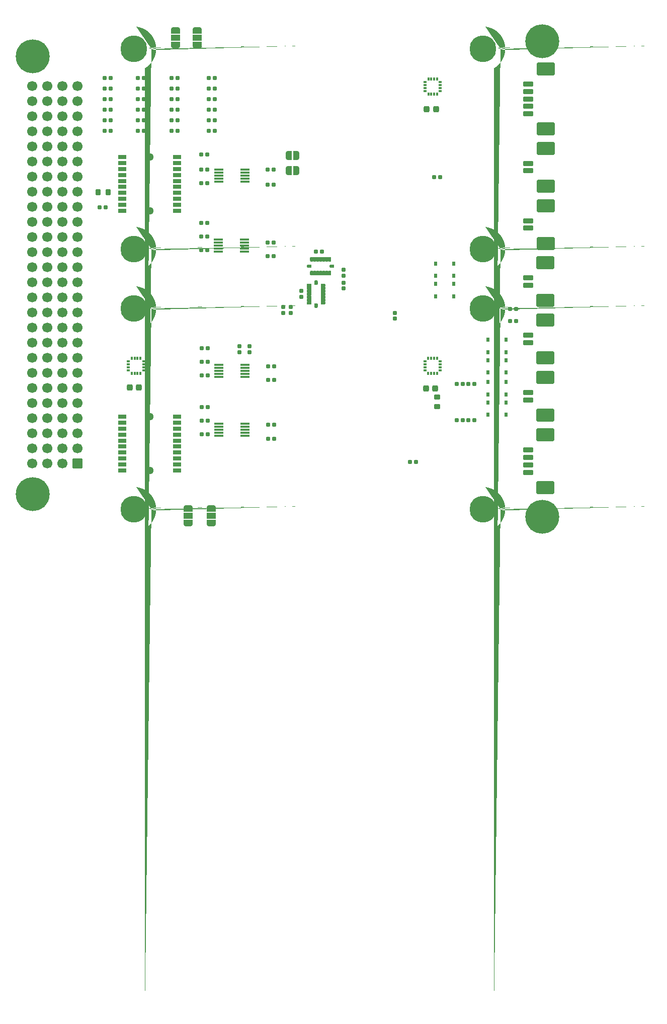
<source format=gts>
%TF.GenerationSoftware,KiCad,Pcbnew,(6.0.7)*%
%TF.CreationDate,2022-10-25T19:15:26+08:00*%
%TF.ProjectId,cubesat_obc,63756265-7361-4745-9f6f-62632e6b6963,rev?*%
%TF.SameCoordinates,Original*%
%TF.FileFunction,Soldermask,Top*%
%TF.FilePolarity,Negative*%
%FSLAX46Y46*%
G04 Gerber Fmt 4.6, Leading zero omitted, Abs format (unit mm)*
G04 Created by KiCad (PCBNEW (6.0.7)) date 2022-10-25 19:15:26*
%MOMM*%
%LPD*%
G01*
G04 APERTURE LIST*
G04 Aperture macros list*
%AMRoundRect*
0 Rectangle with rounded corners*
0 $1 Rounding radius*
0 $2 $3 $4 $5 $6 $7 $8 $9 X,Y pos of 4 corners*
0 Add a 4 corners polygon primitive as box body*
4,1,4,$2,$3,$4,$5,$6,$7,$8,$9,$2,$3,0*
0 Add four circle primitives for the rounded corners*
1,1,$1+$1,$2,$3*
1,1,$1+$1,$4,$5*
1,1,$1+$1,$6,$7*
1,1,$1+$1,$8,$9*
0 Add four rect primitives between the rounded corners*
20,1,$1+$1,$2,$3,$4,$5,0*
20,1,$1+$1,$4,$5,$6,$7,0*
20,1,$1+$1,$6,$7,$8,$9,0*
20,1,$1+$1,$8,$9,$2,$3,0*%
%AMFreePoly0*
4,1,172,-2.560628,3.729662,-2.555423,3.729115,-2.172905,3.668530,-2.167786,3.667442,-1.793696,3.567205,-1.788719,3.565588,-1.427156,3.426797,-1.422374,3.424668,-1.077300,3.248844,-1.072768,3.246228,-0.747963,3.035297,-0.743729,3.032220,-0.442751,2.788493,-0.438862,2.784991,-0.165009,2.511138,-0.161507,2.507249,0.082220,2.206271,0.085297,2.202037,0.296228,1.877232,0.298844,1.872700,
0.474668,1.527626,0.476797,1.522844,0.615588,1.161281,0.617205,1.156304,0.717442,0.782214,0.718530,0.777095,0.779115,0.394577,0.779662,0.389372,0.799931,0.002617,0.799931,-0.002617,0.779662,-0.389372,0.779115,-0.394577,0.718530,-0.777095,0.717442,-0.782214,0.617205,-1.156304,0.615588,-1.161281,0.476797,-1.522844,0.474668,-1.527626,0.298844,-1.872700,0.296228,-1.877232,
0.085297,-2.202037,0.082220,-2.206271,-0.161507,-2.507249,-0.165009,-2.511138,-0.438862,-2.784991,-0.442751,-2.788493,-0.743729,-3.032220,-0.747963,-3.035297,-1.072768,-3.246228,-1.077300,-3.248844,-1.422374,-3.424668,-1.427156,-3.426797,-1.788719,-3.565588,-1.793696,-3.567205,-2.167786,-3.667442,-2.172905,-3.668530,-2.555423,-3.729115,-2.560628,-3.729662,-2.947383,-3.749931,-2.952617,-3.749931,
-3.339372,-3.729662,-3.344577,-3.729115,-3.727095,-3.668530,-3.732214,-3.667442,-4.106304,-3.567205,-4.111281,-3.565588,-4.472844,-3.426797,-4.477626,-3.424668,-4.822700,-3.248844,-4.827232,-3.246228,-5.152037,-3.035297,-5.156271,-3.032220,-5.457249,-2.788493,-5.461138,-2.784991,-5.734991,-2.511138,-5.738493,-2.507249,-5.982220,-2.206271,-5.985297,-2.202037,-6.196228,-1.877232,-6.198844,-1.872700,
-6.374668,-1.527626,-6.376797,-1.522844,-6.515588,-1.161281,-6.517205,-1.156304,-6.617442,-0.782214,-6.618530,-0.777095,-6.679115,-0.394577,-6.679662,-0.389372,-6.699931,-0.002617,-6.699931,0.000000,-5.104613,0.000000,-5.086179,-0.281237,-5.031198,-0.557649,-4.940602,-0.824537,-4.815949,-1.077308,-4.659369,-1.311645,-4.473541,-1.523541,-4.261645,-1.709369,-4.027308,-1.865949,-3.774537,-1.990602,
-3.507649,-2.081198,-3.231237,-2.136179,-2.950000,-2.154613,-2.668763,-2.136179,-2.392351,-2.081198,-2.125463,-1.990602,-1.872692,-1.865949,-1.638355,-1.709369,-1.426459,-1.523541,-1.240631,-1.311645,-1.084051,-1.077308,-0.959398,-0.824537,-0.868802,-0.557649,-0.813821,-0.281237,-0.795387,0.000000,-0.813821,0.281237,-0.868802,0.557649,-0.959398,0.824537,-1.084051,1.077308,-1.240631,1.311645,
-1.426459,1.523541,-1.638355,1.709369,-1.872692,1.865949,-2.125463,1.990602,-2.392351,2.081198,-2.668763,2.136179,-2.950000,2.154613,-3.231237,2.136179,-3.507649,2.081198,-3.774537,1.990602,-4.027308,1.865949,-4.261645,1.709369,-4.473541,1.523541,-4.659369,1.311645,-4.815949,1.077308,-4.940602,0.824537,-5.031198,0.557649,-5.086179,0.281237,-5.104613,0.000000,-6.699931,0.000000,
-6.699931,0.002617,-6.679662,0.389372,-6.679115,0.394577,-6.618530,0.777095,-6.617442,0.782214,-6.517205,1.156304,-6.515588,1.161281,-6.376797,1.522844,-6.374668,1.527626,-6.198844,1.872700,-6.196228,1.877232,-5.985297,2.202037,-5.982220,2.206271,-5.738493,2.507249,-5.734991,2.511138,-5.461138,2.784991,-5.457249,2.788493,-5.156271,3.032220,-5.152037,3.035297,-4.827232,3.246228,
-4.822700,3.248844,-4.477626,3.424668,-4.472844,3.426797,-4.111281,3.565588,-4.106304,3.567205,-3.732214,3.667442,-3.727095,3.668530,-3.344577,3.729115,-3.339372,3.729662,-2.952617,3.749931,-2.947383,3.749931,-2.560628,3.729662,-2.560628,3.729662,$1*%
%AMFreePoly1*
4,1,37,0.585355,0.785355,0.600000,0.750000,0.600000,-0.750000,0.585355,-0.785355,0.550000,-0.800000,0.000000,-0.800000,-0.012524,-0.794812,-0.080857,-0.793560,-0.094851,-0.791293,-0.230166,-0.749018,-0.242962,-0.742915,-0.360972,-0.664360,-0.371540,-0.654911,-0.462760,-0.546392,-0.470252,-0.534356,-0.527347,-0.404597,-0.531159,-0.390943,-0.548742,-0.256483,-0.547388,-0.256306,-0.550000,-0.250000,
-0.550000,0.250000,-0.549522,0.251153,-0.549368,0.263802,-0.527557,0.403879,-0.523412,0.417435,-0.463164,0.545760,-0.455381,0.557609,-0.361537,0.663867,-0.350741,0.673055,-0.230846,0.748703,-0.217905,0.754492,-0.081598,0.793449,-0.067552,0.795373,-0.011991,0.795033,0.000000,0.800000,0.550000,0.800000,0.585355,0.785355,0.585355,0.785355,$1*%
%AMFreePoly2*
4,1,37,0.012350,0.794884,0.074210,0.794507,0.088231,0.792412,0.224052,0.751793,0.236921,0.745846,0.355883,0.668739,0.366566,0.659420,0.459104,0.552023,0.466742,0.540080,0.525419,0.411028,0.529398,0.397421,0.549495,0.257088,0.550000,0.250000,0.550000,-0.250000,0.549996,-0.250610,0.549847,-0.262826,0.549158,-0.270511,0.525638,-0.410312,0.521328,-0.423818,0.459516,-0.551397,
0.451589,-0.563150,0.356454,-0.668254,0.345546,-0.677309,0.224736,-0.751486,0.211726,-0.757116,0.074953,-0.794405,0.060885,-0.796158,0.011462,-0.795252,0.000000,-0.800000,-0.550000,-0.800000,-0.585355,-0.785355,-0.600000,-0.750000,-0.600000,0.750000,-0.585355,0.785355,-0.550000,0.800000,0.000000,0.800000,0.012350,0.794884,0.012350,0.794884,$1*%
%AMFreePoly3*
4,1,37,0.535355,0.785355,0.550000,0.750000,0.550000,-0.750000,0.535355,-0.785355,0.500000,-0.800000,0.000000,-0.800000,-0.012524,-0.794812,-0.080857,-0.793560,-0.094851,-0.791293,-0.230166,-0.749018,-0.242962,-0.742915,-0.360972,-0.664360,-0.371540,-0.654911,-0.462760,-0.546392,-0.470252,-0.534356,-0.527347,-0.404597,-0.531159,-0.390943,-0.548742,-0.256483,-0.547388,-0.256306,-0.550000,-0.250000,
-0.550000,0.250000,-0.549522,0.251153,-0.549368,0.263802,-0.527557,0.403879,-0.523412,0.417435,-0.463164,0.545760,-0.455381,0.557609,-0.361537,0.663867,-0.350741,0.673055,-0.230846,0.748703,-0.217905,0.754492,-0.081598,0.793449,-0.067552,0.795373,-0.011991,0.795033,0.000000,0.800000,0.500000,0.800000,0.535355,0.785355,0.535355,0.785355,$1*%
%AMFreePoly4*
4,1,37,0.012350,0.794884,0.074210,0.794507,0.088231,0.792412,0.224052,0.751793,0.236921,0.745846,0.355883,0.668739,0.366566,0.659420,0.459104,0.552023,0.466742,0.540080,0.525419,0.411028,0.529398,0.397421,0.549495,0.257088,0.550000,0.250000,0.550000,-0.250000,0.549996,-0.250610,0.549847,-0.262826,0.549158,-0.270511,0.525638,-0.410312,0.521328,-0.423818,0.459516,-0.551397,
0.451589,-0.563150,0.356454,-0.668254,0.345546,-0.677309,0.224736,-0.751486,0.211726,-0.757116,0.074953,-0.794405,0.060885,-0.796158,0.011462,-0.795252,0.000000,-0.800000,-0.500000,-0.800000,-0.535355,-0.785355,-0.550000,-0.750000,-0.550000,0.750000,-0.535355,0.785355,-0.500000,0.800000,0.000000,0.800000,0.012350,0.794884,0.012350,0.794884,$1*%
G04 Aperture macros list end*
%ADD10C,0.001000*%
%ADD11C,1.290000*%
%ADD12RoundRect,0.050000X0.630000X-0.305000X0.630000X0.305000X-0.630000X0.305000X-0.630000X-0.305000X0*%
%ADD13RoundRect,0.185000X-0.135000X-0.185000X0.135000X-0.185000X0.135000X0.185000X-0.135000X0.185000X0*%
%ADD14RoundRect,0.250000X0.200000X0.275000X-0.200000X0.275000X-0.200000X-0.275000X0.200000X-0.275000X0*%
%ADD15RoundRect,0.185000X0.185000X-0.135000X0.185000X0.135000X-0.185000X0.135000X-0.185000X-0.135000X0*%
%ADD16RoundRect,0.185000X0.135000X0.185000X-0.135000X0.185000X-0.135000X-0.185000X0.135000X-0.185000X0*%
%ADD17RoundRect,0.050000X-0.700000X-0.150000X0.700000X-0.150000X0.700000X0.150000X-0.700000X0.150000X0*%
%ADD18C,5.700000*%
%ADD19C,4.500000*%
%ADD20FreePoly0,0.000000*%
%ADD21RoundRect,0.250000X0.600000X-0.200000X0.600000X0.200000X-0.600000X0.200000X-0.600000X-0.200000X0*%
%ADD22RoundRect,0.300001X1.249999X-0.799999X1.249999X0.799999X-1.249999X0.799999X-1.249999X-0.799999X0*%
%ADD23RoundRect,0.050000X-0.800000X-0.800000X0.800000X-0.800000X0.800000X0.800000X-0.800000X0.800000X0*%
%ADD24C,1.700000*%
%ADD25RoundRect,0.190000X0.140000X0.170000X-0.140000X0.170000X-0.140000X-0.170000X0.140000X-0.170000X0*%
%ADD26RoundRect,0.190000X0.170000X-0.140000X0.170000X0.140000X-0.170000X0.140000X-0.170000X-0.140000X0*%
%ADD27RoundRect,0.190000X-0.140000X-0.170000X0.140000X-0.170000X0.140000X0.170000X-0.140000X0.170000X0*%
%ADD28RoundRect,0.275000X-0.225000X-0.250000X0.225000X-0.250000X0.225000X0.250000X-0.225000X0.250000X0*%
%ADD29RoundRect,0.050000X-0.225000X0.300000X-0.225000X-0.300000X0.225000X-0.300000X0.225000X0.300000X0*%
%ADD30RoundRect,0.050000X0.225000X-0.300000X0.225000X0.300000X-0.225000X0.300000X-0.225000X-0.300000X0*%
%ADD31RoundRect,0.050000X0.225000X-0.150000X0.225000X0.150000X-0.225000X0.150000X-0.225000X-0.150000X0*%
%ADD32RoundRect,0.050000X-0.150000X-0.225000X0.150000X-0.225000X0.150000X0.225000X-0.150000X0.225000X0*%
%ADD33FreePoly1,270.000000*%
%ADD34RoundRect,0.050000X-0.750000X0.500000X-0.750000X-0.500000X0.750000X-0.500000X0.750000X0.500000X0*%
%ADD35FreePoly2,270.000000*%
%ADD36FreePoly3,180.000000*%
%ADD37FreePoly4,180.000000*%
%ADD38RoundRect,0.190000X-0.170000X0.140000X-0.170000X-0.140000X0.170000X-0.140000X0.170000X0.140000X0*%
%ADD39RoundRect,0.250000X-0.275000X0.200000X-0.275000X-0.200000X0.275000X-0.200000X0.275000X0.200000X0*%
%ADD40FreePoly1,90.000000*%
%ADD41RoundRect,0.050000X0.750000X-0.500000X0.750000X0.500000X-0.750000X0.500000X-0.750000X-0.500000X0*%
%ADD42FreePoly2,90.000000*%
G04 APERTURE END LIST*
G36*
X158487424Y-93507463D02*
G01*
X158493332Y-93507928D01*
X158499207Y-93508701D01*
X158505034Y-93509781D01*
X158510796Y-93511165D01*
X158516478Y-93512848D01*
X158522064Y-93514826D01*
X158527539Y-93517094D01*
X158532888Y-93519645D01*
X158538096Y-93522473D01*
X158543149Y-93525569D01*
X158548033Y-93528925D01*
X158552734Y-93532533D01*
X158557240Y-93536382D01*
X158561539Y-93540461D01*
X158565618Y-93544760D01*
X158569467Y-93549266D01*
X158573075Y-93553967D01*
X158576431Y-93558851D01*
X158579527Y-93563904D01*
X158582355Y-93569112D01*
X158584906Y-93574461D01*
X158587174Y-93579936D01*
X158589152Y-93585522D01*
X158590835Y-93591204D01*
X158592219Y-93596966D01*
X158593299Y-93602793D01*
X158594000Y-93608000D01*
X158594000Y-94058000D01*
X158593947Y-94064951D01*
X158593539Y-94071614D01*
X158592783Y-94078248D01*
X158591682Y-94084833D01*
X158590236Y-94091351D01*
X158588452Y-94097785D01*
X158586334Y-94104116D01*
X158583887Y-94110328D01*
X158581118Y-94116403D01*
X158578035Y-94122325D01*
X158574647Y-94128078D01*
X158570962Y-94133645D01*
X158566991Y-94139012D01*
X158562744Y-94144164D01*
X158558233Y-94149086D01*
X158553472Y-94153766D01*
X158548471Y-94158189D01*
X158543246Y-94162346D01*
X158537811Y-94166223D01*
X158532180Y-94169810D01*
X158526369Y-94173097D01*
X158520394Y-94176076D01*
X158514272Y-94178739D01*
X158508018Y-94181077D01*
X158501651Y-94183084D01*
X158495187Y-94184756D01*
X158488644Y-94186087D01*
X158482041Y-94187074D01*
X158475396Y-94187714D01*
X158469000Y-94188000D01*
X158269000Y-94188000D01*
X158262604Y-94187714D01*
X158255959Y-94187074D01*
X158249356Y-94186087D01*
X158242813Y-94184756D01*
X158236349Y-94183084D01*
X158229982Y-94181077D01*
X158223728Y-94178739D01*
X158217606Y-94176076D01*
X158211631Y-94173097D01*
X158205820Y-94169810D01*
X158200189Y-94166223D01*
X158194754Y-94162346D01*
X158189529Y-94158189D01*
X158184528Y-94153766D01*
X158179767Y-94149086D01*
X158175256Y-94144164D01*
X158171009Y-94139012D01*
X158167038Y-94133645D01*
X158163353Y-94128078D01*
X158159965Y-94122325D01*
X158156882Y-94116403D01*
X158154113Y-94110328D01*
X158151666Y-94104116D01*
X158149548Y-94097785D01*
X158147764Y-94091351D01*
X158146318Y-94084833D01*
X158145217Y-94078248D01*
X158144461Y-94071614D01*
X158144053Y-94064951D01*
X158144000Y-94058000D01*
X158144000Y-93608000D01*
X158144701Y-93602793D01*
X158145781Y-93596966D01*
X158147165Y-93591204D01*
X158148848Y-93585522D01*
X158150826Y-93579936D01*
X158153094Y-93574461D01*
X158155645Y-93569112D01*
X158158473Y-93563904D01*
X158161569Y-93558851D01*
X158164925Y-93553967D01*
X158168533Y-93549266D01*
X158172382Y-93544760D01*
X158176461Y-93540461D01*
X158180760Y-93536382D01*
X158185266Y-93532533D01*
X158189967Y-93528925D01*
X158194851Y-93525569D01*
X158199904Y-93522473D01*
X158205112Y-93519645D01*
X158210461Y-93517094D01*
X158215936Y-93514826D01*
X158221522Y-93512848D01*
X158227204Y-93511165D01*
X158232966Y-93509781D01*
X158238793Y-93508701D01*
X158244668Y-93507928D01*
X158250576Y-93507463D01*
X158256500Y-93507308D01*
X158262424Y-93507463D01*
X158269000Y-93508000D01*
X158469000Y-93508000D01*
X158475576Y-93507463D01*
X158481500Y-93507308D01*
X158487424Y-93507463D01*
G37*
D10*
X158487424Y-93507463D02*
X158493332Y-93507928D01*
X158499207Y-93508701D01*
X158505034Y-93509781D01*
X158510796Y-93511165D01*
X158516478Y-93512848D01*
X158522064Y-93514826D01*
X158527539Y-93517094D01*
X158532888Y-93519645D01*
X158538096Y-93522473D01*
X158543149Y-93525569D01*
X158548033Y-93528925D01*
X158552734Y-93532533D01*
X158557240Y-93536382D01*
X158561539Y-93540461D01*
X158565618Y-93544760D01*
X158569467Y-93549266D01*
X158573075Y-93553967D01*
X158576431Y-93558851D01*
X158579527Y-93563904D01*
X158582355Y-93569112D01*
X158584906Y-93574461D01*
X158587174Y-93579936D01*
X158589152Y-93585522D01*
X158590835Y-93591204D01*
X158592219Y-93596966D01*
X158593299Y-93602793D01*
X158594000Y-93608000D01*
X158594000Y-94058000D01*
X158593947Y-94064951D01*
X158593539Y-94071614D01*
X158592783Y-94078248D01*
X158591682Y-94084833D01*
X158590236Y-94091351D01*
X158588452Y-94097785D01*
X158586334Y-94104116D01*
X158583887Y-94110328D01*
X158581118Y-94116403D01*
X158578035Y-94122325D01*
X158574647Y-94128078D01*
X158570962Y-94133645D01*
X158566991Y-94139012D01*
X158562744Y-94144164D01*
X158558233Y-94149086D01*
X158553472Y-94153766D01*
X158548471Y-94158189D01*
X158543246Y-94162346D01*
X158537811Y-94166223D01*
X158532180Y-94169810D01*
X158526369Y-94173097D01*
X158520394Y-94176076D01*
X158514272Y-94178739D01*
X158508018Y-94181077D01*
X158501651Y-94183084D01*
X158495187Y-94184756D01*
X158488644Y-94186087D01*
X158482041Y-94187074D01*
X158475396Y-94187714D01*
X158469000Y-94188000D01*
X158269000Y-94188000D01*
X158262604Y-94187714D01*
X158255959Y-94187074D01*
X158249356Y-94186087D01*
X158242813Y-94184756D01*
X158236349Y-94183084D01*
X158229982Y-94181077D01*
X158223728Y-94178739D01*
X158217606Y-94176076D01*
X158211631Y-94173097D01*
X158205820Y-94169810D01*
X158200189Y-94166223D01*
X158194754Y-94162346D01*
X158189529Y-94158189D01*
X158184528Y-94153766D01*
X158179767Y-94149086D01*
X158175256Y-94144164D01*
X158171009Y-94139012D01*
X158167038Y-94133645D01*
X158163353Y-94128078D01*
X158159965Y-94122325D01*
X158156882Y-94116403D01*
X158154113Y-94110328D01*
X158151666Y-94104116D01*
X158149548Y-94097785D01*
X158147764Y-94091351D01*
X158146318Y-94084833D01*
X158145217Y-94078248D01*
X158144461Y-94071614D01*
X158144053Y-94064951D01*
X158144000Y-94058000D01*
X158144000Y-93608000D01*
X158144701Y-93602793D01*
X158145781Y-93596966D01*
X158147165Y-93591204D01*
X158148848Y-93585522D01*
X158150826Y-93579936D01*
X158153094Y-93574461D01*
X158155645Y-93569112D01*
X158158473Y-93563904D01*
X158161569Y-93558851D01*
X158164925Y-93553967D01*
X158168533Y-93549266D01*
X158172382Y-93544760D01*
X158176461Y-93540461D01*
X158180760Y-93536382D01*
X158185266Y-93532533D01*
X158189967Y-93528925D01*
X158194851Y-93525569D01*
X158199904Y-93522473D01*
X158205112Y-93519645D01*
X158210461Y-93517094D01*
X158215936Y-93514826D01*
X158221522Y-93512848D01*
X158227204Y-93511165D01*
X158232966Y-93509781D01*
X158238793Y-93508701D01*
X158244668Y-93507928D01*
X158250576Y-93507463D01*
X158256500Y-93507308D01*
X158262424Y-93507463D01*
X158269000Y-93508000D01*
X158469000Y-93508000D01*
X158475576Y-93507463D01*
X158481500Y-93507308D01*
X158487424Y-93507463D01*
G36*
X157425951Y-95533053D02*
G01*
X157432614Y-95533461D01*
X157439248Y-95534217D01*
X157445833Y-95535318D01*
X157452351Y-95536764D01*
X157458785Y-95538548D01*
X157465116Y-95540666D01*
X157471328Y-95543113D01*
X157477403Y-95545882D01*
X157483325Y-95548965D01*
X157489078Y-95552353D01*
X157494645Y-95556038D01*
X157500012Y-95560009D01*
X157505164Y-95564256D01*
X157510086Y-95568767D01*
X157514766Y-95573528D01*
X157519189Y-95578529D01*
X157523346Y-95583754D01*
X157527223Y-95589189D01*
X157530810Y-95594820D01*
X157534097Y-95600631D01*
X157537076Y-95606606D01*
X157539739Y-95612728D01*
X157542077Y-95618982D01*
X157544084Y-95625349D01*
X157545756Y-95631813D01*
X157547087Y-95638356D01*
X157548074Y-95644959D01*
X157548714Y-95651604D01*
X157549000Y-95658000D01*
X157549000Y-95858000D01*
X157548714Y-95864396D01*
X157548074Y-95871041D01*
X157547087Y-95877644D01*
X157545756Y-95884187D01*
X157544084Y-95890651D01*
X157542077Y-95897018D01*
X157539739Y-95903272D01*
X157537076Y-95909394D01*
X157534097Y-95915369D01*
X157530810Y-95921180D01*
X157527223Y-95926811D01*
X157523346Y-95932246D01*
X157519189Y-95937471D01*
X157514766Y-95942472D01*
X157510086Y-95947233D01*
X157505164Y-95951744D01*
X157500012Y-95955991D01*
X157494645Y-95959962D01*
X157489078Y-95963647D01*
X157483325Y-95967035D01*
X157477403Y-95970118D01*
X157471328Y-95972887D01*
X157465116Y-95975334D01*
X157458785Y-95977452D01*
X157452351Y-95979236D01*
X157445833Y-95980682D01*
X157439248Y-95981783D01*
X157432614Y-95982539D01*
X157425951Y-95982947D01*
X157419000Y-95983000D01*
X156969000Y-95983000D01*
X156963793Y-95982299D01*
X156957966Y-95981219D01*
X156952204Y-95979835D01*
X156946522Y-95978152D01*
X156940936Y-95976174D01*
X156935461Y-95973906D01*
X156930112Y-95971355D01*
X156924904Y-95968527D01*
X156919851Y-95965431D01*
X156914967Y-95962075D01*
X156910266Y-95958467D01*
X156905760Y-95954618D01*
X156901461Y-95950539D01*
X156897382Y-95946240D01*
X156893533Y-95941734D01*
X156889925Y-95937033D01*
X156886569Y-95932149D01*
X156883473Y-95927096D01*
X156880645Y-95921888D01*
X156878094Y-95916539D01*
X156875826Y-95911064D01*
X156873848Y-95905478D01*
X156872165Y-95899796D01*
X156870781Y-95894034D01*
X156869701Y-95888207D01*
X156868928Y-95882332D01*
X156868463Y-95876424D01*
X156868308Y-95870500D01*
X156868463Y-95864576D01*
X156869000Y-95858000D01*
X156869000Y-95658000D01*
X156868463Y-95651424D01*
X156868308Y-95645500D01*
X156868463Y-95639576D01*
X156868928Y-95633668D01*
X156869701Y-95627793D01*
X156870781Y-95621966D01*
X156872165Y-95616204D01*
X156873848Y-95610522D01*
X156875826Y-95604936D01*
X156878094Y-95599461D01*
X156880645Y-95594112D01*
X156883473Y-95588904D01*
X156886569Y-95583851D01*
X156889925Y-95578967D01*
X156893533Y-95574266D01*
X156897382Y-95569760D01*
X156901461Y-95565461D01*
X156905760Y-95561382D01*
X156910266Y-95557533D01*
X156914967Y-95553925D01*
X156919851Y-95550569D01*
X156924904Y-95547473D01*
X156930112Y-95544645D01*
X156935461Y-95542094D01*
X156940936Y-95539826D01*
X156946522Y-95537848D01*
X156952204Y-95536165D01*
X156957966Y-95534781D01*
X156963793Y-95533701D01*
X156969000Y-95533000D01*
X157419000Y-95533000D01*
X157425951Y-95533053D01*
G37*
X157425951Y-95533053D02*
X157432614Y-95533461D01*
X157439248Y-95534217D01*
X157445833Y-95535318D01*
X157452351Y-95536764D01*
X157458785Y-95538548D01*
X157465116Y-95540666D01*
X157471328Y-95543113D01*
X157477403Y-95545882D01*
X157483325Y-95548965D01*
X157489078Y-95552353D01*
X157494645Y-95556038D01*
X157500012Y-95560009D01*
X157505164Y-95564256D01*
X157510086Y-95568767D01*
X157514766Y-95573528D01*
X157519189Y-95578529D01*
X157523346Y-95583754D01*
X157527223Y-95589189D01*
X157530810Y-95594820D01*
X157534097Y-95600631D01*
X157537076Y-95606606D01*
X157539739Y-95612728D01*
X157542077Y-95618982D01*
X157544084Y-95625349D01*
X157545756Y-95631813D01*
X157547087Y-95638356D01*
X157548074Y-95644959D01*
X157548714Y-95651604D01*
X157549000Y-95658000D01*
X157549000Y-95858000D01*
X157548714Y-95864396D01*
X157548074Y-95871041D01*
X157547087Y-95877644D01*
X157545756Y-95884187D01*
X157544084Y-95890651D01*
X157542077Y-95897018D01*
X157539739Y-95903272D01*
X157537076Y-95909394D01*
X157534097Y-95915369D01*
X157530810Y-95921180D01*
X157527223Y-95926811D01*
X157523346Y-95932246D01*
X157519189Y-95937471D01*
X157514766Y-95942472D01*
X157510086Y-95947233D01*
X157505164Y-95951744D01*
X157500012Y-95955991D01*
X157494645Y-95959962D01*
X157489078Y-95963647D01*
X157483325Y-95967035D01*
X157477403Y-95970118D01*
X157471328Y-95972887D01*
X157465116Y-95975334D01*
X157458785Y-95977452D01*
X157452351Y-95979236D01*
X157445833Y-95980682D01*
X157439248Y-95981783D01*
X157432614Y-95982539D01*
X157425951Y-95982947D01*
X157419000Y-95983000D01*
X156969000Y-95983000D01*
X156963793Y-95982299D01*
X156957966Y-95981219D01*
X156952204Y-95979835D01*
X156946522Y-95978152D01*
X156940936Y-95976174D01*
X156935461Y-95973906D01*
X156930112Y-95971355D01*
X156924904Y-95968527D01*
X156919851Y-95965431D01*
X156914967Y-95962075D01*
X156910266Y-95958467D01*
X156905760Y-95954618D01*
X156901461Y-95950539D01*
X156897382Y-95946240D01*
X156893533Y-95941734D01*
X156889925Y-95937033D01*
X156886569Y-95932149D01*
X156883473Y-95927096D01*
X156880645Y-95921888D01*
X156878094Y-95916539D01*
X156875826Y-95911064D01*
X156873848Y-95905478D01*
X156872165Y-95899796D01*
X156870781Y-95894034D01*
X156869701Y-95888207D01*
X156868928Y-95882332D01*
X156868463Y-95876424D01*
X156868308Y-95870500D01*
X156868463Y-95864576D01*
X156869000Y-95858000D01*
X156869000Y-95658000D01*
X156868463Y-95651424D01*
X156868308Y-95645500D01*
X156868463Y-95639576D01*
X156868928Y-95633668D01*
X156869701Y-95627793D01*
X156870781Y-95621966D01*
X156872165Y-95616204D01*
X156873848Y-95610522D01*
X156875826Y-95604936D01*
X156878094Y-95599461D01*
X156880645Y-95594112D01*
X156883473Y-95588904D01*
X156886569Y-95583851D01*
X156889925Y-95578967D01*
X156893533Y-95574266D01*
X156897382Y-95569760D01*
X156901461Y-95565461D01*
X156905760Y-95561382D01*
X156910266Y-95557533D01*
X156914967Y-95553925D01*
X156919851Y-95550569D01*
X156924904Y-95547473D01*
X156930112Y-95544645D01*
X156935461Y-95542094D01*
X156940936Y-95539826D01*
X156946522Y-95537848D01*
X156952204Y-95536165D01*
X156957966Y-95534781D01*
X156963793Y-95533701D01*
X156969000Y-95533000D01*
X157419000Y-95533000D01*
X157425951Y-95533053D01*
G36*
X159774207Y-97033701D02*
G01*
X159780034Y-97034781D01*
X159785796Y-97036165D01*
X159791478Y-97037848D01*
X159797064Y-97039826D01*
X159802539Y-97042094D01*
X159807888Y-97044645D01*
X159813096Y-97047473D01*
X159818149Y-97050569D01*
X159823033Y-97053925D01*
X159827734Y-97057533D01*
X159832240Y-97061382D01*
X159836539Y-97065461D01*
X159840618Y-97069760D01*
X159844467Y-97074266D01*
X159848075Y-97078967D01*
X159851431Y-97083851D01*
X159854527Y-97088904D01*
X159857355Y-97094112D01*
X159859906Y-97099461D01*
X159862174Y-97104936D01*
X159864152Y-97110522D01*
X159865835Y-97116204D01*
X159867219Y-97121966D01*
X159868299Y-97127793D01*
X159869072Y-97133668D01*
X159869537Y-97139576D01*
X159869692Y-97145500D01*
X159869537Y-97151424D01*
X159869000Y-97158000D01*
X159869000Y-97358000D01*
X159869537Y-97364576D01*
X159869692Y-97370500D01*
X159869537Y-97376424D01*
X159869072Y-97382332D01*
X159868299Y-97388207D01*
X159867219Y-97394034D01*
X159865835Y-97399796D01*
X159864152Y-97405478D01*
X159862174Y-97411064D01*
X159859906Y-97416539D01*
X159857355Y-97421888D01*
X159854527Y-97427096D01*
X159851431Y-97432149D01*
X159848075Y-97437033D01*
X159844467Y-97441734D01*
X159840618Y-97446240D01*
X159836539Y-97450539D01*
X159832240Y-97454618D01*
X159827734Y-97458467D01*
X159823033Y-97462075D01*
X159818149Y-97465431D01*
X159813096Y-97468527D01*
X159807888Y-97471355D01*
X159802539Y-97473906D01*
X159797064Y-97476174D01*
X159791478Y-97478152D01*
X159785796Y-97479835D01*
X159780034Y-97481219D01*
X159774207Y-97482299D01*
X159769000Y-97483000D01*
X159319000Y-97483000D01*
X159312049Y-97482947D01*
X159305386Y-97482539D01*
X159298752Y-97481783D01*
X159292167Y-97480682D01*
X159285649Y-97479236D01*
X159279215Y-97477452D01*
X159272884Y-97475334D01*
X159266672Y-97472887D01*
X159260597Y-97470118D01*
X159254675Y-97467035D01*
X159248922Y-97463647D01*
X159243355Y-97459962D01*
X159237988Y-97455991D01*
X159232836Y-97451744D01*
X159227914Y-97447233D01*
X159223234Y-97442472D01*
X159218811Y-97437471D01*
X159214654Y-97432246D01*
X159210777Y-97426811D01*
X159207190Y-97421180D01*
X159203903Y-97415369D01*
X159200924Y-97409394D01*
X159198261Y-97403272D01*
X159195923Y-97397018D01*
X159193916Y-97390651D01*
X159192244Y-97384187D01*
X159190913Y-97377644D01*
X159189926Y-97371041D01*
X159189286Y-97364396D01*
X159189000Y-97358000D01*
X159189000Y-97158000D01*
X159189286Y-97151604D01*
X159189926Y-97144959D01*
X159190913Y-97138356D01*
X159192244Y-97131813D01*
X159193916Y-97125349D01*
X159195923Y-97118982D01*
X159198261Y-97112728D01*
X159200924Y-97106606D01*
X159203903Y-97100631D01*
X159207190Y-97094820D01*
X159210777Y-97089189D01*
X159214654Y-97083754D01*
X159218811Y-97078529D01*
X159223234Y-97073528D01*
X159227914Y-97068767D01*
X159232836Y-97064256D01*
X159237988Y-97060009D01*
X159243355Y-97056038D01*
X159248922Y-97052353D01*
X159254675Y-97048965D01*
X159260597Y-97045882D01*
X159266672Y-97043113D01*
X159272884Y-97040666D01*
X159279215Y-97038548D01*
X159285649Y-97036764D01*
X159292167Y-97035318D01*
X159298752Y-97034217D01*
X159305386Y-97033461D01*
X159312049Y-97033053D01*
X159319000Y-97033000D01*
X159769000Y-97033000D01*
X159774207Y-97033701D01*
G37*
X159774207Y-97033701D02*
X159780034Y-97034781D01*
X159785796Y-97036165D01*
X159791478Y-97037848D01*
X159797064Y-97039826D01*
X159802539Y-97042094D01*
X159807888Y-97044645D01*
X159813096Y-97047473D01*
X159818149Y-97050569D01*
X159823033Y-97053925D01*
X159827734Y-97057533D01*
X159832240Y-97061382D01*
X159836539Y-97065461D01*
X159840618Y-97069760D01*
X159844467Y-97074266D01*
X159848075Y-97078967D01*
X159851431Y-97083851D01*
X159854527Y-97088904D01*
X159857355Y-97094112D01*
X159859906Y-97099461D01*
X159862174Y-97104936D01*
X159864152Y-97110522D01*
X159865835Y-97116204D01*
X159867219Y-97121966D01*
X159868299Y-97127793D01*
X159869072Y-97133668D01*
X159869537Y-97139576D01*
X159869692Y-97145500D01*
X159869537Y-97151424D01*
X159869000Y-97158000D01*
X159869000Y-97358000D01*
X159869537Y-97364576D01*
X159869692Y-97370500D01*
X159869537Y-97376424D01*
X159869072Y-97382332D01*
X159868299Y-97388207D01*
X159867219Y-97394034D01*
X159865835Y-97399796D01*
X159864152Y-97405478D01*
X159862174Y-97411064D01*
X159859906Y-97416539D01*
X159857355Y-97421888D01*
X159854527Y-97427096D01*
X159851431Y-97432149D01*
X159848075Y-97437033D01*
X159844467Y-97441734D01*
X159840618Y-97446240D01*
X159836539Y-97450539D01*
X159832240Y-97454618D01*
X159827734Y-97458467D01*
X159823033Y-97462075D01*
X159818149Y-97465431D01*
X159813096Y-97468527D01*
X159807888Y-97471355D01*
X159802539Y-97473906D01*
X159797064Y-97476174D01*
X159791478Y-97478152D01*
X159785796Y-97479835D01*
X159780034Y-97481219D01*
X159774207Y-97482299D01*
X159769000Y-97483000D01*
X159319000Y-97483000D01*
X159312049Y-97482947D01*
X159305386Y-97482539D01*
X159298752Y-97481783D01*
X159292167Y-97480682D01*
X159285649Y-97479236D01*
X159279215Y-97477452D01*
X159272884Y-97475334D01*
X159266672Y-97472887D01*
X159260597Y-97470118D01*
X159254675Y-97467035D01*
X159248922Y-97463647D01*
X159243355Y-97459962D01*
X159237988Y-97455991D01*
X159232836Y-97451744D01*
X159227914Y-97447233D01*
X159223234Y-97442472D01*
X159218811Y-97437471D01*
X159214654Y-97432246D01*
X159210777Y-97426811D01*
X159207190Y-97421180D01*
X159203903Y-97415369D01*
X159200924Y-97409394D01*
X159198261Y-97403272D01*
X159195923Y-97397018D01*
X159193916Y-97390651D01*
X159192244Y-97384187D01*
X159190913Y-97377644D01*
X159189926Y-97371041D01*
X159189286Y-97364396D01*
X159189000Y-97358000D01*
X159189000Y-97158000D01*
X159189286Y-97151604D01*
X159189926Y-97144959D01*
X159190913Y-97138356D01*
X159192244Y-97131813D01*
X159193916Y-97125349D01*
X159195923Y-97118982D01*
X159198261Y-97112728D01*
X159200924Y-97106606D01*
X159203903Y-97100631D01*
X159207190Y-97094820D01*
X159210777Y-97089189D01*
X159214654Y-97083754D01*
X159218811Y-97078529D01*
X159223234Y-97073528D01*
X159227914Y-97068767D01*
X159232836Y-97064256D01*
X159237988Y-97060009D01*
X159243355Y-97056038D01*
X159248922Y-97052353D01*
X159254675Y-97048965D01*
X159260597Y-97045882D01*
X159266672Y-97043113D01*
X159272884Y-97040666D01*
X159279215Y-97038548D01*
X159285649Y-97036764D01*
X159292167Y-97035318D01*
X159298752Y-97034217D01*
X159305386Y-97033461D01*
X159312049Y-97033053D01*
X159319000Y-97033000D01*
X159769000Y-97033000D01*
X159774207Y-97033701D01*
G36*
X159774207Y-94533701D02*
G01*
X159780034Y-94534781D01*
X159785796Y-94536165D01*
X159791478Y-94537848D01*
X159797064Y-94539826D01*
X159802539Y-94542094D01*
X159807888Y-94544645D01*
X159813096Y-94547473D01*
X159818149Y-94550569D01*
X159823033Y-94553925D01*
X159827734Y-94557533D01*
X159832240Y-94561382D01*
X159836539Y-94565461D01*
X159840618Y-94569760D01*
X159844467Y-94574266D01*
X159848075Y-94578967D01*
X159851431Y-94583851D01*
X159854527Y-94588904D01*
X159857355Y-94594112D01*
X159859906Y-94599461D01*
X159862174Y-94604936D01*
X159864152Y-94610522D01*
X159865835Y-94616204D01*
X159867219Y-94621966D01*
X159868299Y-94627793D01*
X159869072Y-94633668D01*
X159869537Y-94639576D01*
X159869692Y-94645500D01*
X159869537Y-94651424D01*
X159869000Y-94658000D01*
X159869000Y-94858000D01*
X159869537Y-94864576D01*
X159869692Y-94870500D01*
X159869537Y-94876424D01*
X159869072Y-94882332D01*
X159868299Y-94888207D01*
X159867219Y-94894034D01*
X159865835Y-94899796D01*
X159864152Y-94905478D01*
X159862174Y-94911064D01*
X159859906Y-94916539D01*
X159857355Y-94921888D01*
X159854527Y-94927096D01*
X159851431Y-94932149D01*
X159848075Y-94937033D01*
X159844467Y-94941734D01*
X159840618Y-94946240D01*
X159836539Y-94950539D01*
X159832240Y-94954618D01*
X159827734Y-94958467D01*
X159823033Y-94962075D01*
X159818149Y-94965431D01*
X159813096Y-94968527D01*
X159807888Y-94971355D01*
X159802539Y-94973906D01*
X159797064Y-94976174D01*
X159791478Y-94978152D01*
X159785796Y-94979835D01*
X159780034Y-94981219D01*
X159774207Y-94982299D01*
X159769000Y-94983000D01*
X159319000Y-94983000D01*
X159312049Y-94982947D01*
X159305386Y-94982539D01*
X159298752Y-94981783D01*
X159292167Y-94980682D01*
X159285649Y-94979236D01*
X159279215Y-94977452D01*
X159272884Y-94975334D01*
X159266672Y-94972887D01*
X159260597Y-94970118D01*
X159254675Y-94967035D01*
X159248922Y-94963647D01*
X159243355Y-94959962D01*
X159237988Y-94955991D01*
X159232836Y-94951744D01*
X159227914Y-94947233D01*
X159223234Y-94942472D01*
X159218811Y-94937471D01*
X159214654Y-94932246D01*
X159210777Y-94926811D01*
X159207190Y-94921180D01*
X159203903Y-94915369D01*
X159200924Y-94909394D01*
X159198261Y-94903272D01*
X159195923Y-94897018D01*
X159193916Y-94890651D01*
X159192244Y-94884187D01*
X159190913Y-94877644D01*
X159189926Y-94871041D01*
X159189286Y-94864396D01*
X159189000Y-94858000D01*
X159189000Y-94658000D01*
X159189286Y-94651604D01*
X159189926Y-94644959D01*
X159190913Y-94638356D01*
X159192244Y-94631813D01*
X159193916Y-94625349D01*
X159195923Y-94618982D01*
X159198261Y-94612728D01*
X159200924Y-94606606D01*
X159203903Y-94600631D01*
X159207190Y-94594820D01*
X159210777Y-94589189D01*
X159214654Y-94583754D01*
X159218811Y-94578529D01*
X159223234Y-94573528D01*
X159227914Y-94568767D01*
X159232836Y-94564256D01*
X159237988Y-94560009D01*
X159243355Y-94556038D01*
X159248922Y-94552353D01*
X159254675Y-94548965D01*
X159260597Y-94545882D01*
X159266672Y-94543113D01*
X159272884Y-94540666D01*
X159279215Y-94538548D01*
X159285649Y-94536764D01*
X159292167Y-94535318D01*
X159298752Y-94534217D01*
X159305386Y-94533461D01*
X159312049Y-94533053D01*
X159319000Y-94533000D01*
X159769000Y-94533000D01*
X159774207Y-94533701D01*
G37*
X159774207Y-94533701D02*
X159780034Y-94534781D01*
X159785796Y-94536165D01*
X159791478Y-94537848D01*
X159797064Y-94539826D01*
X159802539Y-94542094D01*
X159807888Y-94544645D01*
X159813096Y-94547473D01*
X159818149Y-94550569D01*
X159823033Y-94553925D01*
X159827734Y-94557533D01*
X159832240Y-94561382D01*
X159836539Y-94565461D01*
X159840618Y-94569760D01*
X159844467Y-94574266D01*
X159848075Y-94578967D01*
X159851431Y-94583851D01*
X159854527Y-94588904D01*
X159857355Y-94594112D01*
X159859906Y-94599461D01*
X159862174Y-94604936D01*
X159864152Y-94610522D01*
X159865835Y-94616204D01*
X159867219Y-94621966D01*
X159868299Y-94627793D01*
X159869072Y-94633668D01*
X159869537Y-94639576D01*
X159869692Y-94645500D01*
X159869537Y-94651424D01*
X159869000Y-94658000D01*
X159869000Y-94858000D01*
X159869537Y-94864576D01*
X159869692Y-94870500D01*
X159869537Y-94876424D01*
X159869072Y-94882332D01*
X159868299Y-94888207D01*
X159867219Y-94894034D01*
X159865835Y-94899796D01*
X159864152Y-94905478D01*
X159862174Y-94911064D01*
X159859906Y-94916539D01*
X159857355Y-94921888D01*
X159854527Y-94927096D01*
X159851431Y-94932149D01*
X159848075Y-94937033D01*
X159844467Y-94941734D01*
X159840618Y-94946240D01*
X159836539Y-94950539D01*
X159832240Y-94954618D01*
X159827734Y-94958467D01*
X159823033Y-94962075D01*
X159818149Y-94965431D01*
X159813096Y-94968527D01*
X159807888Y-94971355D01*
X159802539Y-94973906D01*
X159797064Y-94976174D01*
X159791478Y-94978152D01*
X159785796Y-94979835D01*
X159780034Y-94981219D01*
X159774207Y-94982299D01*
X159769000Y-94983000D01*
X159319000Y-94983000D01*
X159312049Y-94982947D01*
X159305386Y-94982539D01*
X159298752Y-94981783D01*
X159292167Y-94980682D01*
X159285649Y-94979236D01*
X159279215Y-94977452D01*
X159272884Y-94975334D01*
X159266672Y-94972887D01*
X159260597Y-94970118D01*
X159254675Y-94967035D01*
X159248922Y-94963647D01*
X159243355Y-94959962D01*
X159237988Y-94955991D01*
X159232836Y-94951744D01*
X159227914Y-94947233D01*
X159223234Y-94942472D01*
X159218811Y-94937471D01*
X159214654Y-94932246D01*
X159210777Y-94926811D01*
X159207190Y-94921180D01*
X159203903Y-94915369D01*
X159200924Y-94909394D01*
X159198261Y-94903272D01*
X159195923Y-94897018D01*
X159193916Y-94890651D01*
X159192244Y-94884187D01*
X159190913Y-94877644D01*
X159189926Y-94871041D01*
X159189286Y-94864396D01*
X159189000Y-94858000D01*
X159189000Y-94658000D01*
X159189286Y-94651604D01*
X159189926Y-94644959D01*
X159190913Y-94638356D01*
X159192244Y-94631813D01*
X159193916Y-94625349D01*
X159195923Y-94618982D01*
X159198261Y-94612728D01*
X159200924Y-94606606D01*
X159203903Y-94600631D01*
X159207190Y-94594820D01*
X159210777Y-94589189D01*
X159214654Y-94583754D01*
X159218811Y-94578529D01*
X159223234Y-94573528D01*
X159227914Y-94568767D01*
X159232836Y-94564256D01*
X159237988Y-94560009D01*
X159243355Y-94556038D01*
X159248922Y-94552353D01*
X159254675Y-94548965D01*
X159260597Y-94545882D01*
X159266672Y-94543113D01*
X159272884Y-94540666D01*
X159279215Y-94538548D01*
X159285649Y-94536764D01*
X159292167Y-94535318D01*
X159298752Y-94534217D01*
X159305386Y-94533461D01*
X159312049Y-94533053D01*
X159319000Y-94533000D01*
X159769000Y-94533000D01*
X159774207Y-94533701D01*
G36*
X157425951Y-96533053D02*
G01*
X157432614Y-96533461D01*
X157439248Y-96534217D01*
X157445833Y-96535318D01*
X157452351Y-96536764D01*
X157458785Y-96538548D01*
X157465116Y-96540666D01*
X157471328Y-96543113D01*
X157477403Y-96545882D01*
X157483325Y-96548965D01*
X157489078Y-96552353D01*
X157494645Y-96556038D01*
X157500012Y-96560009D01*
X157505164Y-96564256D01*
X157510086Y-96568767D01*
X157514766Y-96573528D01*
X157519189Y-96578529D01*
X157523346Y-96583754D01*
X157527223Y-96589189D01*
X157530810Y-96594820D01*
X157534097Y-96600631D01*
X157537076Y-96606606D01*
X157539739Y-96612728D01*
X157542077Y-96618982D01*
X157544084Y-96625349D01*
X157545756Y-96631813D01*
X157547087Y-96638356D01*
X157548074Y-96644959D01*
X157548714Y-96651604D01*
X157549000Y-96658000D01*
X157549000Y-96858000D01*
X157548714Y-96864396D01*
X157548074Y-96871041D01*
X157547087Y-96877644D01*
X157545756Y-96884187D01*
X157544084Y-96890651D01*
X157542077Y-96897018D01*
X157539739Y-96903272D01*
X157537076Y-96909394D01*
X157534097Y-96915369D01*
X157530810Y-96921180D01*
X157527223Y-96926811D01*
X157523346Y-96932246D01*
X157519189Y-96937471D01*
X157514766Y-96942472D01*
X157510086Y-96947233D01*
X157505164Y-96951744D01*
X157500012Y-96955991D01*
X157494645Y-96959962D01*
X157489078Y-96963647D01*
X157483325Y-96967035D01*
X157477403Y-96970118D01*
X157471328Y-96972887D01*
X157465116Y-96975334D01*
X157458785Y-96977452D01*
X157452351Y-96979236D01*
X157445833Y-96980682D01*
X157439248Y-96981783D01*
X157432614Y-96982539D01*
X157425951Y-96982947D01*
X157419000Y-96983000D01*
X156969000Y-96983000D01*
X156963793Y-96982299D01*
X156957966Y-96981219D01*
X156952204Y-96979835D01*
X156946522Y-96978152D01*
X156940936Y-96976174D01*
X156935461Y-96973906D01*
X156930112Y-96971355D01*
X156924904Y-96968527D01*
X156919851Y-96965431D01*
X156914967Y-96962075D01*
X156910266Y-96958467D01*
X156905760Y-96954618D01*
X156901461Y-96950539D01*
X156897382Y-96946240D01*
X156893533Y-96941734D01*
X156889925Y-96937033D01*
X156886569Y-96932149D01*
X156883473Y-96927096D01*
X156880645Y-96921888D01*
X156878094Y-96916539D01*
X156875826Y-96911064D01*
X156873848Y-96905478D01*
X156872165Y-96899796D01*
X156870781Y-96894034D01*
X156869701Y-96888207D01*
X156868928Y-96882332D01*
X156868463Y-96876424D01*
X156868308Y-96870500D01*
X156868463Y-96864576D01*
X156869000Y-96858000D01*
X156869000Y-96658000D01*
X156868463Y-96651424D01*
X156868308Y-96645500D01*
X156868463Y-96639576D01*
X156868928Y-96633668D01*
X156869701Y-96627793D01*
X156870781Y-96621966D01*
X156872165Y-96616204D01*
X156873848Y-96610522D01*
X156875826Y-96604936D01*
X156878094Y-96599461D01*
X156880645Y-96594112D01*
X156883473Y-96588904D01*
X156886569Y-96583851D01*
X156889925Y-96578967D01*
X156893533Y-96574266D01*
X156897382Y-96569760D01*
X156901461Y-96565461D01*
X156905760Y-96561382D01*
X156910266Y-96557533D01*
X156914967Y-96553925D01*
X156919851Y-96550569D01*
X156924904Y-96547473D01*
X156930112Y-96544645D01*
X156935461Y-96542094D01*
X156940936Y-96539826D01*
X156946522Y-96537848D01*
X156952204Y-96536165D01*
X156957966Y-96534781D01*
X156963793Y-96533701D01*
X156969000Y-96533000D01*
X157419000Y-96533000D01*
X157425951Y-96533053D01*
G37*
X157425951Y-96533053D02*
X157432614Y-96533461D01*
X157439248Y-96534217D01*
X157445833Y-96535318D01*
X157452351Y-96536764D01*
X157458785Y-96538548D01*
X157465116Y-96540666D01*
X157471328Y-96543113D01*
X157477403Y-96545882D01*
X157483325Y-96548965D01*
X157489078Y-96552353D01*
X157494645Y-96556038D01*
X157500012Y-96560009D01*
X157505164Y-96564256D01*
X157510086Y-96568767D01*
X157514766Y-96573528D01*
X157519189Y-96578529D01*
X157523346Y-96583754D01*
X157527223Y-96589189D01*
X157530810Y-96594820D01*
X157534097Y-96600631D01*
X157537076Y-96606606D01*
X157539739Y-96612728D01*
X157542077Y-96618982D01*
X157544084Y-96625349D01*
X157545756Y-96631813D01*
X157547087Y-96638356D01*
X157548074Y-96644959D01*
X157548714Y-96651604D01*
X157549000Y-96658000D01*
X157549000Y-96858000D01*
X157548714Y-96864396D01*
X157548074Y-96871041D01*
X157547087Y-96877644D01*
X157545756Y-96884187D01*
X157544084Y-96890651D01*
X157542077Y-96897018D01*
X157539739Y-96903272D01*
X157537076Y-96909394D01*
X157534097Y-96915369D01*
X157530810Y-96921180D01*
X157527223Y-96926811D01*
X157523346Y-96932246D01*
X157519189Y-96937471D01*
X157514766Y-96942472D01*
X157510086Y-96947233D01*
X157505164Y-96951744D01*
X157500012Y-96955991D01*
X157494645Y-96959962D01*
X157489078Y-96963647D01*
X157483325Y-96967035D01*
X157477403Y-96970118D01*
X157471328Y-96972887D01*
X157465116Y-96975334D01*
X157458785Y-96977452D01*
X157452351Y-96979236D01*
X157445833Y-96980682D01*
X157439248Y-96981783D01*
X157432614Y-96982539D01*
X157425951Y-96982947D01*
X157419000Y-96983000D01*
X156969000Y-96983000D01*
X156963793Y-96982299D01*
X156957966Y-96981219D01*
X156952204Y-96979835D01*
X156946522Y-96978152D01*
X156940936Y-96976174D01*
X156935461Y-96973906D01*
X156930112Y-96971355D01*
X156924904Y-96968527D01*
X156919851Y-96965431D01*
X156914967Y-96962075D01*
X156910266Y-96958467D01*
X156905760Y-96954618D01*
X156901461Y-96950539D01*
X156897382Y-96946240D01*
X156893533Y-96941734D01*
X156889925Y-96937033D01*
X156886569Y-96932149D01*
X156883473Y-96927096D01*
X156880645Y-96921888D01*
X156878094Y-96916539D01*
X156875826Y-96911064D01*
X156873848Y-96905478D01*
X156872165Y-96899796D01*
X156870781Y-96894034D01*
X156869701Y-96888207D01*
X156868928Y-96882332D01*
X156868463Y-96876424D01*
X156868308Y-96870500D01*
X156868463Y-96864576D01*
X156869000Y-96858000D01*
X156869000Y-96658000D01*
X156868463Y-96651424D01*
X156868308Y-96645500D01*
X156868463Y-96639576D01*
X156868928Y-96633668D01*
X156869701Y-96627793D01*
X156870781Y-96621966D01*
X156872165Y-96616204D01*
X156873848Y-96610522D01*
X156875826Y-96604936D01*
X156878094Y-96599461D01*
X156880645Y-96594112D01*
X156883473Y-96588904D01*
X156886569Y-96583851D01*
X156889925Y-96578967D01*
X156893533Y-96574266D01*
X156897382Y-96569760D01*
X156901461Y-96565461D01*
X156905760Y-96561382D01*
X156910266Y-96557533D01*
X156914967Y-96553925D01*
X156919851Y-96550569D01*
X156924904Y-96547473D01*
X156930112Y-96544645D01*
X156935461Y-96542094D01*
X156940936Y-96539826D01*
X156946522Y-96537848D01*
X156952204Y-96536165D01*
X156957966Y-96534781D01*
X156963793Y-96533701D01*
X156969000Y-96533000D01*
X157419000Y-96533000D01*
X157425951Y-96533053D01*
G36*
X159774207Y-94033701D02*
G01*
X159780034Y-94034781D01*
X159785796Y-94036165D01*
X159791478Y-94037848D01*
X159797064Y-94039826D01*
X159802539Y-94042094D01*
X159807888Y-94044645D01*
X159813096Y-94047473D01*
X159818149Y-94050569D01*
X159823033Y-94053925D01*
X159827734Y-94057533D01*
X159832240Y-94061382D01*
X159836539Y-94065461D01*
X159840618Y-94069760D01*
X159844467Y-94074266D01*
X159848075Y-94078967D01*
X159851431Y-94083851D01*
X159854527Y-94088904D01*
X159857355Y-94094112D01*
X159859906Y-94099461D01*
X159862174Y-94104936D01*
X159864152Y-94110522D01*
X159865835Y-94116204D01*
X159867219Y-94121966D01*
X159868299Y-94127793D01*
X159869072Y-94133668D01*
X159869537Y-94139576D01*
X159869692Y-94145500D01*
X159869537Y-94151424D01*
X159869000Y-94158000D01*
X159869000Y-94358000D01*
X159869537Y-94364576D01*
X159869692Y-94370500D01*
X159869537Y-94376424D01*
X159869072Y-94382332D01*
X159868299Y-94388207D01*
X159867219Y-94394034D01*
X159865835Y-94399796D01*
X159864152Y-94405478D01*
X159862174Y-94411064D01*
X159859906Y-94416539D01*
X159857355Y-94421888D01*
X159854527Y-94427096D01*
X159851431Y-94432149D01*
X159848075Y-94437033D01*
X159844467Y-94441734D01*
X159840618Y-94446240D01*
X159836539Y-94450539D01*
X159832240Y-94454618D01*
X159827734Y-94458467D01*
X159823033Y-94462075D01*
X159818149Y-94465431D01*
X159813096Y-94468527D01*
X159807888Y-94471355D01*
X159802539Y-94473906D01*
X159797064Y-94476174D01*
X159791478Y-94478152D01*
X159785796Y-94479835D01*
X159780034Y-94481219D01*
X159774207Y-94482299D01*
X159769000Y-94483000D01*
X159319000Y-94483000D01*
X159312049Y-94482947D01*
X159305386Y-94482539D01*
X159298752Y-94481783D01*
X159292167Y-94480682D01*
X159285649Y-94479236D01*
X159279215Y-94477452D01*
X159272884Y-94475334D01*
X159266672Y-94472887D01*
X159260597Y-94470118D01*
X159254675Y-94467035D01*
X159248922Y-94463647D01*
X159243355Y-94459962D01*
X159237988Y-94455991D01*
X159232836Y-94451744D01*
X159227914Y-94447233D01*
X159223234Y-94442472D01*
X159218811Y-94437471D01*
X159214654Y-94432246D01*
X159210777Y-94426811D01*
X159207190Y-94421180D01*
X159203903Y-94415369D01*
X159200924Y-94409394D01*
X159198261Y-94403272D01*
X159195923Y-94397018D01*
X159193916Y-94390651D01*
X159192244Y-94384187D01*
X159190913Y-94377644D01*
X159189926Y-94371041D01*
X159189286Y-94364396D01*
X159189000Y-94358000D01*
X159189000Y-94158000D01*
X159189286Y-94151604D01*
X159189926Y-94144959D01*
X159190913Y-94138356D01*
X159192244Y-94131813D01*
X159193916Y-94125349D01*
X159195923Y-94118982D01*
X159198261Y-94112728D01*
X159200924Y-94106606D01*
X159203903Y-94100631D01*
X159207190Y-94094820D01*
X159210777Y-94089189D01*
X159214654Y-94083754D01*
X159218811Y-94078529D01*
X159223234Y-94073528D01*
X159227914Y-94068767D01*
X159232836Y-94064256D01*
X159237988Y-94060009D01*
X159243355Y-94056038D01*
X159248922Y-94052353D01*
X159254675Y-94048965D01*
X159260597Y-94045882D01*
X159266672Y-94043113D01*
X159272884Y-94040666D01*
X159279215Y-94038548D01*
X159285649Y-94036764D01*
X159292167Y-94035318D01*
X159298752Y-94034217D01*
X159305386Y-94033461D01*
X159312049Y-94033053D01*
X159319000Y-94033000D01*
X159769000Y-94033000D01*
X159774207Y-94033701D01*
G37*
X159774207Y-94033701D02*
X159780034Y-94034781D01*
X159785796Y-94036165D01*
X159791478Y-94037848D01*
X159797064Y-94039826D01*
X159802539Y-94042094D01*
X159807888Y-94044645D01*
X159813096Y-94047473D01*
X159818149Y-94050569D01*
X159823033Y-94053925D01*
X159827734Y-94057533D01*
X159832240Y-94061382D01*
X159836539Y-94065461D01*
X159840618Y-94069760D01*
X159844467Y-94074266D01*
X159848075Y-94078967D01*
X159851431Y-94083851D01*
X159854527Y-94088904D01*
X159857355Y-94094112D01*
X159859906Y-94099461D01*
X159862174Y-94104936D01*
X159864152Y-94110522D01*
X159865835Y-94116204D01*
X159867219Y-94121966D01*
X159868299Y-94127793D01*
X159869072Y-94133668D01*
X159869537Y-94139576D01*
X159869692Y-94145500D01*
X159869537Y-94151424D01*
X159869000Y-94158000D01*
X159869000Y-94358000D01*
X159869537Y-94364576D01*
X159869692Y-94370500D01*
X159869537Y-94376424D01*
X159869072Y-94382332D01*
X159868299Y-94388207D01*
X159867219Y-94394034D01*
X159865835Y-94399796D01*
X159864152Y-94405478D01*
X159862174Y-94411064D01*
X159859906Y-94416539D01*
X159857355Y-94421888D01*
X159854527Y-94427096D01*
X159851431Y-94432149D01*
X159848075Y-94437033D01*
X159844467Y-94441734D01*
X159840618Y-94446240D01*
X159836539Y-94450539D01*
X159832240Y-94454618D01*
X159827734Y-94458467D01*
X159823033Y-94462075D01*
X159818149Y-94465431D01*
X159813096Y-94468527D01*
X159807888Y-94471355D01*
X159802539Y-94473906D01*
X159797064Y-94476174D01*
X159791478Y-94478152D01*
X159785796Y-94479835D01*
X159780034Y-94481219D01*
X159774207Y-94482299D01*
X159769000Y-94483000D01*
X159319000Y-94483000D01*
X159312049Y-94482947D01*
X159305386Y-94482539D01*
X159298752Y-94481783D01*
X159292167Y-94480682D01*
X159285649Y-94479236D01*
X159279215Y-94477452D01*
X159272884Y-94475334D01*
X159266672Y-94472887D01*
X159260597Y-94470118D01*
X159254675Y-94467035D01*
X159248922Y-94463647D01*
X159243355Y-94459962D01*
X159237988Y-94455991D01*
X159232836Y-94451744D01*
X159227914Y-94447233D01*
X159223234Y-94442472D01*
X159218811Y-94437471D01*
X159214654Y-94432246D01*
X159210777Y-94426811D01*
X159207190Y-94421180D01*
X159203903Y-94415369D01*
X159200924Y-94409394D01*
X159198261Y-94403272D01*
X159195923Y-94397018D01*
X159193916Y-94390651D01*
X159192244Y-94384187D01*
X159190913Y-94377644D01*
X159189926Y-94371041D01*
X159189286Y-94364396D01*
X159189000Y-94358000D01*
X159189000Y-94158000D01*
X159189286Y-94151604D01*
X159189926Y-94144959D01*
X159190913Y-94138356D01*
X159192244Y-94131813D01*
X159193916Y-94125349D01*
X159195923Y-94118982D01*
X159198261Y-94112728D01*
X159200924Y-94106606D01*
X159203903Y-94100631D01*
X159207190Y-94094820D01*
X159210777Y-94089189D01*
X159214654Y-94083754D01*
X159218811Y-94078529D01*
X159223234Y-94073528D01*
X159227914Y-94068767D01*
X159232836Y-94064256D01*
X159237988Y-94060009D01*
X159243355Y-94056038D01*
X159248922Y-94052353D01*
X159254675Y-94048965D01*
X159260597Y-94045882D01*
X159266672Y-94043113D01*
X159272884Y-94040666D01*
X159279215Y-94038548D01*
X159285649Y-94036764D01*
X159292167Y-94035318D01*
X159298752Y-94034217D01*
X159305386Y-94033461D01*
X159312049Y-94033053D01*
X159319000Y-94033000D01*
X159769000Y-94033000D01*
X159774207Y-94033701D01*
G36*
X159774207Y-96033701D02*
G01*
X159780034Y-96034781D01*
X159785796Y-96036165D01*
X159791478Y-96037848D01*
X159797064Y-96039826D01*
X159802539Y-96042094D01*
X159807888Y-96044645D01*
X159813096Y-96047473D01*
X159818149Y-96050569D01*
X159823033Y-96053925D01*
X159827734Y-96057533D01*
X159832240Y-96061382D01*
X159836539Y-96065461D01*
X159840618Y-96069760D01*
X159844467Y-96074266D01*
X159848075Y-96078967D01*
X159851431Y-96083851D01*
X159854527Y-96088904D01*
X159857355Y-96094112D01*
X159859906Y-96099461D01*
X159862174Y-96104936D01*
X159864152Y-96110522D01*
X159865835Y-96116204D01*
X159867219Y-96121966D01*
X159868299Y-96127793D01*
X159869072Y-96133668D01*
X159869537Y-96139576D01*
X159869692Y-96145500D01*
X159869537Y-96151424D01*
X159869000Y-96158000D01*
X159869000Y-96358000D01*
X159869537Y-96364576D01*
X159869692Y-96370500D01*
X159869537Y-96376424D01*
X159869072Y-96382332D01*
X159868299Y-96388207D01*
X159867219Y-96394034D01*
X159865835Y-96399796D01*
X159864152Y-96405478D01*
X159862174Y-96411064D01*
X159859906Y-96416539D01*
X159857355Y-96421888D01*
X159854527Y-96427096D01*
X159851431Y-96432149D01*
X159848075Y-96437033D01*
X159844467Y-96441734D01*
X159840618Y-96446240D01*
X159836539Y-96450539D01*
X159832240Y-96454618D01*
X159827734Y-96458467D01*
X159823033Y-96462075D01*
X159818149Y-96465431D01*
X159813096Y-96468527D01*
X159807888Y-96471355D01*
X159802539Y-96473906D01*
X159797064Y-96476174D01*
X159791478Y-96478152D01*
X159785796Y-96479835D01*
X159780034Y-96481219D01*
X159774207Y-96482299D01*
X159769000Y-96483000D01*
X159319000Y-96483000D01*
X159312049Y-96482947D01*
X159305386Y-96482539D01*
X159298752Y-96481783D01*
X159292167Y-96480682D01*
X159285649Y-96479236D01*
X159279215Y-96477452D01*
X159272884Y-96475334D01*
X159266672Y-96472887D01*
X159260597Y-96470118D01*
X159254675Y-96467035D01*
X159248922Y-96463647D01*
X159243355Y-96459962D01*
X159237988Y-96455991D01*
X159232836Y-96451744D01*
X159227914Y-96447233D01*
X159223234Y-96442472D01*
X159218811Y-96437471D01*
X159214654Y-96432246D01*
X159210777Y-96426811D01*
X159207190Y-96421180D01*
X159203903Y-96415369D01*
X159200924Y-96409394D01*
X159198261Y-96403272D01*
X159195923Y-96397018D01*
X159193916Y-96390651D01*
X159192244Y-96384187D01*
X159190913Y-96377644D01*
X159189926Y-96371041D01*
X159189286Y-96364396D01*
X159189000Y-96358000D01*
X159189000Y-96158000D01*
X159189286Y-96151604D01*
X159189926Y-96144959D01*
X159190913Y-96138356D01*
X159192244Y-96131813D01*
X159193916Y-96125349D01*
X159195923Y-96118982D01*
X159198261Y-96112728D01*
X159200924Y-96106606D01*
X159203903Y-96100631D01*
X159207190Y-96094820D01*
X159210777Y-96089189D01*
X159214654Y-96083754D01*
X159218811Y-96078529D01*
X159223234Y-96073528D01*
X159227914Y-96068767D01*
X159232836Y-96064256D01*
X159237988Y-96060009D01*
X159243355Y-96056038D01*
X159248922Y-96052353D01*
X159254675Y-96048965D01*
X159260597Y-96045882D01*
X159266672Y-96043113D01*
X159272884Y-96040666D01*
X159279215Y-96038548D01*
X159285649Y-96036764D01*
X159292167Y-96035318D01*
X159298752Y-96034217D01*
X159305386Y-96033461D01*
X159312049Y-96033053D01*
X159319000Y-96033000D01*
X159769000Y-96033000D01*
X159774207Y-96033701D01*
G37*
X159774207Y-96033701D02*
X159780034Y-96034781D01*
X159785796Y-96036165D01*
X159791478Y-96037848D01*
X159797064Y-96039826D01*
X159802539Y-96042094D01*
X159807888Y-96044645D01*
X159813096Y-96047473D01*
X159818149Y-96050569D01*
X159823033Y-96053925D01*
X159827734Y-96057533D01*
X159832240Y-96061382D01*
X159836539Y-96065461D01*
X159840618Y-96069760D01*
X159844467Y-96074266D01*
X159848075Y-96078967D01*
X159851431Y-96083851D01*
X159854527Y-96088904D01*
X159857355Y-96094112D01*
X159859906Y-96099461D01*
X159862174Y-96104936D01*
X159864152Y-96110522D01*
X159865835Y-96116204D01*
X159867219Y-96121966D01*
X159868299Y-96127793D01*
X159869072Y-96133668D01*
X159869537Y-96139576D01*
X159869692Y-96145500D01*
X159869537Y-96151424D01*
X159869000Y-96158000D01*
X159869000Y-96358000D01*
X159869537Y-96364576D01*
X159869692Y-96370500D01*
X159869537Y-96376424D01*
X159869072Y-96382332D01*
X159868299Y-96388207D01*
X159867219Y-96394034D01*
X159865835Y-96399796D01*
X159864152Y-96405478D01*
X159862174Y-96411064D01*
X159859906Y-96416539D01*
X159857355Y-96421888D01*
X159854527Y-96427096D01*
X159851431Y-96432149D01*
X159848075Y-96437033D01*
X159844467Y-96441734D01*
X159840618Y-96446240D01*
X159836539Y-96450539D01*
X159832240Y-96454618D01*
X159827734Y-96458467D01*
X159823033Y-96462075D01*
X159818149Y-96465431D01*
X159813096Y-96468527D01*
X159807888Y-96471355D01*
X159802539Y-96473906D01*
X159797064Y-96476174D01*
X159791478Y-96478152D01*
X159785796Y-96479835D01*
X159780034Y-96481219D01*
X159774207Y-96482299D01*
X159769000Y-96483000D01*
X159319000Y-96483000D01*
X159312049Y-96482947D01*
X159305386Y-96482539D01*
X159298752Y-96481783D01*
X159292167Y-96480682D01*
X159285649Y-96479236D01*
X159279215Y-96477452D01*
X159272884Y-96475334D01*
X159266672Y-96472887D01*
X159260597Y-96470118D01*
X159254675Y-96467035D01*
X159248922Y-96463647D01*
X159243355Y-96459962D01*
X159237988Y-96455991D01*
X159232836Y-96451744D01*
X159227914Y-96447233D01*
X159223234Y-96442472D01*
X159218811Y-96437471D01*
X159214654Y-96432246D01*
X159210777Y-96426811D01*
X159207190Y-96421180D01*
X159203903Y-96415369D01*
X159200924Y-96409394D01*
X159198261Y-96403272D01*
X159195923Y-96397018D01*
X159193916Y-96390651D01*
X159192244Y-96384187D01*
X159190913Y-96377644D01*
X159189926Y-96371041D01*
X159189286Y-96364396D01*
X159189000Y-96358000D01*
X159189000Y-96158000D01*
X159189286Y-96151604D01*
X159189926Y-96144959D01*
X159190913Y-96138356D01*
X159192244Y-96131813D01*
X159193916Y-96125349D01*
X159195923Y-96118982D01*
X159198261Y-96112728D01*
X159200924Y-96106606D01*
X159203903Y-96100631D01*
X159207190Y-96094820D01*
X159210777Y-96089189D01*
X159214654Y-96083754D01*
X159218811Y-96078529D01*
X159223234Y-96073528D01*
X159227914Y-96068767D01*
X159232836Y-96064256D01*
X159237988Y-96060009D01*
X159243355Y-96056038D01*
X159248922Y-96052353D01*
X159254675Y-96048965D01*
X159260597Y-96045882D01*
X159266672Y-96043113D01*
X159272884Y-96040666D01*
X159279215Y-96038548D01*
X159285649Y-96036764D01*
X159292167Y-96035318D01*
X159298752Y-96034217D01*
X159305386Y-96033461D01*
X159312049Y-96033053D01*
X159319000Y-96033000D01*
X159769000Y-96033000D01*
X159774207Y-96033701D01*
G36*
X159774207Y-95033701D02*
G01*
X159780034Y-95034781D01*
X159785796Y-95036165D01*
X159791478Y-95037848D01*
X159797064Y-95039826D01*
X159802539Y-95042094D01*
X159807888Y-95044645D01*
X159813096Y-95047473D01*
X159818149Y-95050569D01*
X159823033Y-95053925D01*
X159827734Y-95057533D01*
X159832240Y-95061382D01*
X159836539Y-95065461D01*
X159840618Y-95069760D01*
X159844467Y-95074266D01*
X159848075Y-95078967D01*
X159851431Y-95083851D01*
X159854527Y-95088904D01*
X159857355Y-95094112D01*
X159859906Y-95099461D01*
X159862174Y-95104936D01*
X159864152Y-95110522D01*
X159865835Y-95116204D01*
X159867219Y-95121966D01*
X159868299Y-95127793D01*
X159869072Y-95133668D01*
X159869537Y-95139576D01*
X159869692Y-95145500D01*
X159869537Y-95151424D01*
X159869000Y-95158000D01*
X159869000Y-95358000D01*
X159869537Y-95364576D01*
X159869692Y-95370500D01*
X159869537Y-95376424D01*
X159869072Y-95382332D01*
X159868299Y-95388207D01*
X159867219Y-95394034D01*
X159865835Y-95399796D01*
X159864152Y-95405478D01*
X159862174Y-95411064D01*
X159859906Y-95416539D01*
X159857355Y-95421888D01*
X159854527Y-95427096D01*
X159851431Y-95432149D01*
X159848075Y-95437033D01*
X159844467Y-95441734D01*
X159840618Y-95446240D01*
X159836539Y-95450539D01*
X159832240Y-95454618D01*
X159827734Y-95458467D01*
X159823033Y-95462075D01*
X159818149Y-95465431D01*
X159813096Y-95468527D01*
X159807888Y-95471355D01*
X159802539Y-95473906D01*
X159797064Y-95476174D01*
X159791478Y-95478152D01*
X159785796Y-95479835D01*
X159780034Y-95481219D01*
X159774207Y-95482299D01*
X159769000Y-95483000D01*
X159319000Y-95483000D01*
X159312049Y-95482947D01*
X159305386Y-95482539D01*
X159298752Y-95481783D01*
X159292167Y-95480682D01*
X159285649Y-95479236D01*
X159279215Y-95477452D01*
X159272884Y-95475334D01*
X159266672Y-95472887D01*
X159260597Y-95470118D01*
X159254675Y-95467035D01*
X159248922Y-95463647D01*
X159243355Y-95459962D01*
X159237988Y-95455991D01*
X159232836Y-95451744D01*
X159227914Y-95447233D01*
X159223234Y-95442472D01*
X159218811Y-95437471D01*
X159214654Y-95432246D01*
X159210777Y-95426811D01*
X159207190Y-95421180D01*
X159203903Y-95415369D01*
X159200924Y-95409394D01*
X159198261Y-95403272D01*
X159195923Y-95397018D01*
X159193916Y-95390651D01*
X159192244Y-95384187D01*
X159190913Y-95377644D01*
X159189926Y-95371041D01*
X159189286Y-95364396D01*
X159189000Y-95358000D01*
X159189000Y-95158000D01*
X159189286Y-95151604D01*
X159189926Y-95144959D01*
X159190913Y-95138356D01*
X159192244Y-95131813D01*
X159193916Y-95125349D01*
X159195923Y-95118982D01*
X159198261Y-95112728D01*
X159200924Y-95106606D01*
X159203903Y-95100631D01*
X159207190Y-95094820D01*
X159210777Y-95089189D01*
X159214654Y-95083754D01*
X159218811Y-95078529D01*
X159223234Y-95073528D01*
X159227914Y-95068767D01*
X159232836Y-95064256D01*
X159237988Y-95060009D01*
X159243355Y-95056038D01*
X159248922Y-95052353D01*
X159254675Y-95048965D01*
X159260597Y-95045882D01*
X159266672Y-95043113D01*
X159272884Y-95040666D01*
X159279215Y-95038548D01*
X159285649Y-95036764D01*
X159292167Y-95035318D01*
X159298752Y-95034217D01*
X159305386Y-95033461D01*
X159312049Y-95033053D01*
X159319000Y-95033000D01*
X159769000Y-95033000D01*
X159774207Y-95033701D01*
G37*
X159774207Y-95033701D02*
X159780034Y-95034781D01*
X159785796Y-95036165D01*
X159791478Y-95037848D01*
X159797064Y-95039826D01*
X159802539Y-95042094D01*
X159807888Y-95044645D01*
X159813096Y-95047473D01*
X159818149Y-95050569D01*
X159823033Y-95053925D01*
X159827734Y-95057533D01*
X159832240Y-95061382D01*
X159836539Y-95065461D01*
X159840618Y-95069760D01*
X159844467Y-95074266D01*
X159848075Y-95078967D01*
X159851431Y-95083851D01*
X159854527Y-95088904D01*
X159857355Y-95094112D01*
X159859906Y-95099461D01*
X159862174Y-95104936D01*
X159864152Y-95110522D01*
X159865835Y-95116204D01*
X159867219Y-95121966D01*
X159868299Y-95127793D01*
X159869072Y-95133668D01*
X159869537Y-95139576D01*
X159869692Y-95145500D01*
X159869537Y-95151424D01*
X159869000Y-95158000D01*
X159869000Y-95358000D01*
X159869537Y-95364576D01*
X159869692Y-95370500D01*
X159869537Y-95376424D01*
X159869072Y-95382332D01*
X159868299Y-95388207D01*
X159867219Y-95394034D01*
X159865835Y-95399796D01*
X159864152Y-95405478D01*
X159862174Y-95411064D01*
X159859906Y-95416539D01*
X159857355Y-95421888D01*
X159854527Y-95427096D01*
X159851431Y-95432149D01*
X159848075Y-95437033D01*
X159844467Y-95441734D01*
X159840618Y-95446240D01*
X159836539Y-95450539D01*
X159832240Y-95454618D01*
X159827734Y-95458467D01*
X159823033Y-95462075D01*
X159818149Y-95465431D01*
X159813096Y-95468527D01*
X159807888Y-95471355D01*
X159802539Y-95473906D01*
X159797064Y-95476174D01*
X159791478Y-95478152D01*
X159785796Y-95479835D01*
X159780034Y-95481219D01*
X159774207Y-95482299D01*
X159769000Y-95483000D01*
X159319000Y-95483000D01*
X159312049Y-95482947D01*
X159305386Y-95482539D01*
X159298752Y-95481783D01*
X159292167Y-95480682D01*
X159285649Y-95479236D01*
X159279215Y-95477452D01*
X159272884Y-95475334D01*
X159266672Y-95472887D01*
X159260597Y-95470118D01*
X159254675Y-95467035D01*
X159248922Y-95463647D01*
X159243355Y-95459962D01*
X159237988Y-95455991D01*
X159232836Y-95451744D01*
X159227914Y-95447233D01*
X159223234Y-95442472D01*
X159218811Y-95437471D01*
X159214654Y-95432246D01*
X159210777Y-95426811D01*
X159207190Y-95421180D01*
X159203903Y-95415369D01*
X159200924Y-95409394D01*
X159198261Y-95403272D01*
X159195923Y-95397018D01*
X159193916Y-95390651D01*
X159192244Y-95384187D01*
X159190913Y-95377644D01*
X159189926Y-95371041D01*
X159189286Y-95364396D01*
X159189000Y-95358000D01*
X159189000Y-95158000D01*
X159189286Y-95151604D01*
X159189926Y-95144959D01*
X159190913Y-95138356D01*
X159192244Y-95131813D01*
X159193916Y-95125349D01*
X159195923Y-95118982D01*
X159198261Y-95112728D01*
X159200924Y-95106606D01*
X159203903Y-95100631D01*
X159207190Y-95094820D01*
X159210777Y-95089189D01*
X159214654Y-95083754D01*
X159218811Y-95078529D01*
X159223234Y-95073528D01*
X159227914Y-95068767D01*
X159232836Y-95064256D01*
X159237988Y-95060009D01*
X159243355Y-95056038D01*
X159248922Y-95052353D01*
X159254675Y-95048965D01*
X159260597Y-95045882D01*
X159266672Y-95043113D01*
X159272884Y-95040666D01*
X159279215Y-95038548D01*
X159285649Y-95036764D01*
X159292167Y-95035318D01*
X159298752Y-95034217D01*
X159305386Y-95033461D01*
X159312049Y-95033053D01*
X159319000Y-95033000D01*
X159769000Y-95033000D01*
X159774207Y-95033701D01*
G36*
X157425951Y-96033053D02*
G01*
X157432614Y-96033461D01*
X157439248Y-96034217D01*
X157445833Y-96035318D01*
X157452351Y-96036764D01*
X157458785Y-96038548D01*
X157465116Y-96040666D01*
X157471328Y-96043113D01*
X157477403Y-96045882D01*
X157483325Y-96048965D01*
X157489078Y-96052353D01*
X157494645Y-96056038D01*
X157500012Y-96060009D01*
X157505164Y-96064256D01*
X157510086Y-96068767D01*
X157514766Y-96073528D01*
X157519189Y-96078529D01*
X157523346Y-96083754D01*
X157527223Y-96089189D01*
X157530810Y-96094820D01*
X157534097Y-96100631D01*
X157537076Y-96106606D01*
X157539739Y-96112728D01*
X157542077Y-96118982D01*
X157544084Y-96125349D01*
X157545756Y-96131813D01*
X157547087Y-96138356D01*
X157548074Y-96144959D01*
X157548714Y-96151604D01*
X157549000Y-96158000D01*
X157549000Y-96358000D01*
X157548714Y-96364396D01*
X157548074Y-96371041D01*
X157547087Y-96377644D01*
X157545756Y-96384187D01*
X157544084Y-96390651D01*
X157542077Y-96397018D01*
X157539739Y-96403272D01*
X157537076Y-96409394D01*
X157534097Y-96415369D01*
X157530810Y-96421180D01*
X157527223Y-96426811D01*
X157523346Y-96432246D01*
X157519189Y-96437471D01*
X157514766Y-96442472D01*
X157510086Y-96447233D01*
X157505164Y-96451744D01*
X157500012Y-96455991D01*
X157494645Y-96459962D01*
X157489078Y-96463647D01*
X157483325Y-96467035D01*
X157477403Y-96470118D01*
X157471328Y-96472887D01*
X157465116Y-96475334D01*
X157458785Y-96477452D01*
X157452351Y-96479236D01*
X157445833Y-96480682D01*
X157439248Y-96481783D01*
X157432614Y-96482539D01*
X157425951Y-96482947D01*
X157419000Y-96483000D01*
X156969000Y-96483000D01*
X156963793Y-96482299D01*
X156957966Y-96481219D01*
X156952204Y-96479835D01*
X156946522Y-96478152D01*
X156940936Y-96476174D01*
X156935461Y-96473906D01*
X156930112Y-96471355D01*
X156924904Y-96468527D01*
X156919851Y-96465431D01*
X156914967Y-96462075D01*
X156910266Y-96458467D01*
X156905760Y-96454618D01*
X156901461Y-96450539D01*
X156897382Y-96446240D01*
X156893533Y-96441734D01*
X156889925Y-96437033D01*
X156886569Y-96432149D01*
X156883473Y-96427096D01*
X156880645Y-96421888D01*
X156878094Y-96416539D01*
X156875826Y-96411064D01*
X156873848Y-96405478D01*
X156872165Y-96399796D01*
X156870781Y-96394034D01*
X156869701Y-96388207D01*
X156868928Y-96382332D01*
X156868463Y-96376424D01*
X156868308Y-96370500D01*
X156868463Y-96364576D01*
X156869000Y-96358000D01*
X156869000Y-96158000D01*
X156868463Y-96151424D01*
X156868308Y-96145500D01*
X156868463Y-96139576D01*
X156868928Y-96133668D01*
X156869701Y-96127793D01*
X156870781Y-96121966D01*
X156872165Y-96116204D01*
X156873848Y-96110522D01*
X156875826Y-96104936D01*
X156878094Y-96099461D01*
X156880645Y-96094112D01*
X156883473Y-96088904D01*
X156886569Y-96083851D01*
X156889925Y-96078967D01*
X156893533Y-96074266D01*
X156897382Y-96069760D01*
X156901461Y-96065461D01*
X156905760Y-96061382D01*
X156910266Y-96057533D01*
X156914967Y-96053925D01*
X156919851Y-96050569D01*
X156924904Y-96047473D01*
X156930112Y-96044645D01*
X156935461Y-96042094D01*
X156940936Y-96039826D01*
X156946522Y-96037848D01*
X156952204Y-96036165D01*
X156957966Y-96034781D01*
X156963793Y-96033701D01*
X156969000Y-96033000D01*
X157419000Y-96033000D01*
X157425951Y-96033053D01*
G37*
X157425951Y-96033053D02*
X157432614Y-96033461D01*
X157439248Y-96034217D01*
X157445833Y-96035318D01*
X157452351Y-96036764D01*
X157458785Y-96038548D01*
X157465116Y-96040666D01*
X157471328Y-96043113D01*
X157477403Y-96045882D01*
X157483325Y-96048965D01*
X157489078Y-96052353D01*
X157494645Y-96056038D01*
X157500012Y-96060009D01*
X157505164Y-96064256D01*
X157510086Y-96068767D01*
X157514766Y-96073528D01*
X157519189Y-96078529D01*
X157523346Y-96083754D01*
X157527223Y-96089189D01*
X157530810Y-96094820D01*
X157534097Y-96100631D01*
X157537076Y-96106606D01*
X157539739Y-96112728D01*
X157542077Y-96118982D01*
X157544084Y-96125349D01*
X157545756Y-96131813D01*
X157547087Y-96138356D01*
X157548074Y-96144959D01*
X157548714Y-96151604D01*
X157549000Y-96158000D01*
X157549000Y-96358000D01*
X157548714Y-96364396D01*
X157548074Y-96371041D01*
X157547087Y-96377644D01*
X157545756Y-96384187D01*
X157544084Y-96390651D01*
X157542077Y-96397018D01*
X157539739Y-96403272D01*
X157537076Y-96409394D01*
X157534097Y-96415369D01*
X157530810Y-96421180D01*
X157527223Y-96426811D01*
X157523346Y-96432246D01*
X157519189Y-96437471D01*
X157514766Y-96442472D01*
X157510086Y-96447233D01*
X157505164Y-96451744D01*
X157500012Y-96455991D01*
X157494645Y-96459962D01*
X157489078Y-96463647D01*
X157483325Y-96467035D01*
X157477403Y-96470118D01*
X157471328Y-96472887D01*
X157465116Y-96475334D01*
X157458785Y-96477452D01*
X157452351Y-96479236D01*
X157445833Y-96480682D01*
X157439248Y-96481783D01*
X157432614Y-96482539D01*
X157425951Y-96482947D01*
X157419000Y-96483000D01*
X156969000Y-96483000D01*
X156963793Y-96482299D01*
X156957966Y-96481219D01*
X156952204Y-96479835D01*
X156946522Y-96478152D01*
X156940936Y-96476174D01*
X156935461Y-96473906D01*
X156930112Y-96471355D01*
X156924904Y-96468527D01*
X156919851Y-96465431D01*
X156914967Y-96462075D01*
X156910266Y-96458467D01*
X156905760Y-96454618D01*
X156901461Y-96450539D01*
X156897382Y-96446240D01*
X156893533Y-96441734D01*
X156889925Y-96437033D01*
X156886569Y-96432149D01*
X156883473Y-96427096D01*
X156880645Y-96421888D01*
X156878094Y-96416539D01*
X156875826Y-96411064D01*
X156873848Y-96405478D01*
X156872165Y-96399796D01*
X156870781Y-96394034D01*
X156869701Y-96388207D01*
X156868928Y-96382332D01*
X156868463Y-96376424D01*
X156868308Y-96370500D01*
X156868463Y-96364576D01*
X156869000Y-96358000D01*
X156869000Y-96158000D01*
X156868463Y-96151424D01*
X156868308Y-96145500D01*
X156868463Y-96139576D01*
X156868928Y-96133668D01*
X156869701Y-96127793D01*
X156870781Y-96121966D01*
X156872165Y-96116204D01*
X156873848Y-96110522D01*
X156875826Y-96104936D01*
X156878094Y-96099461D01*
X156880645Y-96094112D01*
X156883473Y-96088904D01*
X156886569Y-96083851D01*
X156889925Y-96078967D01*
X156893533Y-96074266D01*
X156897382Y-96069760D01*
X156901461Y-96065461D01*
X156905760Y-96061382D01*
X156910266Y-96057533D01*
X156914967Y-96053925D01*
X156919851Y-96050569D01*
X156924904Y-96047473D01*
X156930112Y-96044645D01*
X156935461Y-96042094D01*
X156940936Y-96039826D01*
X156946522Y-96037848D01*
X156952204Y-96036165D01*
X156957966Y-96034781D01*
X156963793Y-96033701D01*
X156969000Y-96033000D01*
X157419000Y-96033000D01*
X157425951Y-96033053D01*
G36*
X157425951Y-95033053D02*
G01*
X157432614Y-95033461D01*
X157439248Y-95034217D01*
X157445833Y-95035318D01*
X157452351Y-95036764D01*
X157458785Y-95038548D01*
X157465116Y-95040666D01*
X157471328Y-95043113D01*
X157477403Y-95045882D01*
X157483325Y-95048965D01*
X157489078Y-95052353D01*
X157494645Y-95056038D01*
X157500012Y-95060009D01*
X157505164Y-95064256D01*
X157510086Y-95068767D01*
X157514766Y-95073528D01*
X157519189Y-95078529D01*
X157523346Y-95083754D01*
X157527223Y-95089189D01*
X157530810Y-95094820D01*
X157534097Y-95100631D01*
X157537076Y-95106606D01*
X157539739Y-95112728D01*
X157542077Y-95118982D01*
X157544084Y-95125349D01*
X157545756Y-95131813D01*
X157547087Y-95138356D01*
X157548074Y-95144959D01*
X157548714Y-95151604D01*
X157549000Y-95158000D01*
X157549000Y-95358000D01*
X157548714Y-95364396D01*
X157548074Y-95371041D01*
X157547087Y-95377644D01*
X157545756Y-95384187D01*
X157544084Y-95390651D01*
X157542077Y-95397018D01*
X157539739Y-95403272D01*
X157537076Y-95409394D01*
X157534097Y-95415369D01*
X157530810Y-95421180D01*
X157527223Y-95426811D01*
X157523346Y-95432246D01*
X157519189Y-95437471D01*
X157514766Y-95442472D01*
X157510086Y-95447233D01*
X157505164Y-95451744D01*
X157500012Y-95455991D01*
X157494645Y-95459962D01*
X157489078Y-95463647D01*
X157483325Y-95467035D01*
X157477403Y-95470118D01*
X157471328Y-95472887D01*
X157465116Y-95475334D01*
X157458785Y-95477452D01*
X157452351Y-95479236D01*
X157445833Y-95480682D01*
X157439248Y-95481783D01*
X157432614Y-95482539D01*
X157425951Y-95482947D01*
X157419000Y-95483000D01*
X156969000Y-95483000D01*
X156963793Y-95482299D01*
X156957966Y-95481219D01*
X156952204Y-95479835D01*
X156946522Y-95478152D01*
X156940936Y-95476174D01*
X156935461Y-95473906D01*
X156930112Y-95471355D01*
X156924904Y-95468527D01*
X156919851Y-95465431D01*
X156914967Y-95462075D01*
X156910266Y-95458467D01*
X156905760Y-95454618D01*
X156901461Y-95450539D01*
X156897382Y-95446240D01*
X156893533Y-95441734D01*
X156889925Y-95437033D01*
X156886569Y-95432149D01*
X156883473Y-95427096D01*
X156880645Y-95421888D01*
X156878094Y-95416539D01*
X156875826Y-95411064D01*
X156873848Y-95405478D01*
X156872165Y-95399796D01*
X156870781Y-95394034D01*
X156869701Y-95388207D01*
X156868928Y-95382332D01*
X156868463Y-95376424D01*
X156868308Y-95370500D01*
X156868463Y-95364576D01*
X156869000Y-95358000D01*
X156869000Y-95158000D01*
X156868463Y-95151424D01*
X156868308Y-95145500D01*
X156868463Y-95139576D01*
X156868928Y-95133668D01*
X156869701Y-95127793D01*
X156870781Y-95121966D01*
X156872165Y-95116204D01*
X156873848Y-95110522D01*
X156875826Y-95104936D01*
X156878094Y-95099461D01*
X156880645Y-95094112D01*
X156883473Y-95088904D01*
X156886569Y-95083851D01*
X156889925Y-95078967D01*
X156893533Y-95074266D01*
X156897382Y-95069760D01*
X156901461Y-95065461D01*
X156905760Y-95061382D01*
X156910266Y-95057533D01*
X156914967Y-95053925D01*
X156919851Y-95050569D01*
X156924904Y-95047473D01*
X156930112Y-95044645D01*
X156935461Y-95042094D01*
X156940936Y-95039826D01*
X156946522Y-95037848D01*
X156952204Y-95036165D01*
X156957966Y-95034781D01*
X156963793Y-95033701D01*
X156969000Y-95033000D01*
X157419000Y-95033000D01*
X157425951Y-95033053D01*
G37*
X157425951Y-95033053D02*
X157432614Y-95033461D01*
X157439248Y-95034217D01*
X157445833Y-95035318D01*
X157452351Y-95036764D01*
X157458785Y-95038548D01*
X157465116Y-95040666D01*
X157471328Y-95043113D01*
X157477403Y-95045882D01*
X157483325Y-95048965D01*
X157489078Y-95052353D01*
X157494645Y-95056038D01*
X157500012Y-95060009D01*
X157505164Y-95064256D01*
X157510086Y-95068767D01*
X157514766Y-95073528D01*
X157519189Y-95078529D01*
X157523346Y-95083754D01*
X157527223Y-95089189D01*
X157530810Y-95094820D01*
X157534097Y-95100631D01*
X157537076Y-95106606D01*
X157539739Y-95112728D01*
X157542077Y-95118982D01*
X157544084Y-95125349D01*
X157545756Y-95131813D01*
X157547087Y-95138356D01*
X157548074Y-95144959D01*
X157548714Y-95151604D01*
X157549000Y-95158000D01*
X157549000Y-95358000D01*
X157548714Y-95364396D01*
X157548074Y-95371041D01*
X157547087Y-95377644D01*
X157545756Y-95384187D01*
X157544084Y-95390651D01*
X157542077Y-95397018D01*
X157539739Y-95403272D01*
X157537076Y-95409394D01*
X157534097Y-95415369D01*
X157530810Y-95421180D01*
X157527223Y-95426811D01*
X157523346Y-95432246D01*
X157519189Y-95437471D01*
X157514766Y-95442472D01*
X157510086Y-95447233D01*
X157505164Y-95451744D01*
X157500012Y-95455991D01*
X157494645Y-95459962D01*
X157489078Y-95463647D01*
X157483325Y-95467035D01*
X157477403Y-95470118D01*
X157471328Y-95472887D01*
X157465116Y-95475334D01*
X157458785Y-95477452D01*
X157452351Y-95479236D01*
X157445833Y-95480682D01*
X157439248Y-95481783D01*
X157432614Y-95482539D01*
X157425951Y-95482947D01*
X157419000Y-95483000D01*
X156969000Y-95483000D01*
X156963793Y-95482299D01*
X156957966Y-95481219D01*
X156952204Y-95479835D01*
X156946522Y-95478152D01*
X156940936Y-95476174D01*
X156935461Y-95473906D01*
X156930112Y-95471355D01*
X156924904Y-95468527D01*
X156919851Y-95465431D01*
X156914967Y-95462075D01*
X156910266Y-95458467D01*
X156905760Y-95454618D01*
X156901461Y-95450539D01*
X156897382Y-95446240D01*
X156893533Y-95441734D01*
X156889925Y-95437033D01*
X156886569Y-95432149D01*
X156883473Y-95427096D01*
X156880645Y-95421888D01*
X156878094Y-95416539D01*
X156875826Y-95411064D01*
X156873848Y-95405478D01*
X156872165Y-95399796D01*
X156870781Y-95394034D01*
X156869701Y-95388207D01*
X156868928Y-95382332D01*
X156868463Y-95376424D01*
X156868308Y-95370500D01*
X156868463Y-95364576D01*
X156869000Y-95358000D01*
X156869000Y-95158000D01*
X156868463Y-95151424D01*
X156868308Y-95145500D01*
X156868463Y-95139576D01*
X156868928Y-95133668D01*
X156869701Y-95127793D01*
X156870781Y-95121966D01*
X156872165Y-95116204D01*
X156873848Y-95110522D01*
X156875826Y-95104936D01*
X156878094Y-95099461D01*
X156880645Y-95094112D01*
X156883473Y-95088904D01*
X156886569Y-95083851D01*
X156889925Y-95078967D01*
X156893533Y-95074266D01*
X156897382Y-95069760D01*
X156901461Y-95065461D01*
X156905760Y-95061382D01*
X156910266Y-95057533D01*
X156914967Y-95053925D01*
X156919851Y-95050569D01*
X156924904Y-95047473D01*
X156930112Y-95044645D01*
X156935461Y-95042094D01*
X156940936Y-95039826D01*
X156946522Y-95037848D01*
X156952204Y-95036165D01*
X156957966Y-95034781D01*
X156963793Y-95033701D01*
X156969000Y-95033000D01*
X157419000Y-95033000D01*
X157425951Y-95033053D01*
G36*
X158487424Y-97327463D02*
G01*
X158493332Y-97327928D01*
X158499207Y-97328701D01*
X158505034Y-97329781D01*
X158510796Y-97331165D01*
X158516478Y-97332848D01*
X158522064Y-97334826D01*
X158527539Y-97337094D01*
X158532888Y-97339645D01*
X158538096Y-97342473D01*
X158543149Y-97345569D01*
X158548033Y-97348925D01*
X158552734Y-97352533D01*
X158557240Y-97356382D01*
X158561539Y-97360461D01*
X158565618Y-97364760D01*
X158569467Y-97369266D01*
X158573075Y-97373967D01*
X158576431Y-97378851D01*
X158579527Y-97383904D01*
X158582355Y-97389112D01*
X158584906Y-97394461D01*
X158587174Y-97399936D01*
X158589152Y-97405522D01*
X158590835Y-97411204D01*
X158592219Y-97416966D01*
X158593299Y-97422793D01*
X158594000Y-97428000D01*
X158594000Y-97878000D01*
X158593947Y-97884951D01*
X158593539Y-97891614D01*
X158592783Y-97898248D01*
X158591682Y-97904833D01*
X158590236Y-97911351D01*
X158588452Y-97917785D01*
X158586334Y-97924116D01*
X158583887Y-97930328D01*
X158581118Y-97936403D01*
X158578035Y-97942325D01*
X158574647Y-97948078D01*
X158570962Y-97953645D01*
X158566991Y-97959012D01*
X158562744Y-97964164D01*
X158558233Y-97969086D01*
X158553472Y-97973766D01*
X158548471Y-97978189D01*
X158543246Y-97982346D01*
X158537811Y-97986223D01*
X158532180Y-97989810D01*
X158526369Y-97993097D01*
X158520394Y-97996076D01*
X158514272Y-97998739D01*
X158508018Y-98001077D01*
X158501651Y-98003084D01*
X158495187Y-98004756D01*
X158488644Y-98006087D01*
X158482041Y-98007074D01*
X158475396Y-98007714D01*
X158469000Y-98008000D01*
X158269000Y-98008000D01*
X158262604Y-98007714D01*
X158255959Y-98007074D01*
X158249356Y-98006087D01*
X158242813Y-98004756D01*
X158236349Y-98003084D01*
X158229982Y-98001077D01*
X158223728Y-97998739D01*
X158217606Y-97996076D01*
X158211631Y-97993097D01*
X158205820Y-97989810D01*
X158200189Y-97986223D01*
X158194754Y-97982346D01*
X158189529Y-97978189D01*
X158184528Y-97973766D01*
X158179767Y-97969086D01*
X158175256Y-97964164D01*
X158171009Y-97959012D01*
X158167038Y-97953645D01*
X158163353Y-97948078D01*
X158159965Y-97942325D01*
X158156882Y-97936403D01*
X158154113Y-97930328D01*
X158151666Y-97924116D01*
X158149548Y-97917785D01*
X158147764Y-97911351D01*
X158146318Y-97904833D01*
X158145217Y-97898248D01*
X158144461Y-97891614D01*
X158144053Y-97884951D01*
X158144000Y-97878000D01*
X158144000Y-97428000D01*
X158144701Y-97422793D01*
X158145781Y-97416966D01*
X158147165Y-97411204D01*
X158148848Y-97405522D01*
X158150826Y-97399936D01*
X158153094Y-97394461D01*
X158155645Y-97389112D01*
X158158473Y-97383904D01*
X158161569Y-97378851D01*
X158164925Y-97373967D01*
X158168533Y-97369266D01*
X158172382Y-97364760D01*
X158176461Y-97360461D01*
X158180760Y-97356382D01*
X158185266Y-97352533D01*
X158189967Y-97348925D01*
X158194851Y-97345569D01*
X158199904Y-97342473D01*
X158205112Y-97339645D01*
X158210461Y-97337094D01*
X158215936Y-97334826D01*
X158221522Y-97332848D01*
X158227204Y-97331165D01*
X158232966Y-97329781D01*
X158238793Y-97328701D01*
X158244668Y-97327928D01*
X158250576Y-97327463D01*
X158256500Y-97327308D01*
X158262424Y-97327463D01*
X158269000Y-97328000D01*
X158469000Y-97328000D01*
X158475576Y-97327463D01*
X158481500Y-97327308D01*
X158487424Y-97327463D01*
G37*
X158487424Y-97327463D02*
X158493332Y-97327928D01*
X158499207Y-97328701D01*
X158505034Y-97329781D01*
X158510796Y-97331165D01*
X158516478Y-97332848D01*
X158522064Y-97334826D01*
X158527539Y-97337094D01*
X158532888Y-97339645D01*
X158538096Y-97342473D01*
X158543149Y-97345569D01*
X158548033Y-97348925D01*
X158552734Y-97352533D01*
X158557240Y-97356382D01*
X158561539Y-97360461D01*
X158565618Y-97364760D01*
X158569467Y-97369266D01*
X158573075Y-97373967D01*
X158576431Y-97378851D01*
X158579527Y-97383904D01*
X158582355Y-97389112D01*
X158584906Y-97394461D01*
X158587174Y-97399936D01*
X158589152Y-97405522D01*
X158590835Y-97411204D01*
X158592219Y-97416966D01*
X158593299Y-97422793D01*
X158594000Y-97428000D01*
X158594000Y-97878000D01*
X158593947Y-97884951D01*
X158593539Y-97891614D01*
X158592783Y-97898248D01*
X158591682Y-97904833D01*
X158590236Y-97911351D01*
X158588452Y-97917785D01*
X158586334Y-97924116D01*
X158583887Y-97930328D01*
X158581118Y-97936403D01*
X158578035Y-97942325D01*
X158574647Y-97948078D01*
X158570962Y-97953645D01*
X158566991Y-97959012D01*
X158562744Y-97964164D01*
X158558233Y-97969086D01*
X158553472Y-97973766D01*
X158548471Y-97978189D01*
X158543246Y-97982346D01*
X158537811Y-97986223D01*
X158532180Y-97989810D01*
X158526369Y-97993097D01*
X158520394Y-97996076D01*
X158514272Y-97998739D01*
X158508018Y-98001077D01*
X158501651Y-98003084D01*
X158495187Y-98004756D01*
X158488644Y-98006087D01*
X158482041Y-98007074D01*
X158475396Y-98007714D01*
X158469000Y-98008000D01*
X158269000Y-98008000D01*
X158262604Y-98007714D01*
X158255959Y-98007074D01*
X158249356Y-98006087D01*
X158242813Y-98004756D01*
X158236349Y-98003084D01*
X158229982Y-98001077D01*
X158223728Y-97998739D01*
X158217606Y-97996076D01*
X158211631Y-97993097D01*
X158205820Y-97989810D01*
X158200189Y-97986223D01*
X158194754Y-97982346D01*
X158189529Y-97978189D01*
X158184528Y-97973766D01*
X158179767Y-97969086D01*
X158175256Y-97964164D01*
X158171009Y-97959012D01*
X158167038Y-97953645D01*
X158163353Y-97948078D01*
X158159965Y-97942325D01*
X158156882Y-97936403D01*
X158154113Y-97930328D01*
X158151666Y-97924116D01*
X158149548Y-97917785D01*
X158147764Y-97911351D01*
X158146318Y-97904833D01*
X158145217Y-97898248D01*
X158144461Y-97891614D01*
X158144053Y-97884951D01*
X158144000Y-97878000D01*
X158144000Y-97428000D01*
X158144701Y-97422793D01*
X158145781Y-97416966D01*
X158147165Y-97411204D01*
X158148848Y-97405522D01*
X158150826Y-97399936D01*
X158153094Y-97394461D01*
X158155645Y-97389112D01*
X158158473Y-97383904D01*
X158161569Y-97378851D01*
X158164925Y-97373967D01*
X158168533Y-97369266D01*
X158172382Y-97364760D01*
X158176461Y-97360461D01*
X158180760Y-97356382D01*
X158185266Y-97352533D01*
X158189967Y-97348925D01*
X158194851Y-97345569D01*
X158199904Y-97342473D01*
X158205112Y-97339645D01*
X158210461Y-97337094D01*
X158215936Y-97334826D01*
X158221522Y-97332848D01*
X158227204Y-97331165D01*
X158232966Y-97329781D01*
X158238793Y-97328701D01*
X158244668Y-97327928D01*
X158250576Y-97327463D01*
X158256500Y-97327308D01*
X158262424Y-97327463D01*
X158269000Y-97328000D01*
X158469000Y-97328000D01*
X158475576Y-97327463D01*
X158481500Y-97327308D01*
X158487424Y-97327463D01*
G36*
X159774207Y-96533701D02*
G01*
X159780034Y-96534781D01*
X159785796Y-96536165D01*
X159791478Y-96537848D01*
X159797064Y-96539826D01*
X159802539Y-96542094D01*
X159807888Y-96544645D01*
X159813096Y-96547473D01*
X159818149Y-96550569D01*
X159823033Y-96553925D01*
X159827734Y-96557533D01*
X159832240Y-96561382D01*
X159836539Y-96565461D01*
X159840618Y-96569760D01*
X159844467Y-96574266D01*
X159848075Y-96578967D01*
X159851431Y-96583851D01*
X159854527Y-96588904D01*
X159857355Y-96594112D01*
X159859906Y-96599461D01*
X159862174Y-96604936D01*
X159864152Y-96610522D01*
X159865835Y-96616204D01*
X159867219Y-96621966D01*
X159868299Y-96627793D01*
X159869072Y-96633668D01*
X159869537Y-96639576D01*
X159869692Y-96645500D01*
X159869537Y-96651424D01*
X159869000Y-96658000D01*
X159869000Y-96858000D01*
X159869537Y-96864576D01*
X159869692Y-96870500D01*
X159869537Y-96876424D01*
X159869072Y-96882332D01*
X159868299Y-96888207D01*
X159867219Y-96894034D01*
X159865835Y-96899796D01*
X159864152Y-96905478D01*
X159862174Y-96911064D01*
X159859906Y-96916539D01*
X159857355Y-96921888D01*
X159854527Y-96927096D01*
X159851431Y-96932149D01*
X159848075Y-96937033D01*
X159844467Y-96941734D01*
X159840618Y-96946240D01*
X159836539Y-96950539D01*
X159832240Y-96954618D01*
X159827734Y-96958467D01*
X159823033Y-96962075D01*
X159818149Y-96965431D01*
X159813096Y-96968527D01*
X159807888Y-96971355D01*
X159802539Y-96973906D01*
X159797064Y-96976174D01*
X159791478Y-96978152D01*
X159785796Y-96979835D01*
X159780034Y-96981219D01*
X159774207Y-96982299D01*
X159769000Y-96983000D01*
X159319000Y-96983000D01*
X159312049Y-96982947D01*
X159305386Y-96982539D01*
X159298752Y-96981783D01*
X159292167Y-96980682D01*
X159285649Y-96979236D01*
X159279215Y-96977452D01*
X159272884Y-96975334D01*
X159266672Y-96972887D01*
X159260597Y-96970118D01*
X159254675Y-96967035D01*
X159248922Y-96963647D01*
X159243355Y-96959962D01*
X159237988Y-96955991D01*
X159232836Y-96951744D01*
X159227914Y-96947233D01*
X159223234Y-96942472D01*
X159218811Y-96937471D01*
X159214654Y-96932246D01*
X159210777Y-96926811D01*
X159207190Y-96921180D01*
X159203903Y-96915369D01*
X159200924Y-96909394D01*
X159198261Y-96903272D01*
X159195923Y-96897018D01*
X159193916Y-96890651D01*
X159192244Y-96884187D01*
X159190913Y-96877644D01*
X159189926Y-96871041D01*
X159189286Y-96864396D01*
X159189000Y-96858000D01*
X159189000Y-96658000D01*
X159189286Y-96651604D01*
X159189926Y-96644959D01*
X159190913Y-96638356D01*
X159192244Y-96631813D01*
X159193916Y-96625349D01*
X159195923Y-96618982D01*
X159198261Y-96612728D01*
X159200924Y-96606606D01*
X159203903Y-96600631D01*
X159207190Y-96594820D01*
X159210777Y-96589189D01*
X159214654Y-96583754D01*
X159218811Y-96578529D01*
X159223234Y-96573528D01*
X159227914Y-96568767D01*
X159232836Y-96564256D01*
X159237988Y-96560009D01*
X159243355Y-96556038D01*
X159248922Y-96552353D01*
X159254675Y-96548965D01*
X159260597Y-96545882D01*
X159266672Y-96543113D01*
X159272884Y-96540666D01*
X159279215Y-96538548D01*
X159285649Y-96536764D01*
X159292167Y-96535318D01*
X159298752Y-96534217D01*
X159305386Y-96533461D01*
X159312049Y-96533053D01*
X159319000Y-96533000D01*
X159769000Y-96533000D01*
X159774207Y-96533701D01*
G37*
X159774207Y-96533701D02*
X159780034Y-96534781D01*
X159785796Y-96536165D01*
X159791478Y-96537848D01*
X159797064Y-96539826D01*
X159802539Y-96542094D01*
X159807888Y-96544645D01*
X159813096Y-96547473D01*
X159818149Y-96550569D01*
X159823033Y-96553925D01*
X159827734Y-96557533D01*
X159832240Y-96561382D01*
X159836539Y-96565461D01*
X159840618Y-96569760D01*
X159844467Y-96574266D01*
X159848075Y-96578967D01*
X159851431Y-96583851D01*
X159854527Y-96588904D01*
X159857355Y-96594112D01*
X159859906Y-96599461D01*
X159862174Y-96604936D01*
X159864152Y-96610522D01*
X159865835Y-96616204D01*
X159867219Y-96621966D01*
X159868299Y-96627793D01*
X159869072Y-96633668D01*
X159869537Y-96639576D01*
X159869692Y-96645500D01*
X159869537Y-96651424D01*
X159869000Y-96658000D01*
X159869000Y-96858000D01*
X159869537Y-96864576D01*
X159869692Y-96870500D01*
X159869537Y-96876424D01*
X159869072Y-96882332D01*
X159868299Y-96888207D01*
X159867219Y-96894034D01*
X159865835Y-96899796D01*
X159864152Y-96905478D01*
X159862174Y-96911064D01*
X159859906Y-96916539D01*
X159857355Y-96921888D01*
X159854527Y-96927096D01*
X159851431Y-96932149D01*
X159848075Y-96937033D01*
X159844467Y-96941734D01*
X159840618Y-96946240D01*
X159836539Y-96950539D01*
X159832240Y-96954618D01*
X159827734Y-96958467D01*
X159823033Y-96962075D01*
X159818149Y-96965431D01*
X159813096Y-96968527D01*
X159807888Y-96971355D01*
X159802539Y-96973906D01*
X159797064Y-96976174D01*
X159791478Y-96978152D01*
X159785796Y-96979835D01*
X159780034Y-96981219D01*
X159774207Y-96982299D01*
X159769000Y-96983000D01*
X159319000Y-96983000D01*
X159312049Y-96982947D01*
X159305386Y-96982539D01*
X159298752Y-96981783D01*
X159292167Y-96980682D01*
X159285649Y-96979236D01*
X159279215Y-96977452D01*
X159272884Y-96975334D01*
X159266672Y-96972887D01*
X159260597Y-96970118D01*
X159254675Y-96967035D01*
X159248922Y-96963647D01*
X159243355Y-96959962D01*
X159237988Y-96955991D01*
X159232836Y-96951744D01*
X159227914Y-96947233D01*
X159223234Y-96942472D01*
X159218811Y-96937471D01*
X159214654Y-96932246D01*
X159210777Y-96926811D01*
X159207190Y-96921180D01*
X159203903Y-96915369D01*
X159200924Y-96909394D01*
X159198261Y-96903272D01*
X159195923Y-96897018D01*
X159193916Y-96890651D01*
X159192244Y-96884187D01*
X159190913Y-96877644D01*
X159189926Y-96871041D01*
X159189286Y-96864396D01*
X159189000Y-96858000D01*
X159189000Y-96658000D01*
X159189286Y-96651604D01*
X159189926Y-96644959D01*
X159190913Y-96638356D01*
X159192244Y-96631813D01*
X159193916Y-96625349D01*
X159195923Y-96618982D01*
X159198261Y-96612728D01*
X159200924Y-96606606D01*
X159203903Y-96600631D01*
X159207190Y-96594820D01*
X159210777Y-96589189D01*
X159214654Y-96583754D01*
X159218811Y-96578529D01*
X159223234Y-96573528D01*
X159227914Y-96568767D01*
X159232836Y-96564256D01*
X159237988Y-96560009D01*
X159243355Y-96556038D01*
X159248922Y-96552353D01*
X159254675Y-96548965D01*
X159260597Y-96545882D01*
X159266672Y-96543113D01*
X159272884Y-96540666D01*
X159279215Y-96538548D01*
X159285649Y-96536764D01*
X159292167Y-96535318D01*
X159298752Y-96534217D01*
X159305386Y-96533461D01*
X159312049Y-96533053D01*
X159319000Y-96533000D01*
X159769000Y-96533000D01*
X159774207Y-96533701D01*
G36*
X159774207Y-95533701D02*
G01*
X159780034Y-95534781D01*
X159785796Y-95536165D01*
X159791478Y-95537848D01*
X159797064Y-95539826D01*
X159802539Y-95542094D01*
X159807888Y-95544645D01*
X159813096Y-95547473D01*
X159818149Y-95550569D01*
X159823033Y-95553925D01*
X159827734Y-95557533D01*
X159832240Y-95561382D01*
X159836539Y-95565461D01*
X159840618Y-95569760D01*
X159844467Y-95574266D01*
X159848075Y-95578967D01*
X159851431Y-95583851D01*
X159854527Y-95588904D01*
X159857355Y-95594112D01*
X159859906Y-95599461D01*
X159862174Y-95604936D01*
X159864152Y-95610522D01*
X159865835Y-95616204D01*
X159867219Y-95621966D01*
X159868299Y-95627793D01*
X159869072Y-95633668D01*
X159869537Y-95639576D01*
X159869692Y-95645500D01*
X159869537Y-95651424D01*
X159869000Y-95658000D01*
X159869000Y-95858000D01*
X159869537Y-95864576D01*
X159869692Y-95870500D01*
X159869537Y-95876424D01*
X159869072Y-95882332D01*
X159868299Y-95888207D01*
X159867219Y-95894034D01*
X159865835Y-95899796D01*
X159864152Y-95905478D01*
X159862174Y-95911064D01*
X159859906Y-95916539D01*
X159857355Y-95921888D01*
X159854527Y-95927096D01*
X159851431Y-95932149D01*
X159848075Y-95937033D01*
X159844467Y-95941734D01*
X159840618Y-95946240D01*
X159836539Y-95950539D01*
X159832240Y-95954618D01*
X159827734Y-95958467D01*
X159823033Y-95962075D01*
X159818149Y-95965431D01*
X159813096Y-95968527D01*
X159807888Y-95971355D01*
X159802539Y-95973906D01*
X159797064Y-95976174D01*
X159791478Y-95978152D01*
X159785796Y-95979835D01*
X159780034Y-95981219D01*
X159774207Y-95982299D01*
X159769000Y-95983000D01*
X159319000Y-95983000D01*
X159312049Y-95982947D01*
X159305386Y-95982539D01*
X159298752Y-95981783D01*
X159292167Y-95980682D01*
X159285649Y-95979236D01*
X159279215Y-95977452D01*
X159272884Y-95975334D01*
X159266672Y-95972887D01*
X159260597Y-95970118D01*
X159254675Y-95967035D01*
X159248922Y-95963647D01*
X159243355Y-95959962D01*
X159237988Y-95955991D01*
X159232836Y-95951744D01*
X159227914Y-95947233D01*
X159223234Y-95942472D01*
X159218811Y-95937471D01*
X159214654Y-95932246D01*
X159210777Y-95926811D01*
X159207190Y-95921180D01*
X159203903Y-95915369D01*
X159200924Y-95909394D01*
X159198261Y-95903272D01*
X159195923Y-95897018D01*
X159193916Y-95890651D01*
X159192244Y-95884187D01*
X159190913Y-95877644D01*
X159189926Y-95871041D01*
X159189286Y-95864396D01*
X159189000Y-95858000D01*
X159189000Y-95658000D01*
X159189286Y-95651604D01*
X159189926Y-95644959D01*
X159190913Y-95638356D01*
X159192244Y-95631813D01*
X159193916Y-95625349D01*
X159195923Y-95618982D01*
X159198261Y-95612728D01*
X159200924Y-95606606D01*
X159203903Y-95600631D01*
X159207190Y-95594820D01*
X159210777Y-95589189D01*
X159214654Y-95583754D01*
X159218811Y-95578529D01*
X159223234Y-95573528D01*
X159227914Y-95568767D01*
X159232836Y-95564256D01*
X159237988Y-95560009D01*
X159243355Y-95556038D01*
X159248922Y-95552353D01*
X159254675Y-95548965D01*
X159260597Y-95545882D01*
X159266672Y-95543113D01*
X159272884Y-95540666D01*
X159279215Y-95538548D01*
X159285649Y-95536764D01*
X159292167Y-95535318D01*
X159298752Y-95534217D01*
X159305386Y-95533461D01*
X159312049Y-95533053D01*
X159319000Y-95533000D01*
X159769000Y-95533000D01*
X159774207Y-95533701D01*
G37*
X159774207Y-95533701D02*
X159780034Y-95534781D01*
X159785796Y-95536165D01*
X159791478Y-95537848D01*
X159797064Y-95539826D01*
X159802539Y-95542094D01*
X159807888Y-95544645D01*
X159813096Y-95547473D01*
X159818149Y-95550569D01*
X159823033Y-95553925D01*
X159827734Y-95557533D01*
X159832240Y-95561382D01*
X159836539Y-95565461D01*
X159840618Y-95569760D01*
X159844467Y-95574266D01*
X159848075Y-95578967D01*
X159851431Y-95583851D01*
X159854527Y-95588904D01*
X159857355Y-95594112D01*
X159859906Y-95599461D01*
X159862174Y-95604936D01*
X159864152Y-95610522D01*
X159865835Y-95616204D01*
X159867219Y-95621966D01*
X159868299Y-95627793D01*
X159869072Y-95633668D01*
X159869537Y-95639576D01*
X159869692Y-95645500D01*
X159869537Y-95651424D01*
X159869000Y-95658000D01*
X159869000Y-95858000D01*
X159869537Y-95864576D01*
X159869692Y-95870500D01*
X159869537Y-95876424D01*
X159869072Y-95882332D01*
X159868299Y-95888207D01*
X159867219Y-95894034D01*
X159865835Y-95899796D01*
X159864152Y-95905478D01*
X159862174Y-95911064D01*
X159859906Y-95916539D01*
X159857355Y-95921888D01*
X159854527Y-95927096D01*
X159851431Y-95932149D01*
X159848075Y-95937033D01*
X159844467Y-95941734D01*
X159840618Y-95946240D01*
X159836539Y-95950539D01*
X159832240Y-95954618D01*
X159827734Y-95958467D01*
X159823033Y-95962075D01*
X159818149Y-95965431D01*
X159813096Y-95968527D01*
X159807888Y-95971355D01*
X159802539Y-95973906D01*
X159797064Y-95976174D01*
X159791478Y-95978152D01*
X159785796Y-95979835D01*
X159780034Y-95981219D01*
X159774207Y-95982299D01*
X159769000Y-95983000D01*
X159319000Y-95983000D01*
X159312049Y-95982947D01*
X159305386Y-95982539D01*
X159298752Y-95981783D01*
X159292167Y-95980682D01*
X159285649Y-95979236D01*
X159279215Y-95977452D01*
X159272884Y-95975334D01*
X159266672Y-95972887D01*
X159260597Y-95970118D01*
X159254675Y-95967035D01*
X159248922Y-95963647D01*
X159243355Y-95959962D01*
X159237988Y-95955991D01*
X159232836Y-95951744D01*
X159227914Y-95947233D01*
X159223234Y-95942472D01*
X159218811Y-95937471D01*
X159214654Y-95932246D01*
X159210777Y-95926811D01*
X159207190Y-95921180D01*
X159203903Y-95915369D01*
X159200924Y-95909394D01*
X159198261Y-95903272D01*
X159195923Y-95897018D01*
X159193916Y-95890651D01*
X159192244Y-95884187D01*
X159190913Y-95877644D01*
X159189926Y-95871041D01*
X159189286Y-95864396D01*
X159189000Y-95858000D01*
X159189000Y-95658000D01*
X159189286Y-95651604D01*
X159189926Y-95644959D01*
X159190913Y-95638356D01*
X159192244Y-95631813D01*
X159193916Y-95625349D01*
X159195923Y-95618982D01*
X159198261Y-95612728D01*
X159200924Y-95606606D01*
X159203903Y-95600631D01*
X159207190Y-95594820D01*
X159210777Y-95589189D01*
X159214654Y-95583754D01*
X159218811Y-95578529D01*
X159223234Y-95573528D01*
X159227914Y-95568767D01*
X159232836Y-95564256D01*
X159237988Y-95560009D01*
X159243355Y-95556038D01*
X159248922Y-95552353D01*
X159254675Y-95548965D01*
X159260597Y-95545882D01*
X159266672Y-95543113D01*
X159272884Y-95540666D01*
X159279215Y-95538548D01*
X159285649Y-95536764D01*
X159292167Y-95535318D01*
X159298752Y-95534217D01*
X159305386Y-95533461D01*
X159312049Y-95533053D01*
X159319000Y-95533000D01*
X159769000Y-95533000D01*
X159774207Y-95533701D01*
G36*
X157425951Y-94533053D02*
G01*
X157432614Y-94533461D01*
X157439248Y-94534217D01*
X157445833Y-94535318D01*
X157452351Y-94536764D01*
X157458785Y-94538548D01*
X157465116Y-94540666D01*
X157471328Y-94543113D01*
X157477403Y-94545882D01*
X157483325Y-94548965D01*
X157489078Y-94552353D01*
X157494645Y-94556038D01*
X157500012Y-94560009D01*
X157505164Y-94564256D01*
X157510086Y-94568767D01*
X157514766Y-94573528D01*
X157519189Y-94578529D01*
X157523346Y-94583754D01*
X157527223Y-94589189D01*
X157530810Y-94594820D01*
X157534097Y-94600631D01*
X157537076Y-94606606D01*
X157539739Y-94612728D01*
X157542077Y-94618982D01*
X157544084Y-94625349D01*
X157545756Y-94631813D01*
X157547087Y-94638356D01*
X157548074Y-94644959D01*
X157548714Y-94651604D01*
X157549000Y-94658000D01*
X157549000Y-94858000D01*
X157548714Y-94864396D01*
X157548074Y-94871041D01*
X157547087Y-94877644D01*
X157545756Y-94884187D01*
X157544084Y-94890651D01*
X157542077Y-94897018D01*
X157539739Y-94903272D01*
X157537076Y-94909394D01*
X157534097Y-94915369D01*
X157530810Y-94921180D01*
X157527223Y-94926811D01*
X157523346Y-94932246D01*
X157519189Y-94937471D01*
X157514766Y-94942472D01*
X157510086Y-94947233D01*
X157505164Y-94951744D01*
X157500012Y-94955991D01*
X157494645Y-94959962D01*
X157489078Y-94963647D01*
X157483325Y-94967035D01*
X157477403Y-94970118D01*
X157471328Y-94972887D01*
X157465116Y-94975334D01*
X157458785Y-94977452D01*
X157452351Y-94979236D01*
X157445833Y-94980682D01*
X157439248Y-94981783D01*
X157432614Y-94982539D01*
X157425951Y-94982947D01*
X157419000Y-94983000D01*
X156969000Y-94983000D01*
X156963793Y-94982299D01*
X156957966Y-94981219D01*
X156952204Y-94979835D01*
X156946522Y-94978152D01*
X156940936Y-94976174D01*
X156935461Y-94973906D01*
X156930112Y-94971355D01*
X156924904Y-94968527D01*
X156919851Y-94965431D01*
X156914967Y-94962075D01*
X156910266Y-94958467D01*
X156905760Y-94954618D01*
X156901461Y-94950539D01*
X156897382Y-94946240D01*
X156893533Y-94941734D01*
X156889925Y-94937033D01*
X156886569Y-94932149D01*
X156883473Y-94927096D01*
X156880645Y-94921888D01*
X156878094Y-94916539D01*
X156875826Y-94911064D01*
X156873848Y-94905478D01*
X156872165Y-94899796D01*
X156870781Y-94894034D01*
X156869701Y-94888207D01*
X156868928Y-94882332D01*
X156868463Y-94876424D01*
X156868308Y-94870500D01*
X156868463Y-94864576D01*
X156869000Y-94858000D01*
X156869000Y-94658000D01*
X156868463Y-94651424D01*
X156868308Y-94645500D01*
X156868463Y-94639576D01*
X156868928Y-94633668D01*
X156869701Y-94627793D01*
X156870781Y-94621966D01*
X156872165Y-94616204D01*
X156873848Y-94610522D01*
X156875826Y-94604936D01*
X156878094Y-94599461D01*
X156880645Y-94594112D01*
X156883473Y-94588904D01*
X156886569Y-94583851D01*
X156889925Y-94578967D01*
X156893533Y-94574266D01*
X156897382Y-94569760D01*
X156901461Y-94565461D01*
X156905760Y-94561382D01*
X156910266Y-94557533D01*
X156914967Y-94553925D01*
X156919851Y-94550569D01*
X156924904Y-94547473D01*
X156930112Y-94544645D01*
X156935461Y-94542094D01*
X156940936Y-94539826D01*
X156946522Y-94537848D01*
X156952204Y-94536165D01*
X156957966Y-94534781D01*
X156963793Y-94533701D01*
X156969000Y-94533000D01*
X157419000Y-94533000D01*
X157425951Y-94533053D01*
G37*
X157425951Y-94533053D02*
X157432614Y-94533461D01*
X157439248Y-94534217D01*
X157445833Y-94535318D01*
X157452351Y-94536764D01*
X157458785Y-94538548D01*
X157465116Y-94540666D01*
X157471328Y-94543113D01*
X157477403Y-94545882D01*
X157483325Y-94548965D01*
X157489078Y-94552353D01*
X157494645Y-94556038D01*
X157500012Y-94560009D01*
X157505164Y-94564256D01*
X157510086Y-94568767D01*
X157514766Y-94573528D01*
X157519189Y-94578529D01*
X157523346Y-94583754D01*
X157527223Y-94589189D01*
X157530810Y-94594820D01*
X157534097Y-94600631D01*
X157537076Y-94606606D01*
X157539739Y-94612728D01*
X157542077Y-94618982D01*
X157544084Y-94625349D01*
X157545756Y-94631813D01*
X157547087Y-94638356D01*
X157548074Y-94644959D01*
X157548714Y-94651604D01*
X157549000Y-94658000D01*
X157549000Y-94858000D01*
X157548714Y-94864396D01*
X157548074Y-94871041D01*
X157547087Y-94877644D01*
X157545756Y-94884187D01*
X157544084Y-94890651D01*
X157542077Y-94897018D01*
X157539739Y-94903272D01*
X157537076Y-94909394D01*
X157534097Y-94915369D01*
X157530810Y-94921180D01*
X157527223Y-94926811D01*
X157523346Y-94932246D01*
X157519189Y-94937471D01*
X157514766Y-94942472D01*
X157510086Y-94947233D01*
X157505164Y-94951744D01*
X157500012Y-94955991D01*
X157494645Y-94959962D01*
X157489078Y-94963647D01*
X157483325Y-94967035D01*
X157477403Y-94970118D01*
X157471328Y-94972887D01*
X157465116Y-94975334D01*
X157458785Y-94977452D01*
X157452351Y-94979236D01*
X157445833Y-94980682D01*
X157439248Y-94981783D01*
X157432614Y-94982539D01*
X157425951Y-94982947D01*
X157419000Y-94983000D01*
X156969000Y-94983000D01*
X156963793Y-94982299D01*
X156957966Y-94981219D01*
X156952204Y-94979835D01*
X156946522Y-94978152D01*
X156940936Y-94976174D01*
X156935461Y-94973906D01*
X156930112Y-94971355D01*
X156924904Y-94968527D01*
X156919851Y-94965431D01*
X156914967Y-94962075D01*
X156910266Y-94958467D01*
X156905760Y-94954618D01*
X156901461Y-94950539D01*
X156897382Y-94946240D01*
X156893533Y-94941734D01*
X156889925Y-94937033D01*
X156886569Y-94932149D01*
X156883473Y-94927096D01*
X156880645Y-94921888D01*
X156878094Y-94916539D01*
X156875826Y-94911064D01*
X156873848Y-94905478D01*
X156872165Y-94899796D01*
X156870781Y-94894034D01*
X156869701Y-94888207D01*
X156868928Y-94882332D01*
X156868463Y-94876424D01*
X156868308Y-94870500D01*
X156868463Y-94864576D01*
X156869000Y-94858000D01*
X156869000Y-94658000D01*
X156868463Y-94651424D01*
X156868308Y-94645500D01*
X156868463Y-94639576D01*
X156868928Y-94633668D01*
X156869701Y-94627793D01*
X156870781Y-94621966D01*
X156872165Y-94616204D01*
X156873848Y-94610522D01*
X156875826Y-94604936D01*
X156878094Y-94599461D01*
X156880645Y-94594112D01*
X156883473Y-94588904D01*
X156886569Y-94583851D01*
X156889925Y-94578967D01*
X156893533Y-94574266D01*
X156897382Y-94569760D01*
X156901461Y-94565461D01*
X156905760Y-94561382D01*
X156910266Y-94557533D01*
X156914967Y-94553925D01*
X156919851Y-94550569D01*
X156924904Y-94547473D01*
X156930112Y-94544645D01*
X156935461Y-94542094D01*
X156940936Y-94539826D01*
X156946522Y-94537848D01*
X156952204Y-94536165D01*
X156957966Y-94534781D01*
X156963793Y-94533701D01*
X156969000Y-94533000D01*
X157419000Y-94533000D01*
X157425951Y-94533053D01*
G36*
X157425951Y-94033053D02*
G01*
X157432614Y-94033461D01*
X157439248Y-94034217D01*
X157445833Y-94035318D01*
X157452351Y-94036764D01*
X157458785Y-94038548D01*
X157465116Y-94040666D01*
X157471328Y-94043113D01*
X157477403Y-94045882D01*
X157483325Y-94048965D01*
X157489078Y-94052353D01*
X157494645Y-94056038D01*
X157500012Y-94060009D01*
X157505164Y-94064256D01*
X157510086Y-94068767D01*
X157514766Y-94073528D01*
X157519189Y-94078529D01*
X157523346Y-94083754D01*
X157527223Y-94089189D01*
X157530810Y-94094820D01*
X157534097Y-94100631D01*
X157537076Y-94106606D01*
X157539739Y-94112728D01*
X157542077Y-94118982D01*
X157544084Y-94125349D01*
X157545756Y-94131813D01*
X157547087Y-94138356D01*
X157548074Y-94144959D01*
X157548714Y-94151604D01*
X157549000Y-94158000D01*
X157549000Y-94358000D01*
X157548714Y-94364396D01*
X157548074Y-94371041D01*
X157547087Y-94377644D01*
X157545756Y-94384187D01*
X157544084Y-94390651D01*
X157542077Y-94397018D01*
X157539739Y-94403272D01*
X157537076Y-94409394D01*
X157534097Y-94415369D01*
X157530810Y-94421180D01*
X157527223Y-94426811D01*
X157523346Y-94432246D01*
X157519189Y-94437471D01*
X157514766Y-94442472D01*
X157510086Y-94447233D01*
X157505164Y-94451744D01*
X157500012Y-94455991D01*
X157494645Y-94459962D01*
X157489078Y-94463647D01*
X157483325Y-94467035D01*
X157477403Y-94470118D01*
X157471328Y-94472887D01*
X157465116Y-94475334D01*
X157458785Y-94477452D01*
X157452351Y-94479236D01*
X157445833Y-94480682D01*
X157439248Y-94481783D01*
X157432614Y-94482539D01*
X157425951Y-94482947D01*
X157419000Y-94483000D01*
X156969000Y-94483000D01*
X156963793Y-94482299D01*
X156957966Y-94481219D01*
X156952204Y-94479835D01*
X156946522Y-94478152D01*
X156940936Y-94476174D01*
X156935461Y-94473906D01*
X156930112Y-94471355D01*
X156924904Y-94468527D01*
X156919851Y-94465431D01*
X156914967Y-94462075D01*
X156910266Y-94458467D01*
X156905760Y-94454618D01*
X156901461Y-94450539D01*
X156897382Y-94446240D01*
X156893533Y-94441734D01*
X156889925Y-94437033D01*
X156886569Y-94432149D01*
X156883473Y-94427096D01*
X156880645Y-94421888D01*
X156878094Y-94416539D01*
X156875826Y-94411064D01*
X156873848Y-94405478D01*
X156872165Y-94399796D01*
X156870781Y-94394034D01*
X156869701Y-94388207D01*
X156868928Y-94382332D01*
X156868463Y-94376424D01*
X156868308Y-94370500D01*
X156868463Y-94364576D01*
X156869000Y-94358000D01*
X156869000Y-94158000D01*
X156868463Y-94151424D01*
X156868308Y-94145500D01*
X156868463Y-94139576D01*
X156868928Y-94133668D01*
X156869701Y-94127793D01*
X156870781Y-94121966D01*
X156872165Y-94116204D01*
X156873848Y-94110522D01*
X156875826Y-94104936D01*
X156878094Y-94099461D01*
X156880645Y-94094112D01*
X156883473Y-94088904D01*
X156886569Y-94083851D01*
X156889925Y-94078967D01*
X156893533Y-94074266D01*
X156897382Y-94069760D01*
X156901461Y-94065461D01*
X156905760Y-94061382D01*
X156910266Y-94057533D01*
X156914967Y-94053925D01*
X156919851Y-94050569D01*
X156924904Y-94047473D01*
X156930112Y-94044645D01*
X156935461Y-94042094D01*
X156940936Y-94039826D01*
X156946522Y-94037848D01*
X156952204Y-94036165D01*
X156957966Y-94034781D01*
X156963793Y-94033701D01*
X156969000Y-94033000D01*
X157419000Y-94033000D01*
X157425951Y-94033053D01*
G37*
X157425951Y-94033053D02*
X157432614Y-94033461D01*
X157439248Y-94034217D01*
X157445833Y-94035318D01*
X157452351Y-94036764D01*
X157458785Y-94038548D01*
X157465116Y-94040666D01*
X157471328Y-94043113D01*
X157477403Y-94045882D01*
X157483325Y-94048965D01*
X157489078Y-94052353D01*
X157494645Y-94056038D01*
X157500012Y-94060009D01*
X157505164Y-94064256D01*
X157510086Y-94068767D01*
X157514766Y-94073528D01*
X157519189Y-94078529D01*
X157523346Y-94083754D01*
X157527223Y-94089189D01*
X157530810Y-94094820D01*
X157534097Y-94100631D01*
X157537076Y-94106606D01*
X157539739Y-94112728D01*
X157542077Y-94118982D01*
X157544084Y-94125349D01*
X157545756Y-94131813D01*
X157547087Y-94138356D01*
X157548074Y-94144959D01*
X157548714Y-94151604D01*
X157549000Y-94158000D01*
X157549000Y-94358000D01*
X157548714Y-94364396D01*
X157548074Y-94371041D01*
X157547087Y-94377644D01*
X157545756Y-94384187D01*
X157544084Y-94390651D01*
X157542077Y-94397018D01*
X157539739Y-94403272D01*
X157537076Y-94409394D01*
X157534097Y-94415369D01*
X157530810Y-94421180D01*
X157527223Y-94426811D01*
X157523346Y-94432246D01*
X157519189Y-94437471D01*
X157514766Y-94442472D01*
X157510086Y-94447233D01*
X157505164Y-94451744D01*
X157500012Y-94455991D01*
X157494645Y-94459962D01*
X157489078Y-94463647D01*
X157483325Y-94467035D01*
X157477403Y-94470118D01*
X157471328Y-94472887D01*
X157465116Y-94475334D01*
X157458785Y-94477452D01*
X157452351Y-94479236D01*
X157445833Y-94480682D01*
X157439248Y-94481783D01*
X157432614Y-94482539D01*
X157425951Y-94482947D01*
X157419000Y-94483000D01*
X156969000Y-94483000D01*
X156963793Y-94482299D01*
X156957966Y-94481219D01*
X156952204Y-94479835D01*
X156946522Y-94478152D01*
X156940936Y-94476174D01*
X156935461Y-94473906D01*
X156930112Y-94471355D01*
X156924904Y-94468527D01*
X156919851Y-94465431D01*
X156914967Y-94462075D01*
X156910266Y-94458467D01*
X156905760Y-94454618D01*
X156901461Y-94450539D01*
X156897382Y-94446240D01*
X156893533Y-94441734D01*
X156889925Y-94437033D01*
X156886569Y-94432149D01*
X156883473Y-94427096D01*
X156880645Y-94421888D01*
X156878094Y-94416539D01*
X156875826Y-94411064D01*
X156873848Y-94405478D01*
X156872165Y-94399796D01*
X156870781Y-94394034D01*
X156869701Y-94388207D01*
X156868928Y-94382332D01*
X156868463Y-94376424D01*
X156868308Y-94370500D01*
X156868463Y-94364576D01*
X156869000Y-94358000D01*
X156869000Y-94158000D01*
X156868463Y-94151424D01*
X156868308Y-94145500D01*
X156868463Y-94139576D01*
X156868928Y-94133668D01*
X156869701Y-94127793D01*
X156870781Y-94121966D01*
X156872165Y-94116204D01*
X156873848Y-94110522D01*
X156875826Y-94104936D01*
X156878094Y-94099461D01*
X156880645Y-94094112D01*
X156883473Y-94088904D01*
X156886569Y-94083851D01*
X156889925Y-94078967D01*
X156893533Y-94074266D01*
X156897382Y-94069760D01*
X156901461Y-94065461D01*
X156905760Y-94061382D01*
X156910266Y-94057533D01*
X156914967Y-94053925D01*
X156919851Y-94050569D01*
X156924904Y-94047473D01*
X156930112Y-94044645D01*
X156935461Y-94042094D01*
X156940936Y-94039826D01*
X156946522Y-94037848D01*
X156952204Y-94036165D01*
X156957966Y-94034781D01*
X156963793Y-94033701D01*
X156969000Y-94033000D01*
X157419000Y-94033000D01*
X157425951Y-94033053D01*
G36*
X157425951Y-97033053D02*
G01*
X157432614Y-97033461D01*
X157439248Y-97034217D01*
X157445833Y-97035318D01*
X157452351Y-97036764D01*
X157458785Y-97038548D01*
X157465116Y-97040666D01*
X157471328Y-97043113D01*
X157477403Y-97045882D01*
X157483325Y-97048965D01*
X157489078Y-97052353D01*
X157494645Y-97056038D01*
X157500012Y-97060009D01*
X157505164Y-97064256D01*
X157510086Y-97068767D01*
X157514766Y-97073528D01*
X157519189Y-97078529D01*
X157523346Y-97083754D01*
X157527223Y-97089189D01*
X157530810Y-97094820D01*
X157534097Y-97100631D01*
X157537076Y-97106606D01*
X157539739Y-97112728D01*
X157542077Y-97118982D01*
X157544084Y-97125349D01*
X157545756Y-97131813D01*
X157547087Y-97138356D01*
X157548074Y-97144959D01*
X157548714Y-97151604D01*
X157549000Y-97158000D01*
X157549000Y-97358000D01*
X157548714Y-97364396D01*
X157548074Y-97371041D01*
X157547087Y-97377644D01*
X157545756Y-97384187D01*
X157544084Y-97390651D01*
X157542077Y-97397018D01*
X157539739Y-97403272D01*
X157537076Y-97409394D01*
X157534097Y-97415369D01*
X157530810Y-97421180D01*
X157527223Y-97426811D01*
X157523346Y-97432246D01*
X157519189Y-97437471D01*
X157514766Y-97442472D01*
X157510086Y-97447233D01*
X157505164Y-97451744D01*
X157500012Y-97455991D01*
X157494645Y-97459962D01*
X157489078Y-97463647D01*
X157483325Y-97467035D01*
X157477403Y-97470118D01*
X157471328Y-97472887D01*
X157465116Y-97475334D01*
X157458785Y-97477452D01*
X157452351Y-97479236D01*
X157445833Y-97480682D01*
X157439248Y-97481783D01*
X157432614Y-97482539D01*
X157425951Y-97482947D01*
X157419000Y-97483000D01*
X156969000Y-97483000D01*
X156963793Y-97482299D01*
X156957966Y-97481219D01*
X156952204Y-97479835D01*
X156946522Y-97478152D01*
X156940936Y-97476174D01*
X156935461Y-97473906D01*
X156930112Y-97471355D01*
X156924904Y-97468527D01*
X156919851Y-97465431D01*
X156914967Y-97462075D01*
X156910266Y-97458467D01*
X156905760Y-97454618D01*
X156901461Y-97450539D01*
X156897382Y-97446240D01*
X156893533Y-97441734D01*
X156889925Y-97437033D01*
X156886569Y-97432149D01*
X156883473Y-97427096D01*
X156880645Y-97421888D01*
X156878094Y-97416539D01*
X156875826Y-97411064D01*
X156873848Y-97405478D01*
X156872165Y-97399796D01*
X156870781Y-97394034D01*
X156869701Y-97388207D01*
X156868928Y-97382332D01*
X156868463Y-97376424D01*
X156868308Y-97370500D01*
X156868463Y-97364576D01*
X156869000Y-97358000D01*
X156869000Y-97158000D01*
X156868463Y-97151424D01*
X156868308Y-97145500D01*
X156868463Y-97139576D01*
X156868928Y-97133668D01*
X156869701Y-97127793D01*
X156870781Y-97121966D01*
X156872165Y-97116204D01*
X156873848Y-97110522D01*
X156875826Y-97104936D01*
X156878094Y-97099461D01*
X156880645Y-97094112D01*
X156883473Y-97088904D01*
X156886569Y-97083851D01*
X156889925Y-97078967D01*
X156893533Y-97074266D01*
X156897382Y-97069760D01*
X156901461Y-97065461D01*
X156905760Y-97061382D01*
X156910266Y-97057533D01*
X156914967Y-97053925D01*
X156919851Y-97050569D01*
X156924904Y-97047473D01*
X156930112Y-97044645D01*
X156935461Y-97042094D01*
X156940936Y-97039826D01*
X156946522Y-97037848D01*
X156952204Y-97036165D01*
X156957966Y-97034781D01*
X156963793Y-97033701D01*
X156969000Y-97033000D01*
X157419000Y-97033000D01*
X157425951Y-97033053D01*
G37*
X157425951Y-97033053D02*
X157432614Y-97033461D01*
X157439248Y-97034217D01*
X157445833Y-97035318D01*
X157452351Y-97036764D01*
X157458785Y-97038548D01*
X157465116Y-97040666D01*
X157471328Y-97043113D01*
X157477403Y-97045882D01*
X157483325Y-97048965D01*
X157489078Y-97052353D01*
X157494645Y-97056038D01*
X157500012Y-97060009D01*
X157505164Y-97064256D01*
X157510086Y-97068767D01*
X157514766Y-97073528D01*
X157519189Y-97078529D01*
X157523346Y-97083754D01*
X157527223Y-97089189D01*
X157530810Y-97094820D01*
X157534097Y-97100631D01*
X157537076Y-97106606D01*
X157539739Y-97112728D01*
X157542077Y-97118982D01*
X157544084Y-97125349D01*
X157545756Y-97131813D01*
X157547087Y-97138356D01*
X157548074Y-97144959D01*
X157548714Y-97151604D01*
X157549000Y-97158000D01*
X157549000Y-97358000D01*
X157548714Y-97364396D01*
X157548074Y-97371041D01*
X157547087Y-97377644D01*
X157545756Y-97384187D01*
X157544084Y-97390651D01*
X157542077Y-97397018D01*
X157539739Y-97403272D01*
X157537076Y-97409394D01*
X157534097Y-97415369D01*
X157530810Y-97421180D01*
X157527223Y-97426811D01*
X157523346Y-97432246D01*
X157519189Y-97437471D01*
X157514766Y-97442472D01*
X157510086Y-97447233D01*
X157505164Y-97451744D01*
X157500012Y-97455991D01*
X157494645Y-97459962D01*
X157489078Y-97463647D01*
X157483325Y-97467035D01*
X157477403Y-97470118D01*
X157471328Y-97472887D01*
X157465116Y-97475334D01*
X157458785Y-97477452D01*
X157452351Y-97479236D01*
X157445833Y-97480682D01*
X157439248Y-97481783D01*
X157432614Y-97482539D01*
X157425951Y-97482947D01*
X157419000Y-97483000D01*
X156969000Y-97483000D01*
X156963793Y-97482299D01*
X156957966Y-97481219D01*
X156952204Y-97479835D01*
X156946522Y-97478152D01*
X156940936Y-97476174D01*
X156935461Y-97473906D01*
X156930112Y-97471355D01*
X156924904Y-97468527D01*
X156919851Y-97465431D01*
X156914967Y-97462075D01*
X156910266Y-97458467D01*
X156905760Y-97454618D01*
X156901461Y-97450539D01*
X156897382Y-97446240D01*
X156893533Y-97441734D01*
X156889925Y-97437033D01*
X156886569Y-97432149D01*
X156883473Y-97427096D01*
X156880645Y-97421888D01*
X156878094Y-97416539D01*
X156875826Y-97411064D01*
X156873848Y-97405478D01*
X156872165Y-97399796D01*
X156870781Y-97394034D01*
X156869701Y-97388207D01*
X156868928Y-97382332D01*
X156868463Y-97376424D01*
X156868308Y-97370500D01*
X156868463Y-97364576D01*
X156869000Y-97358000D01*
X156869000Y-97158000D01*
X156868463Y-97151424D01*
X156868308Y-97145500D01*
X156868463Y-97139576D01*
X156868928Y-97133668D01*
X156869701Y-97127793D01*
X156870781Y-97121966D01*
X156872165Y-97116204D01*
X156873848Y-97110522D01*
X156875826Y-97104936D01*
X156878094Y-97099461D01*
X156880645Y-97094112D01*
X156883473Y-97088904D01*
X156886569Y-97083851D01*
X156889925Y-97078967D01*
X156893533Y-97074266D01*
X156897382Y-97069760D01*
X156901461Y-97065461D01*
X156905760Y-97061382D01*
X156910266Y-97057533D01*
X156914967Y-97053925D01*
X156919851Y-97050569D01*
X156924904Y-97047473D01*
X156930112Y-97044645D01*
X156935461Y-97042094D01*
X156940936Y-97039826D01*
X156946522Y-97037848D01*
X156952204Y-97036165D01*
X156957966Y-97034781D01*
X156963793Y-97033701D01*
X156969000Y-97033000D01*
X157419000Y-97033000D01*
X157425951Y-97033053D01*
G36*
X159749424Y-89558463D02*
G01*
X159755332Y-89558928D01*
X159761207Y-89559701D01*
X159767034Y-89560781D01*
X159772796Y-89562165D01*
X159778478Y-89563848D01*
X159784064Y-89565826D01*
X159789539Y-89568094D01*
X159794888Y-89570645D01*
X159800096Y-89573473D01*
X159805149Y-89576569D01*
X159810033Y-89579925D01*
X159814734Y-89583533D01*
X159819240Y-89587382D01*
X159823539Y-89591461D01*
X159827618Y-89595760D01*
X159831467Y-89600266D01*
X159835075Y-89604967D01*
X159838431Y-89609851D01*
X159841527Y-89614904D01*
X159844355Y-89620112D01*
X159846906Y-89625461D01*
X159849174Y-89630936D01*
X159851152Y-89636522D01*
X159852835Y-89642204D01*
X159854219Y-89647966D01*
X159855299Y-89653793D01*
X159856000Y-89659000D01*
X159856000Y-90109000D01*
X159855947Y-90115951D01*
X159855539Y-90122614D01*
X159854783Y-90129248D01*
X159853682Y-90135833D01*
X159852236Y-90142351D01*
X159850452Y-90148785D01*
X159848334Y-90155116D01*
X159845887Y-90161328D01*
X159843118Y-90167403D01*
X159840035Y-90173325D01*
X159836647Y-90179078D01*
X159832962Y-90184645D01*
X159828991Y-90190012D01*
X159824744Y-90195164D01*
X159820233Y-90200086D01*
X159815472Y-90204766D01*
X159810471Y-90209189D01*
X159805246Y-90213346D01*
X159799811Y-90217223D01*
X159794180Y-90220810D01*
X159788369Y-90224097D01*
X159782394Y-90227076D01*
X159776272Y-90229739D01*
X159770018Y-90232077D01*
X159763651Y-90234084D01*
X159757187Y-90235756D01*
X159750644Y-90237087D01*
X159744041Y-90238074D01*
X159737396Y-90238714D01*
X159731000Y-90239000D01*
X159531000Y-90239000D01*
X159524604Y-90238714D01*
X159517959Y-90238074D01*
X159511356Y-90237087D01*
X159504813Y-90235756D01*
X159498349Y-90234084D01*
X159491982Y-90232077D01*
X159485728Y-90229739D01*
X159479606Y-90227076D01*
X159473631Y-90224097D01*
X159467820Y-90220810D01*
X159462189Y-90217223D01*
X159456754Y-90213346D01*
X159451529Y-90209189D01*
X159446528Y-90204766D01*
X159441767Y-90200086D01*
X159437256Y-90195164D01*
X159433009Y-90190012D01*
X159429038Y-90184645D01*
X159425353Y-90179078D01*
X159421965Y-90173325D01*
X159418882Y-90167403D01*
X159416113Y-90161328D01*
X159413666Y-90155116D01*
X159411548Y-90148785D01*
X159409764Y-90142351D01*
X159408318Y-90135833D01*
X159407217Y-90129248D01*
X159406461Y-90122614D01*
X159406053Y-90115951D01*
X159406000Y-90109000D01*
X159406000Y-89659000D01*
X159406701Y-89653793D01*
X159407781Y-89647966D01*
X159409165Y-89642204D01*
X159410848Y-89636522D01*
X159412826Y-89630936D01*
X159415094Y-89625461D01*
X159417645Y-89620112D01*
X159420473Y-89614904D01*
X159423569Y-89609851D01*
X159426925Y-89604967D01*
X159430533Y-89600266D01*
X159434382Y-89595760D01*
X159438461Y-89591461D01*
X159442760Y-89587382D01*
X159447266Y-89583533D01*
X159451967Y-89579925D01*
X159456851Y-89576569D01*
X159461904Y-89573473D01*
X159467112Y-89570645D01*
X159472461Y-89568094D01*
X159477936Y-89565826D01*
X159483522Y-89563848D01*
X159489204Y-89562165D01*
X159494966Y-89560781D01*
X159500793Y-89559701D01*
X159506668Y-89558928D01*
X159512576Y-89558463D01*
X159518500Y-89558308D01*
X159524424Y-89558463D01*
X159531000Y-89559000D01*
X159731000Y-89559000D01*
X159737576Y-89558463D01*
X159743500Y-89558308D01*
X159749424Y-89558463D01*
G37*
X159749424Y-89558463D02*
X159755332Y-89558928D01*
X159761207Y-89559701D01*
X159767034Y-89560781D01*
X159772796Y-89562165D01*
X159778478Y-89563848D01*
X159784064Y-89565826D01*
X159789539Y-89568094D01*
X159794888Y-89570645D01*
X159800096Y-89573473D01*
X159805149Y-89576569D01*
X159810033Y-89579925D01*
X159814734Y-89583533D01*
X159819240Y-89587382D01*
X159823539Y-89591461D01*
X159827618Y-89595760D01*
X159831467Y-89600266D01*
X159835075Y-89604967D01*
X159838431Y-89609851D01*
X159841527Y-89614904D01*
X159844355Y-89620112D01*
X159846906Y-89625461D01*
X159849174Y-89630936D01*
X159851152Y-89636522D01*
X159852835Y-89642204D01*
X159854219Y-89647966D01*
X159855299Y-89653793D01*
X159856000Y-89659000D01*
X159856000Y-90109000D01*
X159855947Y-90115951D01*
X159855539Y-90122614D01*
X159854783Y-90129248D01*
X159853682Y-90135833D01*
X159852236Y-90142351D01*
X159850452Y-90148785D01*
X159848334Y-90155116D01*
X159845887Y-90161328D01*
X159843118Y-90167403D01*
X159840035Y-90173325D01*
X159836647Y-90179078D01*
X159832962Y-90184645D01*
X159828991Y-90190012D01*
X159824744Y-90195164D01*
X159820233Y-90200086D01*
X159815472Y-90204766D01*
X159810471Y-90209189D01*
X159805246Y-90213346D01*
X159799811Y-90217223D01*
X159794180Y-90220810D01*
X159788369Y-90224097D01*
X159782394Y-90227076D01*
X159776272Y-90229739D01*
X159770018Y-90232077D01*
X159763651Y-90234084D01*
X159757187Y-90235756D01*
X159750644Y-90237087D01*
X159744041Y-90238074D01*
X159737396Y-90238714D01*
X159731000Y-90239000D01*
X159531000Y-90239000D01*
X159524604Y-90238714D01*
X159517959Y-90238074D01*
X159511356Y-90237087D01*
X159504813Y-90235756D01*
X159498349Y-90234084D01*
X159491982Y-90232077D01*
X159485728Y-90229739D01*
X159479606Y-90227076D01*
X159473631Y-90224097D01*
X159467820Y-90220810D01*
X159462189Y-90217223D01*
X159456754Y-90213346D01*
X159451529Y-90209189D01*
X159446528Y-90204766D01*
X159441767Y-90200086D01*
X159437256Y-90195164D01*
X159433009Y-90190012D01*
X159429038Y-90184645D01*
X159425353Y-90179078D01*
X159421965Y-90173325D01*
X159418882Y-90167403D01*
X159416113Y-90161328D01*
X159413666Y-90155116D01*
X159411548Y-90148785D01*
X159409764Y-90142351D01*
X159408318Y-90135833D01*
X159407217Y-90129248D01*
X159406461Y-90122614D01*
X159406053Y-90115951D01*
X159406000Y-90109000D01*
X159406000Y-89659000D01*
X159406701Y-89653793D01*
X159407781Y-89647966D01*
X159409165Y-89642204D01*
X159410848Y-89636522D01*
X159412826Y-89630936D01*
X159415094Y-89625461D01*
X159417645Y-89620112D01*
X159420473Y-89614904D01*
X159423569Y-89609851D01*
X159426925Y-89604967D01*
X159430533Y-89600266D01*
X159434382Y-89595760D01*
X159438461Y-89591461D01*
X159442760Y-89587382D01*
X159447266Y-89583533D01*
X159451967Y-89579925D01*
X159456851Y-89576569D01*
X159461904Y-89573473D01*
X159467112Y-89570645D01*
X159472461Y-89568094D01*
X159477936Y-89565826D01*
X159483522Y-89563848D01*
X159489204Y-89562165D01*
X159494966Y-89560781D01*
X159500793Y-89559701D01*
X159506668Y-89558928D01*
X159512576Y-89558463D01*
X159518500Y-89558308D01*
X159524424Y-89558463D01*
X159531000Y-89559000D01*
X159731000Y-89559000D01*
X159737576Y-89558463D01*
X159743500Y-89558308D01*
X159749424Y-89558463D01*
G36*
X158737396Y-91879286D02*
G01*
X158744041Y-91879926D01*
X158750644Y-91880913D01*
X158757187Y-91882244D01*
X158763651Y-91883916D01*
X158770018Y-91885923D01*
X158776272Y-91888261D01*
X158782394Y-91890924D01*
X158788369Y-91893903D01*
X158794180Y-91897190D01*
X158799811Y-91900777D01*
X158805246Y-91904654D01*
X158810471Y-91908811D01*
X158815472Y-91913234D01*
X158820233Y-91917914D01*
X158824744Y-91922836D01*
X158828991Y-91927988D01*
X158832962Y-91933355D01*
X158836647Y-91938922D01*
X158840035Y-91944675D01*
X158843118Y-91950597D01*
X158845887Y-91956672D01*
X158848334Y-91962884D01*
X158850452Y-91969215D01*
X158852236Y-91975649D01*
X158853682Y-91982167D01*
X158854783Y-91988752D01*
X158855539Y-91995386D01*
X158855947Y-92002049D01*
X158856000Y-92009000D01*
X158856000Y-92459000D01*
X158855299Y-92464207D01*
X158854219Y-92470034D01*
X158852835Y-92475796D01*
X158851152Y-92481478D01*
X158849174Y-92487064D01*
X158846906Y-92492539D01*
X158844355Y-92497888D01*
X158841527Y-92503096D01*
X158838431Y-92508149D01*
X158835075Y-92513033D01*
X158831467Y-92517734D01*
X158827618Y-92522240D01*
X158823539Y-92526539D01*
X158819240Y-92530618D01*
X158814734Y-92534467D01*
X158810033Y-92538075D01*
X158805149Y-92541431D01*
X158800096Y-92544527D01*
X158794888Y-92547355D01*
X158789539Y-92549906D01*
X158784064Y-92552174D01*
X158778478Y-92554152D01*
X158772796Y-92555835D01*
X158767034Y-92557219D01*
X158761207Y-92558299D01*
X158755332Y-92559072D01*
X158749424Y-92559537D01*
X158743500Y-92559692D01*
X158737576Y-92559537D01*
X158731000Y-92559000D01*
X158531000Y-92559000D01*
X158524424Y-92559537D01*
X158518500Y-92559692D01*
X158512576Y-92559537D01*
X158506668Y-92559072D01*
X158500793Y-92558299D01*
X158494966Y-92557219D01*
X158489204Y-92555835D01*
X158483522Y-92554152D01*
X158477936Y-92552174D01*
X158472461Y-92549906D01*
X158467112Y-92547355D01*
X158461904Y-92544527D01*
X158456851Y-92541431D01*
X158451967Y-92538075D01*
X158447266Y-92534467D01*
X158442760Y-92530618D01*
X158438461Y-92526539D01*
X158434382Y-92522240D01*
X158430533Y-92517734D01*
X158426925Y-92513033D01*
X158423569Y-92508149D01*
X158420473Y-92503096D01*
X158417645Y-92497888D01*
X158415094Y-92492539D01*
X158412826Y-92487064D01*
X158410848Y-92481478D01*
X158409165Y-92475796D01*
X158407781Y-92470034D01*
X158406701Y-92464207D01*
X158406000Y-92459000D01*
X158406000Y-92009000D01*
X158406053Y-92002049D01*
X158406461Y-91995386D01*
X158407217Y-91988752D01*
X158408318Y-91982167D01*
X158409764Y-91975649D01*
X158411548Y-91969215D01*
X158413666Y-91962884D01*
X158416113Y-91956672D01*
X158418882Y-91950597D01*
X158421965Y-91944675D01*
X158425353Y-91938922D01*
X158429038Y-91933355D01*
X158433009Y-91927988D01*
X158437256Y-91922836D01*
X158441767Y-91917914D01*
X158446528Y-91913234D01*
X158451529Y-91908811D01*
X158456754Y-91904654D01*
X158462189Y-91900777D01*
X158467820Y-91897190D01*
X158473631Y-91893903D01*
X158479606Y-91890924D01*
X158485728Y-91888261D01*
X158491982Y-91885923D01*
X158498349Y-91883916D01*
X158504813Y-91882244D01*
X158511356Y-91880913D01*
X158517959Y-91879926D01*
X158524604Y-91879286D01*
X158531000Y-91879000D01*
X158731000Y-91879000D01*
X158737396Y-91879286D01*
G37*
X158737396Y-91879286D02*
X158744041Y-91879926D01*
X158750644Y-91880913D01*
X158757187Y-91882244D01*
X158763651Y-91883916D01*
X158770018Y-91885923D01*
X158776272Y-91888261D01*
X158782394Y-91890924D01*
X158788369Y-91893903D01*
X158794180Y-91897190D01*
X158799811Y-91900777D01*
X158805246Y-91904654D01*
X158810471Y-91908811D01*
X158815472Y-91913234D01*
X158820233Y-91917914D01*
X158824744Y-91922836D01*
X158828991Y-91927988D01*
X158832962Y-91933355D01*
X158836647Y-91938922D01*
X158840035Y-91944675D01*
X158843118Y-91950597D01*
X158845887Y-91956672D01*
X158848334Y-91962884D01*
X158850452Y-91969215D01*
X158852236Y-91975649D01*
X158853682Y-91982167D01*
X158854783Y-91988752D01*
X158855539Y-91995386D01*
X158855947Y-92002049D01*
X158856000Y-92009000D01*
X158856000Y-92459000D01*
X158855299Y-92464207D01*
X158854219Y-92470034D01*
X158852835Y-92475796D01*
X158851152Y-92481478D01*
X158849174Y-92487064D01*
X158846906Y-92492539D01*
X158844355Y-92497888D01*
X158841527Y-92503096D01*
X158838431Y-92508149D01*
X158835075Y-92513033D01*
X158831467Y-92517734D01*
X158827618Y-92522240D01*
X158823539Y-92526539D01*
X158819240Y-92530618D01*
X158814734Y-92534467D01*
X158810033Y-92538075D01*
X158805149Y-92541431D01*
X158800096Y-92544527D01*
X158794888Y-92547355D01*
X158789539Y-92549906D01*
X158784064Y-92552174D01*
X158778478Y-92554152D01*
X158772796Y-92555835D01*
X158767034Y-92557219D01*
X158761207Y-92558299D01*
X158755332Y-92559072D01*
X158749424Y-92559537D01*
X158743500Y-92559692D01*
X158737576Y-92559537D01*
X158731000Y-92559000D01*
X158531000Y-92559000D01*
X158524424Y-92559537D01*
X158518500Y-92559692D01*
X158512576Y-92559537D01*
X158506668Y-92559072D01*
X158500793Y-92558299D01*
X158494966Y-92557219D01*
X158489204Y-92555835D01*
X158483522Y-92554152D01*
X158477936Y-92552174D01*
X158472461Y-92549906D01*
X158467112Y-92547355D01*
X158461904Y-92544527D01*
X158456851Y-92541431D01*
X158451967Y-92538075D01*
X158447266Y-92534467D01*
X158442760Y-92530618D01*
X158438461Y-92526539D01*
X158434382Y-92522240D01*
X158430533Y-92517734D01*
X158426925Y-92513033D01*
X158423569Y-92508149D01*
X158420473Y-92503096D01*
X158417645Y-92497888D01*
X158415094Y-92492539D01*
X158412826Y-92487064D01*
X158410848Y-92481478D01*
X158409165Y-92475796D01*
X158407781Y-92470034D01*
X158406701Y-92464207D01*
X158406000Y-92459000D01*
X158406000Y-92009000D01*
X158406053Y-92002049D01*
X158406461Y-91995386D01*
X158407217Y-91988752D01*
X158408318Y-91982167D01*
X158409764Y-91975649D01*
X158411548Y-91969215D01*
X158413666Y-91962884D01*
X158416113Y-91956672D01*
X158418882Y-91950597D01*
X158421965Y-91944675D01*
X158425353Y-91938922D01*
X158429038Y-91933355D01*
X158433009Y-91927988D01*
X158437256Y-91922836D01*
X158441767Y-91917914D01*
X158446528Y-91913234D01*
X158451529Y-91908811D01*
X158456754Y-91904654D01*
X158462189Y-91900777D01*
X158467820Y-91897190D01*
X158473631Y-91893903D01*
X158479606Y-91890924D01*
X158485728Y-91888261D01*
X158491982Y-91885923D01*
X158498349Y-91883916D01*
X158504813Y-91882244D01*
X158511356Y-91880913D01*
X158517959Y-91879926D01*
X158524604Y-91879286D01*
X158531000Y-91879000D01*
X158731000Y-91879000D01*
X158737396Y-91879286D01*
G36*
X157749424Y-89558463D02*
G01*
X157755332Y-89558928D01*
X157761207Y-89559701D01*
X157767034Y-89560781D01*
X157772796Y-89562165D01*
X157778478Y-89563848D01*
X157784064Y-89565826D01*
X157789539Y-89568094D01*
X157794888Y-89570645D01*
X157800096Y-89573473D01*
X157805149Y-89576569D01*
X157810033Y-89579925D01*
X157814734Y-89583533D01*
X157819240Y-89587382D01*
X157823539Y-89591461D01*
X157827618Y-89595760D01*
X157831467Y-89600266D01*
X157835075Y-89604967D01*
X157838431Y-89609851D01*
X157841527Y-89614904D01*
X157844355Y-89620112D01*
X157846906Y-89625461D01*
X157849174Y-89630936D01*
X157851152Y-89636522D01*
X157852835Y-89642204D01*
X157854219Y-89647966D01*
X157855299Y-89653793D01*
X157856000Y-89659000D01*
X157856000Y-90109000D01*
X157855947Y-90115951D01*
X157855539Y-90122614D01*
X157854783Y-90129248D01*
X157853682Y-90135833D01*
X157852236Y-90142351D01*
X157850452Y-90148785D01*
X157848334Y-90155116D01*
X157845887Y-90161328D01*
X157843118Y-90167403D01*
X157840035Y-90173325D01*
X157836647Y-90179078D01*
X157832962Y-90184645D01*
X157828991Y-90190012D01*
X157824744Y-90195164D01*
X157820233Y-90200086D01*
X157815472Y-90204766D01*
X157810471Y-90209189D01*
X157805246Y-90213346D01*
X157799811Y-90217223D01*
X157794180Y-90220810D01*
X157788369Y-90224097D01*
X157782394Y-90227076D01*
X157776272Y-90229739D01*
X157770018Y-90232077D01*
X157763651Y-90234084D01*
X157757187Y-90235756D01*
X157750644Y-90237087D01*
X157744041Y-90238074D01*
X157737396Y-90238714D01*
X157731000Y-90239000D01*
X157531000Y-90239000D01*
X157524604Y-90238714D01*
X157517959Y-90238074D01*
X157511356Y-90237087D01*
X157504813Y-90235756D01*
X157498349Y-90234084D01*
X157491982Y-90232077D01*
X157485728Y-90229739D01*
X157479606Y-90227076D01*
X157473631Y-90224097D01*
X157467820Y-90220810D01*
X157462189Y-90217223D01*
X157456754Y-90213346D01*
X157451529Y-90209189D01*
X157446528Y-90204766D01*
X157441767Y-90200086D01*
X157437256Y-90195164D01*
X157433009Y-90190012D01*
X157429038Y-90184645D01*
X157425353Y-90179078D01*
X157421965Y-90173325D01*
X157418882Y-90167403D01*
X157416113Y-90161328D01*
X157413666Y-90155116D01*
X157411548Y-90148785D01*
X157409764Y-90142351D01*
X157408318Y-90135833D01*
X157407217Y-90129248D01*
X157406461Y-90122614D01*
X157406053Y-90115951D01*
X157406000Y-90109000D01*
X157406000Y-89659000D01*
X157406701Y-89653793D01*
X157407781Y-89647966D01*
X157409165Y-89642204D01*
X157410848Y-89636522D01*
X157412826Y-89630936D01*
X157415094Y-89625461D01*
X157417645Y-89620112D01*
X157420473Y-89614904D01*
X157423569Y-89609851D01*
X157426925Y-89604967D01*
X157430533Y-89600266D01*
X157434382Y-89595760D01*
X157438461Y-89591461D01*
X157442760Y-89587382D01*
X157447266Y-89583533D01*
X157451967Y-89579925D01*
X157456851Y-89576569D01*
X157461904Y-89573473D01*
X157467112Y-89570645D01*
X157472461Y-89568094D01*
X157477936Y-89565826D01*
X157483522Y-89563848D01*
X157489204Y-89562165D01*
X157494966Y-89560781D01*
X157500793Y-89559701D01*
X157506668Y-89558928D01*
X157512576Y-89558463D01*
X157518500Y-89558308D01*
X157524424Y-89558463D01*
X157531000Y-89559000D01*
X157731000Y-89559000D01*
X157737576Y-89558463D01*
X157743500Y-89558308D01*
X157749424Y-89558463D01*
G37*
X157749424Y-89558463D02*
X157755332Y-89558928D01*
X157761207Y-89559701D01*
X157767034Y-89560781D01*
X157772796Y-89562165D01*
X157778478Y-89563848D01*
X157784064Y-89565826D01*
X157789539Y-89568094D01*
X157794888Y-89570645D01*
X157800096Y-89573473D01*
X157805149Y-89576569D01*
X157810033Y-89579925D01*
X157814734Y-89583533D01*
X157819240Y-89587382D01*
X157823539Y-89591461D01*
X157827618Y-89595760D01*
X157831467Y-89600266D01*
X157835075Y-89604967D01*
X157838431Y-89609851D01*
X157841527Y-89614904D01*
X157844355Y-89620112D01*
X157846906Y-89625461D01*
X157849174Y-89630936D01*
X157851152Y-89636522D01*
X157852835Y-89642204D01*
X157854219Y-89647966D01*
X157855299Y-89653793D01*
X157856000Y-89659000D01*
X157856000Y-90109000D01*
X157855947Y-90115951D01*
X157855539Y-90122614D01*
X157854783Y-90129248D01*
X157853682Y-90135833D01*
X157852236Y-90142351D01*
X157850452Y-90148785D01*
X157848334Y-90155116D01*
X157845887Y-90161328D01*
X157843118Y-90167403D01*
X157840035Y-90173325D01*
X157836647Y-90179078D01*
X157832962Y-90184645D01*
X157828991Y-90190012D01*
X157824744Y-90195164D01*
X157820233Y-90200086D01*
X157815472Y-90204766D01*
X157810471Y-90209189D01*
X157805246Y-90213346D01*
X157799811Y-90217223D01*
X157794180Y-90220810D01*
X157788369Y-90224097D01*
X157782394Y-90227076D01*
X157776272Y-90229739D01*
X157770018Y-90232077D01*
X157763651Y-90234084D01*
X157757187Y-90235756D01*
X157750644Y-90237087D01*
X157744041Y-90238074D01*
X157737396Y-90238714D01*
X157731000Y-90239000D01*
X157531000Y-90239000D01*
X157524604Y-90238714D01*
X157517959Y-90238074D01*
X157511356Y-90237087D01*
X157504813Y-90235756D01*
X157498349Y-90234084D01*
X157491982Y-90232077D01*
X157485728Y-90229739D01*
X157479606Y-90227076D01*
X157473631Y-90224097D01*
X157467820Y-90220810D01*
X157462189Y-90217223D01*
X157456754Y-90213346D01*
X157451529Y-90209189D01*
X157446528Y-90204766D01*
X157441767Y-90200086D01*
X157437256Y-90195164D01*
X157433009Y-90190012D01*
X157429038Y-90184645D01*
X157425353Y-90179078D01*
X157421965Y-90173325D01*
X157418882Y-90167403D01*
X157416113Y-90161328D01*
X157413666Y-90155116D01*
X157411548Y-90148785D01*
X157409764Y-90142351D01*
X157408318Y-90135833D01*
X157407217Y-90129248D01*
X157406461Y-90122614D01*
X157406053Y-90115951D01*
X157406000Y-90109000D01*
X157406000Y-89659000D01*
X157406701Y-89653793D01*
X157407781Y-89647966D01*
X157409165Y-89642204D01*
X157410848Y-89636522D01*
X157412826Y-89630936D01*
X157415094Y-89625461D01*
X157417645Y-89620112D01*
X157420473Y-89614904D01*
X157423569Y-89609851D01*
X157426925Y-89604967D01*
X157430533Y-89600266D01*
X157434382Y-89595760D01*
X157438461Y-89591461D01*
X157442760Y-89587382D01*
X157447266Y-89583533D01*
X157451967Y-89579925D01*
X157456851Y-89576569D01*
X157461904Y-89573473D01*
X157467112Y-89570645D01*
X157472461Y-89568094D01*
X157477936Y-89565826D01*
X157483522Y-89563848D01*
X157489204Y-89562165D01*
X157494966Y-89560781D01*
X157500793Y-89559701D01*
X157506668Y-89558928D01*
X157512576Y-89558463D01*
X157518500Y-89558308D01*
X157524424Y-89558463D01*
X157531000Y-89559000D01*
X157731000Y-89559000D01*
X157737576Y-89558463D01*
X157743500Y-89558308D01*
X157749424Y-89558463D01*
G36*
X159237396Y-91879286D02*
G01*
X159244041Y-91879926D01*
X159250644Y-91880913D01*
X159257187Y-91882244D01*
X159263651Y-91883916D01*
X159270018Y-91885923D01*
X159276272Y-91888261D01*
X159282394Y-91890924D01*
X159288369Y-91893903D01*
X159294180Y-91897190D01*
X159299811Y-91900777D01*
X159305246Y-91904654D01*
X159310471Y-91908811D01*
X159315472Y-91913234D01*
X159320233Y-91917914D01*
X159324744Y-91922836D01*
X159328991Y-91927988D01*
X159332962Y-91933355D01*
X159336647Y-91938922D01*
X159340035Y-91944675D01*
X159343118Y-91950597D01*
X159345887Y-91956672D01*
X159348334Y-91962884D01*
X159350452Y-91969215D01*
X159352236Y-91975649D01*
X159353682Y-91982167D01*
X159354783Y-91988752D01*
X159355539Y-91995386D01*
X159355947Y-92002049D01*
X159356000Y-92009000D01*
X159356000Y-92459000D01*
X159355299Y-92464207D01*
X159354219Y-92470034D01*
X159352835Y-92475796D01*
X159351152Y-92481478D01*
X159349174Y-92487064D01*
X159346906Y-92492539D01*
X159344355Y-92497888D01*
X159341527Y-92503096D01*
X159338431Y-92508149D01*
X159335075Y-92513033D01*
X159331467Y-92517734D01*
X159327618Y-92522240D01*
X159323539Y-92526539D01*
X159319240Y-92530618D01*
X159314734Y-92534467D01*
X159310033Y-92538075D01*
X159305149Y-92541431D01*
X159300096Y-92544527D01*
X159294888Y-92547355D01*
X159289539Y-92549906D01*
X159284064Y-92552174D01*
X159278478Y-92554152D01*
X159272796Y-92555835D01*
X159267034Y-92557219D01*
X159261207Y-92558299D01*
X159255332Y-92559072D01*
X159249424Y-92559537D01*
X159243500Y-92559692D01*
X159237576Y-92559537D01*
X159231000Y-92559000D01*
X159031000Y-92559000D01*
X159024424Y-92559537D01*
X159018500Y-92559692D01*
X159012576Y-92559537D01*
X159006668Y-92559072D01*
X159000793Y-92558299D01*
X158994966Y-92557219D01*
X158989204Y-92555835D01*
X158983522Y-92554152D01*
X158977936Y-92552174D01*
X158972461Y-92549906D01*
X158967112Y-92547355D01*
X158961904Y-92544527D01*
X158956851Y-92541431D01*
X158951967Y-92538075D01*
X158947266Y-92534467D01*
X158942760Y-92530618D01*
X158938461Y-92526539D01*
X158934382Y-92522240D01*
X158930533Y-92517734D01*
X158926925Y-92513033D01*
X158923569Y-92508149D01*
X158920473Y-92503096D01*
X158917645Y-92497888D01*
X158915094Y-92492539D01*
X158912826Y-92487064D01*
X158910848Y-92481478D01*
X158909165Y-92475796D01*
X158907781Y-92470034D01*
X158906701Y-92464207D01*
X158906000Y-92459000D01*
X158906000Y-92009000D01*
X158906053Y-92002049D01*
X158906461Y-91995386D01*
X158907217Y-91988752D01*
X158908318Y-91982167D01*
X158909764Y-91975649D01*
X158911548Y-91969215D01*
X158913666Y-91962884D01*
X158916113Y-91956672D01*
X158918882Y-91950597D01*
X158921965Y-91944675D01*
X158925353Y-91938922D01*
X158929038Y-91933355D01*
X158933009Y-91927988D01*
X158937256Y-91922836D01*
X158941767Y-91917914D01*
X158946528Y-91913234D01*
X158951529Y-91908811D01*
X158956754Y-91904654D01*
X158962189Y-91900777D01*
X158967820Y-91897190D01*
X158973631Y-91893903D01*
X158979606Y-91890924D01*
X158985728Y-91888261D01*
X158991982Y-91885923D01*
X158998349Y-91883916D01*
X159004813Y-91882244D01*
X159011356Y-91880913D01*
X159017959Y-91879926D01*
X159024604Y-91879286D01*
X159031000Y-91879000D01*
X159231000Y-91879000D01*
X159237396Y-91879286D01*
G37*
X159237396Y-91879286D02*
X159244041Y-91879926D01*
X159250644Y-91880913D01*
X159257187Y-91882244D01*
X159263651Y-91883916D01*
X159270018Y-91885923D01*
X159276272Y-91888261D01*
X159282394Y-91890924D01*
X159288369Y-91893903D01*
X159294180Y-91897190D01*
X159299811Y-91900777D01*
X159305246Y-91904654D01*
X159310471Y-91908811D01*
X159315472Y-91913234D01*
X159320233Y-91917914D01*
X159324744Y-91922836D01*
X159328991Y-91927988D01*
X159332962Y-91933355D01*
X159336647Y-91938922D01*
X159340035Y-91944675D01*
X159343118Y-91950597D01*
X159345887Y-91956672D01*
X159348334Y-91962884D01*
X159350452Y-91969215D01*
X159352236Y-91975649D01*
X159353682Y-91982167D01*
X159354783Y-91988752D01*
X159355539Y-91995386D01*
X159355947Y-92002049D01*
X159356000Y-92009000D01*
X159356000Y-92459000D01*
X159355299Y-92464207D01*
X159354219Y-92470034D01*
X159352835Y-92475796D01*
X159351152Y-92481478D01*
X159349174Y-92487064D01*
X159346906Y-92492539D01*
X159344355Y-92497888D01*
X159341527Y-92503096D01*
X159338431Y-92508149D01*
X159335075Y-92513033D01*
X159331467Y-92517734D01*
X159327618Y-92522240D01*
X159323539Y-92526539D01*
X159319240Y-92530618D01*
X159314734Y-92534467D01*
X159310033Y-92538075D01*
X159305149Y-92541431D01*
X159300096Y-92544527D01*
X159294888Y-92547355D01*
X159289539Y-92549906D01*
X159284064Y-92552174D01*
X159278478Y-92554152D01*
X159272796Y-92555835D01*
X159267034Y-92557219D01*
X159261207Y-92558299D01*
X159255332Y-92559072D01*
X159249424Y-92559537D01*
X159243500Y-92559692D01*
X159237576Y-92559537D01*
X159231000Y-92559000D01*
X159031000Y-92559000D01*
X159024424Y-92559537D01*
X159018500Y-92559692D01*
X159012576Y-92559537D01*
X159006668Y-92559072D01*
X159000793Y-92558299D01*
X158994966Y-92557219D01*
X158989204Y-92555835D01*
X158983522Y-92554152D01*
X158977936Y-92552174D01*
X158972461Y-92549906D01*
X158967112Y-92547355D01*
X158961904Y-92544527D01*
X158956851Y-92541431D01*
X158951967Y-92538075D01*
X158947266Y-92534467D01*
X158942760Y-92530618D01*
X158938461Y-92526539D01*
X158934382Y-92522240D01*
X158930533Y-92517734D01*
X158926925Y-92513033D01*
X158923569Y-92508149D01*
X158920473Y-92503096D01*
X158917645Y-92497888D01*
X158915094Y-92492539D01*
X158912826Y-92487064D01*
X158910848Y-92481478D01*
X158909165Y-92475796D01*
X158907781Y-92470034D01*
X158906701Y-92464207D01*
X158906000Y-92459000D01*
X158906000Y-92009000D01*
X158906053Y-92002049D01*
X158906461Y-91995386D01*
X158907217Y-91988752D01*
X158908318Y-91982167D01*
X158909764Y-91975649D01*
X158911548Y-91969215D01*
X158913666Y-91962884D01*
X158916113Y-91956672D01*
X158918882Y-91950597D01*
X158921965Y-91944675D01*
X158925353Y-91938922D01*
X158929038Y-91933355D01*
X158933009Y-91927988D01*
X158937256Y-91922836D01*
X158941767Y-91917914D01*
X158946528Y-91913234D01*
X158951529Y-91908811D01*
X158956754Y-91904654D01*
X158962189Y-91900777D01*
X158967820Y-91897190D01*
X158973631Y-91893903D01*
X158979606Y-91890924D01*
X158985728Y-91888261D01*
X158991982Y-91885923D01*
X158998349Y-91883916D01*
X159004813Y-91882244D01*
X159011356Y-91880913D01*
X159017959Y-91879926D01*
X159024604Y-91879286D01*
X159031000Y-91879000D01*
X159231000Y-91879000D01*
X159237396Y-91879286D01*
G36*
X160749424Y-89558463D02*
G01*
X160755332Y-89558928D01*
X160761207Y-89559701D01*
X160767034Y-89560781D01*
X160772796Y-89562165D01*
X160778478Y-89563848D01*
X160784064Y-89565826D01*
X160789539Y-89568094D01*
X160794888Y-89570645D01*
X160800096Y-89573473D01*
X160805149Y-89576569D01*
X160810033Y-89579925D01*
X160814734Y-89583533D01*
X160819240Y-89587382D01*
X160823539Y-89591461D01*
X160827618Y-89595760D01*
X160831467Y-89600266D01*
X160835075Y-89604967D01*
X160838431Y-89609851D01*
X160841527Y-89614904D01*
X160844355Y-89620112D01*
X160846906Y-89625461D01*
X160849174Y-89630936D01*
X160851152Y-89636522D01*
X160852835Y-89642204D01*
X160854219Y-89647966D01*
X160855299Y-89653793D01*
X160856000Y-89659000D01*
X160856000Y-90109000D01*
X160855947Y-90115951D01*
X160855539Y-90122614D01*
X160854783Y-90129248D01*
X160853682Y-90135833D01*
X160852236Y-90142351D01*
X160850452Y-90148785D01*
X160848334Y-90155116D01*
X160845887Y-90161328D01*
X160843118Y-90167403D01*
X160840035Y-90173325D01*
X160836647Y-90179078D01*
X160832962Y-90184645D01*
X160828991Y-90190012D01*
X160824744Y-90195164D01*
X160820233Y-90200086D01*
X160815472Y-90204766D01*
X160810471Y-90209189D01*
X160805246Y-90213346D01*
X160799811Y-90217223D01*
X160794180Y-90220810D01*
X160788369Y-90224097D01*
X160782394Y-90227076D01*
X160776272Y-90229739D01*
X160770018Y-90232077D01*
X160763651Y-90234084D01*
X160757187Y-90235756D01*
X160750644Y-90237087D01*
X160744041Y-90238074D01*
X160737396Y-90238714D01*
X160731000Y-90239000D01*
X160531000Y-90239000D01*
X160524604Y-90238714D01*
X160517959Y-90238074D01*
X160511356Y-90237087D01*
X160504813Y-90235756D01*
X160498349Y-90234084D01*
X160491982Y-90232077D01*
X160485728Y-90229739D01*
X160479606Y-90227076D01*
X160473631Y-90224097D01*
X160467820Y-90220810D01*
X160462189Y-90217223D01*
X160456754Y-90213346D01*
X160451529Y-90209189D01*
X160446528Y-90204766D01*
X160441767Y-90200086D01*
X160437256Y-90195164D01*
X160433009Y-90190012D01*
X160429038Y-90184645D01*
X160425353Y-90179078D01*
X160421965Y-90173325D01*
X160418882Y-90167403D01*
X160416113Y-90161328D01*
X160413666Y-90155116D01*
X160411548Y-90148785D01*
X160409764Y-90142351D01*
X160408318Y-90135833D01*
X160407217Y-90129248D01*
X160406461Y-90122614D01*
X160406053Y-90115951D01*
X160406000Y-90109000D01*
X160406000Y-89659000D01*
X160406701Y-89653793D01*
X160407781Y-89647966D01*
X160409165Y-89642204D01*
X160410848Y-89636522D01*
X160412826Y-89630936D01*
X160415094Y-89625461D01*
X160417645Y-89620112D01*
X160420473Y-89614904D01*
X160423569Y-89609851D01*
X160426925Y-89604967D01*
X160430533Y-89600266D01*
X160434382Y-89595760D01*
X160438461Y-89591461D01*
X160442760Y-89587382D01*
X160447266Y-89583533D01*
X160451967Y-89579925D01*
X160456851Y-89576569D01*
X160461904Y-89573473D01*
X160467112Y-89570645D01*
X160472461Y-89568094D01*
X160477936Y-89565826D01*
X160483522Y-89563848D01*
X160489204Y-89562165D01*
X160494966Y-89560781D01*
X160500793Y-89559701D01*
X160506668Y-89558928D01*
X160512576Y-89558463D01*
X160518500Y-89558308D01*
X160524424Y-89558463D01*
X160531000Y-89559000D01*
X160731000Y-89559000D01*
X160737576Y-89558463D01*
X160743500Y-89558308D01*
X160749424Y-89558463D01*
G37*
X160749424Y-89558463D02*
X160755332Y-89558928D01*
X160761207Y-89559701D01*
X160767034Y-89560781D01*
X160772796Y-89562165D01*
X160778478Y-89563848D01*
X160784064Y-89565826D01*
X160789539Y-89568094D01*
X160794888Y-89570645D01*
X160800096Y-89573473D01*
X160805149Y-89576569D01*
X160810033Y-89579925D01*
X160814734Y-89583533D01*
X160819240Y-89587382D01*
X160823539Y-89591461D01*
X160827618Y-89595760D01*
X160831467Y-89600266D01*
X160835075Y-89604967D01*
X160838431Y-89609851D01*
X160841527Y-89614904D01*
X160844355Y-89620112D01*
X160846906Y-89625461D01*
X160849174Y-89630936D01*
X160851152Y-89636522D01*
X160852835Y-89642204D01*
X160854219Y-89647966D01*
X160855299Y-89653793D01*
X160856000Y-89659000D01*
X160856000Y-90109000D01*
X160855947Y-90115951D01*
X160855539Y-90122614D01*
X160854783Y-90129248D01*
X160853682Y-90135833D01*
X160852236Y-90142351D01*
X160850452Y-90148785D01*
X160848334Y-90155116D01*
X160845887Y-90161328D01*
X160843118Y-90167403D01*
X160840035Y-90173325D01*
X160836647Y-90179078D01*
X160832962Y-90184645D01*
X160828991Y-90190012D01*
X160824744Y-90195164D01*
X160820233Y-90200086D01*
X160815472Y-90204766D01*
X160810471Y-90209189D01*
X160805246Y-90213346D01*
X160799811Y-90217223D01*
X160794180Y-90220810D01*
X160788369Y-90224097D01*
X160782394Y-90227076D01*
X160776272Y-90229739D01*
X160770018Y-90232077D01*
X160763651Y-90234084D01*
X160757187Y-90235756D01*
X160750644Y-90237087D01*
X160744041Y-90238074D01*
X160737396Y-90238714D01*
X160731000Y-90239000D01*
X160531000Y-90239000D01*
X160524604Y-90238714D01*
X160517959Y-90238074D01*
X160511356Y-90237087D01*
X160504813Y-90235756D01*
X160498349Y-90234084D01*
X160491982Y-90232077D01*
X160485728Y-90229739D01*
X160479606Y-90227076D01*
X160473631Y-90224097D01*
X160467820Y-90220810D01*
X160462189Y-90217223D01*
X160456754Y-90213346D01*
X160451529Y-90209189D01*
X160446528Y-90204766D01*
X160441767Y-90200086D01*
X160437256Y-90195164D01*
X160433009Y-90190012D01*
X160429038Y-90184645D01*
X160425353Y-90179078D01*
X160421965Y-90173325D01*
X160418882Y-90167403D01*
X160416113Y-90161328D01*
X160413666Y-90155116D01*
X160411548Y-90148785D01*
X160409764Y-90142351D01*
X160408318Y-90135833D01*
X160407217Y-90129248D01*
X160406461Y-90122614D01*
X160406053Y-90115951D01*
X160406000Y-90109000D01*
X160406000Y-89659000D01*
X160406701Y-89653793D01*
X160407781Y-89647966D01*
X160409165Y-89642204D01*
X160410848Y-89636522D01*
X160412826Y-89630936D01*
X160415094Y-89625461D01*
X160417645Y-89620112D01*
X160420473Y-89614904D01*
X160423569Y-89609851D01*
X160426925Y-89604967D01*
X160430533Y-89600266D01*
X160434382Y-89595760D01*
X160438461Y-89591461D01*
X160442760Y-89587382D01*
X160447266Y-89583533D01*
X160451967Y-89579925D01*
X160456851Y-89576569D01*
X160461904Y-89573473D01*
X160467112Y-89570645D01*
X160472461Y-89568094D01*
X160477936Y-89565826D01*
X160483522Y-89563848D01*
X160489204Y-89562165D01*
X160494966Y-89560781D01*
X160500793Y-89559701D01*
X160506668Y-89558928D01*
X160512576Y-89558463D01*
X160518500Y-89558308D01*
X160524424Y-89558463D01*
X160531000Y-89559000D01*
X160731000Y-89559000D01*
X160737576Y-89558463D01*
X160743500Y-89558308D01*
X160749424Y-89558463D01*
G36*
X158749424Y-89558463D02*
G01*
X158755332Y-89558928D01*
X158761207Y-89559701D01*
X158767034Y-89560781D01*
X158772796Y-89562165D01*
X158778478Y-89563848D01*
X158784064Y-89565826D01*
X158789539Y-89568094D01*
X158794888Y-89570645D01*
X158800096Y-89573473D01*
X158805149Y-89576569D01*
X158810033Y-89579925D01*
X158814734Y-89583533D01*
X158819240Y-89587382D01*
X158823539Y-89591461D01*
X158827618Y-89595760D01*
X158831467Y-89600266D01*
X158835075Y-89604967D01*
X158838431Y-89609851D01*
X158841527Y-89614904D01*
X158844355Y-89620112D01*
X158846906Y-89625461D01*
X158849174Y-89630936D01*
X158851152Y-89636522D01*
X158852835Y-89642204D01*
X158854219Y-89647966D01*
X158855299Y-89653793D01*
X158856000Y-89659000D01*
X158856000Y-90109000D01*
X158855947Y-90115951D01*
X158855539Y-90122614D01*
X158854783Y-90129248D01*
X158853682Y-90135833D01*
X158852236Y-90142351D01*
X158850452Y-90148785D01*
X158848334Y-90155116D01*
X158845887Y-90161328D01*
X158843118Y-90167403D01*
X158840035Y-90173325D01*
X158836647Y-90179078D01*
X158832962Y-90184645D01*
X158828991Y-90190012D01*
X158824744Y-90195164D01*
X158820233Y-90200086D01*
X158815472Y-90204766D01*
X158810471Y-90209189D01*
X158805246Y-90213346D01*
X158799811Y-90217223D01*
X158794180Y-90220810D01*
X158788369Y-90224097D01*
X158782394Y-90227076D01*
X158776272Y-90229739D01*
X158770018Y-90232077D01*
X158763651Y-90234084D01*
X158757187Y-90235756D01*
X158750644Y-90237087D01*
X158744041Y-90238074D01*
X158737396Y-90238714D01*
X158731000Y-90239000D01*
X158531000Y-90239000D01*
X158524604Y-90238714D01*
X158517959Y-90238074D01*
X158511356Y-90237087D01*
X158504813Y-90235756D01*
X158498349Y-90234084D01*
X158491982Y-90232077D01*
X158485728Y-90229739D01*
X158479606Y-90227076D01*
X158473631Y-90224097D01*
X158467820Y-90220810D01*
X158462189Y-90217223D01*
X158456754Y-90213346D01*
X158451529Y-90209189D01*
X158446528Y-90204766D01*
X158441767Y-90200086D01*
X158437256Y-90195164D01*
X158433009Y-90190012D01*
X158429038Y-90184645D01*
X158425353Y-90179078D01*
X158421965Y-90173325D01*
X158418882Y-90167403D01*
X158416113Y-90161328D01*
X158413666Y-90155116D01*
X158411548Y-90148785D01*
X158409764Y-90142351D01*
X158408318Y-90135833D01*
X158407217Y-90129248D01*
X158406461Y-90122614D01*
X158406053Y-90115951D01*
X158406000Y-90109000D01*
X158406000Y-89659000D01*
X158406701Y-89653793D01*
X158407781Y-89647966D01*
X158409165Y-89642204D01*
X158410848Y-89636522D01*
X158412826Y-89630936D01*
X158415094Y-89625461D01*
X158417645Y-89620112D01*
X158420473Y-89614904D01*
X158423569Y-89609851D01*
X158426925Y-89604967D01*
X158430533Y-89600266D01*
X158434382Y-89595760D01*
X158438461Y-89591461D01*
X158442760Y-89587382D01*
X158447266Y-89583533D01*
X158451967Y-89579925D01*
X158456851Y-89576569D01*
X158461904Y-89573473D01*
X158467112Y-89570645D01*
X158472461Y-89568094D01*
X158477936Y-89565826D01*
X158483522Y-89563848D01*
X158489204Y-89562165D01*
X158494966Y-89560781D01*
X158500793Y-89559701D01*
X158506668Y-89558928D01*
X158512576Y-89558463D01*
X158518500Y-89558308D01*
X158524424Y-89558463D01*
X158531000Y-89559000D01*
X158731000Y-89559000D01*
X158737576Y-89558463D01*
X158743500Y-89558308D01*
X158749424Y-89558463D01*
G37*
X158749424Y-89558463D02*
X158755332Y-89558928D01*
X158761207Y-89559701D01*
X158767034Y-89560781D01*
X158772796Y-89562165D01*
X158778478Y-89563848D01*
X158784064Y-89565826D01*
X158789539Y-89568094D01*
X158794888Y-89570645D01*
X158800096Y-89573473D01*
X158805149Y-89576569D01*
X158810033Y-89579925D01*
X158814734Y-89583533D01*
X158819240Y-89587382D01*
X158823539Y-89591461D01*
X158827618Y-89595760D01*
X158831467Y-89600266D01*
X158835075Y-89604967D01*
X158838431Y-89609851D01*
X158841527Y-89614904D01*
X158844355Y-89620112D01*
X158846906Y-89625461D01*
X158849174Y-89630936D01*
X158851152Y-89636522D01*
X158852835Y-89642204D01*
X158854219Y-89647966D01*
X158855299Y-89653793D01*
X158856000Y-89659000D01*
X158856000Y-90109000D01*
X158855947Y-90115951D01*
X158855539Y-90122614D01*
X158854783Y-90129248D01*
X158853682Y-90135833D01*
X158852236Y-90142351D01*
X158850452Y-90148785D01*
X158848334Y-90155116D01*
X158845887Y-90161328D01*
X158843118Y-90167403D01*
X158840035Y-90173325D01*
X158836647Y-90179078D01*
X158832962Y-90184645D01*
X158828991Y-90190012D01*
X158824744Y-90195164D01*
X158820233Y-90200086D01*
X158815472Y-90204766D01*
X158810471Y-90209189D01*
X158805246Y-90213346D01*
X158799811Y-90217223D01*
X158794180Y-90220810D01*
X158788369Y-90224097D01*
X158782394Y-90227076D01*
X158776272Y-90229739D01*
X158770018Y-90232077D01*
X158763651Y-90234084D01*
X158757187Y-90235756D01*
X158750644Y-90237087D01*
X158744041Y-90238074D01*
X158737396Y-90238714D01*
X158731000Y-90239000D01*
X158531000Y-90239000D01*
X158524604Y-90238714D01*
X158517959Y-90238074D01*
X158511356Y-90237087D01*
X158504813Y-90235756D01*
X158498349Y-90234084D01*
X158491982Y-90232077D01*
X158485728Y-90229739D01*
X158479606Y-90227076D01*
X158473631Y-90224097D01*
X158467820Y-90220810D01*
X158462189Y-90217223D01*
X158456754Y-90213346D01*
X158451529Y-90209189D01*
X158446528Y-90204766D01*
X158441767Y-90200086D01*
X158437256Y-90195164D01*
X158433009Y-90190012D01*
X158429038Y-90184645D01*
X158425353Y-90179078D01*
X158421965Y-90173325D01*
X158418882Y-90167403D01*
X158416113Y-90161328D01*
X158413666Y-90155116D01*
X158411548Y-90148785D01*
X158409764Y-90142351D01*
X158408318Y-90135833D01*
X158407217Y-90129248D01*
X158406461Y-90122614D01*
X158406053Y-90115951D01*
X158406000Y-90109000D01*
X158406000Y-89659000D01*
X158406701Y-89653793D01*
X158407781Y-89647966D01*
X158409165Y-89642204D01*
X158410848Y-89636522D01*
X158412826Y-89630936D01*
X158415094Y-89625461D01*
X158417645Y-89620112D01*
X158420473Y-89614904D01*
X158423569Y-89609851D01*
X158426925Y-89604967D01*
X158430533Y-89600266D01*
X158434382Y-89595760D01*
X158438461Y-89591461D01*
X158442760Y-89587382D01*
X158447266Y-89583533D01*
X158451967Y-89579925D01*
X158456851Y-89576569D01*
X158461904Y-89573473D01*
X158467112Y-89570645D01*
X158472461Y-89568094D01*
X158477936Y-89565826D01*
X158483522Y-89563848D01*
X158489204Y-89562165D01*
X158494966Y-89560781D01*
X158500793Y-89559701D01*
X158506668Y-89558928D01*
X158512576Y-89558463D01*
X158518500Y-89558308D01*
X158524424Y-89558463D01*
X158531000Y-89559000D01*
X158731000Y-89559000D01*
X158737576Y-89558463D01*
X158743500Y-89558308D01*
X158749424Y-89558463D01*
G36*
X158237396Y-91879286D02*
G01*
X158244041Y-91879926D01*
X158250644Y-91880913D01*
X158257187Y-91882244D01*
X158263651Y-91883916D01*
X158270018Y-91885923D01*
X158276272Y-91888261D01*
X158282394Y-91890924D01*
X158288369Y-91893903D01*
X158294180Y-91897190D01*
X158299811Y-91900777D01*
X158305246Y-91904654D01*
X158310471Y-91908811D01*
X158315472Y-91913234D01*
X158320233Y-91917914D01*
X158324744Y-91922836D01*
X158328991Y-91927988D01*
X158332962Y-91933355D01*
X158336647Y-91938922D01*
X158340035Y-91944675D01*
X158343118Y-91950597D01*
X158345887Y-91956672D01*
X158348334Y-91962884D01*
X158350452Y-91969215D01*
X158352236Y-91975649D01*
X158353682Y-91982167D01*
X158354783Y-91988752D01*
X158355539Y-91995386D01*
X158355947Y-92002049D01*
X158356000Y-92009000D01*
X158356000Y-92459000D01*
X158355299Y-92464207D01*
X158354219Y-92470034D01*
X158352835Y-92475796D01*
X158351152Y-92481478D01*
X158349174Y-92487064D01*
X158346906Y-92492539D01*
X158344355Y-92497888D01*
X158341527Y-92503096D01*
X158338431Y-92508149D01*
X158335075Y-92513033D01*
X158331467Y-92517734D01*
X158327618Y-92522240D01*
X158323539Y-92526539D01*
X158319240Y-92530618D01*
X158314734Y-92534467D01*
X158310033Y-92538075D01*
X158305149Y-92541431D01*
X158300096Y-92544527D01*
X158294888Y-92547355D01*
X158289539Y-92549906D01*
X158284064Y-92552174D01*
X158278478Y-92554152D01*
X158272796Y-92555835D01*
X158267034Y-92557219D01*
X158261207Y-92558299D01*
X158255332Y-92559072D01*
X158249424Y-92559537D01*
X158243500Y-92559692D01*
X158237576Y-92559537D01*
X158231000Y-92559000D01*
X158031000Y-92559000D01*
X158024424Y-92559537D01*
X158018500Y-92559692D01*
X158012576Y-92559537D01*
X158006668Y-92559072D01*
X158000793Y-92558299D01*
X157994966Y-92557219D01*
X157989204Y-92555835D01*
X157983522Y-92554152D01*
X157977936Y-92552174D01*
X157972461Y-92549906D01*
X157967112Y-92547355D01*
X157961904Y-92544527D01*
X157956851Y-92541431D01*
X157951967Y-92538075D01*
X157947266Y-92534467D01*
X157942760Y-92530618D01*
X157938461Y-92526539D01*
X157934382Y-92522240D01*
X157930533Y-92517734D01*
X157926925Y-92513033D01*
X157923569Y-92508149D01*
X157920473Y-92503096D01*
X157917645Y-92497888D01*
X157915094Y-92492539D01*
X157912826Y-92487064D01*
X157910848Y-92481478D01*
X157909165Y-92475796D01*
X157907781Y-92470034D01*
X157906701Y-92464207D01*
X157906000Y-92459000D01*
X157906000Y-92009000D01*
X157906053Y-92002049D01*
X157906461Y-91995386D01*
X157907217Y-91988752D01*
X157908318Y-91982167D01*
X157909764Y-91975649D01*
X157911548Y-91969215D01*
X157913666Y-91962884D01*
X157916113Y-91956672D01*
X157918882Y-91950597D01*
X157921965Y-91944675D01*
X157925353Y-91938922D01*
X157929038Y-91933355D01*
X157933009Y-91927988D01*
X157937256Y-91922836D01*
X157941767Y-91917914D01*
X157946528Y-91913234D01*
X157951529Y-91908811D01*
X157956754Y-91904654D01*
X157962189Y-91900777D01*
X157967820Y-91897190D01*
X157973631Y-91893903D01*
X157979606Y-91890924D01*
X157985728Y-91888261D01*
X157991982Y-91885923D01*
X157998349Y-91883916D01*
X158004813Y-91882244D01*
X158011356Y-91880913D01*
X158017959Y-91879926D01*
X158024604Y-91879286D01*
X158031000Y-91879000D01*
X158231000Y-91879000D01*
X158237396Y-91879286D01*
G37*
X158237396Y-91879286D02*
X158244041Y-91879926D01*
X158250644Y-91880913D01*
X158257187Y-91882244D01*
X158263651Y-91883916D01*
X158270018Y-91885923D01*
X158276272Y-91888261D01*
X158282394Y-91890924D01*
X158288369Y-91893903D01*
X158294180Y-91897190D01*
X158299811Y-91900777D01*
X158305246Y-91904654D01*
X158310471Y-91908811D01*
X158315472Y-91913234D01*
X158320233Y-91917914D01*
X158324744Y-91922836D01*
X158328991Y-91927988D01*
X158332962Y-91933355D01*
X158336647Y-91938922D01*
X158340035Y-91944675D01*
X158343118Y-91950597D01*
X158345887Y-91956672D01*
X158348334Y-91962884D01*
X158350452Y-91969215D01*
X158352236Y-91975649D01*
X158353682Y-91982167D01*
X158354783Y-91988752D01*
X158355539Y-91995386D01*
X158355947Y-92002049D01*
X158356000Y-92009000D01*
X158356000Y-92459000D01*
X158355299Y-92464207D01*
X158354219Y-92470034D01*
X158352835Y-92475796D01*
X158351152Y-92481478D01*
X158349174Y-92487064D01*
X158346906Y-92492539D01*
X158344355Y-92497888D01*
X158341527Y-92503096D01*
X158338431Y-92508149D01*
X158335075Y-92513033D01*
X158331467Y-92517734D01*
X158327618Y-92522240D01*
X158323539Y-92526539D01*
X158319240Y-92530618D01*
X158314734Y-92534467D01*
X158310033Y-92538075D01*
X158305149Y-92541431D01*
X158300096Y-92544527D01*
X158294888Y-92547355D01*
X158289539Y-92549906D01*
X158284064Y-92552174D01*
X158278478Y-92554152D01*
X158272796Y-92555835D01*
X158267034Y-92557219D01*
X158261207Y-92558299D01*
X158255332Y-92559072D01*
X158249424Y-92559537D01*
X158243500Y-92559692D01*
X158237576Y-92559537D01*
X158231000Y-92559000D01*
X158031000Y-92559000D01*
X158024424Y-92559537D01*
X158018500Y-92559692D01*
X158012576Y-92559537D01*
X158006668Y-92559072D01*
X158000793Y-92558299D01*
X157994966Y-92557219D01*
X157989204Y-92555835D01*
X157983522Y-92554152D01*
X157977936Y-92552174D01*
X157972461Y-92549906D01*
X157967112Y-92547355D01*
X157961904Y-92544527D01*
X157956851Y-92541431D01*
X157951967Y-92538075D01*
X157947266Y-92534467D01*
X157942760Y-92530618D01*
X157938461Y-92526539D01*
X157934382Y-92522240D01*
X157930533Y-92517734D01*
X157926925Y-92513033D01*
X157923569Y-92508149D01*
X157920473Y-92503096D01*
X157917645Y-92497888D01*
X157915094Y-92492539D01*
X157912826Y-92487064D01*
X157910848Y-92481478D01*
X157909165Y-92475796D01*
X157907781Y-92470034D01*
X157906701Y-92464207D01*
X157906000Y-92459000D01*
X157906000Y-92009000D01*
X157906053Y-92002049D01*
X157906461Y-91995386D01*
X157907217Y-91988752D01*
X157908318Y-91982167D01*
X157909764Y-91975649D01*
X157911548Y-91969215D01*
X157913666Y-91962884D01*
X157916113Y-91956672D01*
X157918882Y-91950597D01*
X157921965Y-91944675D01*
X157925353Y-91938922D01*
X157929038Y-91933355D01*
X157933009Y-91927988D01*
X157937256Y-91922836D01*
X157941767Y-91917914D01*
X157946528Y-91913234D01*
X157951529Y-91908811D01*
X157956754Y-91904654D01*
X157962189Y-91900777D01*
X157967820Y-91897190D01*
X157973631Y-91893903D01*
X157979606Y-91890924D01*
X157985728Y-91888261D01*
X157991982Y-91885923D01*
X157998349Y-91883916D01*
X158004813Y-91882244D01*
X158011356Y-91880913D01*
X158017959Y-91879926D01*
X158024604Y-91879286D01*
X158031000Y-91879000D01*
X158231000Y-91879000D01*
X158237396Y-91879286D01*
G36*
X159737396Y-91879286D02*
G01*
X159744041Y-91879926D01*
X159750644Y-91880913D01*
X159757187Y-91882244D01*
X159763651Y-91883916D01*
X159770018Y-91885923D01*
X159776272Y-91888261D01*
X159782394Y-91890924D01*
X159788369Y-91893903D01*
X159794180Y-91897190D01*
X159799811Y-91900777D01*
X159805246Y-91904654D01*
X159810471Y-91908811D01*
X159815472Y-91913234D01*
X159820233Y-91917914D01*
X159824744Y-91922836D01*
X159828991Y-91927988D01*
X159832962Y-91933355D01*
X159836647Y-91938922D01*
X159840035Y-91944675D01*
X159843118Y-91950597D01*
X159845887Y-91956672D01*
X159848334Y-91962884D01*
X159850452Y-91969215D01*
X159852236Y-91975649D01*
X159853682Y-91982167D01*
X159854783Y-91988752D01*
X159855539Y-91995386D01*
X159855947Y-92002049D01*
X159856000Y-92009000D01*
X159856000Y-92459000D01*
X159855299Y-92464207D01*
X159854219Y-92470034D01*
X159852835Y-92475796D01*
X159851152Y-92481478D01*
X159849174Y-92487064D01*
X159846906Y-92492539D01*
X159844355Y-92497888D01*
X159841527Y-92503096D01*
X159838431Y-92508149D01*
X159835075Y-92513033D01*
X159831467Y-92517734D01*
X159827618Y-92522240D01*
X159823539Y-92526539D01*
X159819240Y-92530618D01*
X159814734Y-92534467D01*
X159810033Y-92538075D01*
X159805149Y-92541431D01*
X159800096Y-92544527D01*
X159794888Y-92547355D01*
X159789539Y-92549906D01*
X159784064Y-92552174D01*
X159778478Y-92554152D01*
X159772796Y-92555835D01*
X159767034Y-92557219D01*
X159761207Y-92558299D01*
X159755332Y-92559072D01*
X159749424Y-92559537D01*
X159743500Y-92559692D01*
X159737576Y-92559537D01*
X159731000Y-92559000D01*
X159531000Y-92559000D01*
X159524424Y-92559537D01*
X159518500Y-92559692D01*
X159512576Y-92559537D01*
X159506668Y-92559072D01*
X159500793Y-92558299D01*
X159494966Y-92557219D01*
X159489204Y-92555835D01*
X159483522Y-92554152D01*
X159477936Y-92552174D01*
X159472461Y-92549906D01*
X159467112Y-92547355D01*
X159461904Y-92544527D01*
X159456851Y-92541431D01*
X159451967Y-92538075D01*
X159447266Y-92534467D01*
X159442760Y-92530618D01*
X159438461Y-92526539D01*
X159434382Y-92522240D01*
X159430533Y-92517734D01*
X159426925Y-92513033D01*
X159423569Y-92508149D01*
X159420473Y-92503096D01*
X159417645Y-92497888D01*
X159415094Y-92492539D01*
X159412826Y-92487064D01*
X159410848Y-92481478D01*
X159409165Y-92475796D01*
X159407781Y-92470034D01*
X159406701Y-92464207D01*
X159406000Y-92459000D01*
X159406000Y-92009000D01*
X159406053Y-92002049D01*
X159406461Y-91995386D01*
X159407217Y-91988752D01*
X159408318Y-91982167D01*
X159409764Y-91975649D01*
X159411548Y-91969215D01*
X159413666Y-91962884D01*
X159416113Y-91956672D01*
X159418882Y-91950597D01*
X159421965Y-91944675D01*
X159425353Y-91938922D01*
X159429038Y-91933355D01*
X159433009Y-91927988D01*
X159437256Y-91922836D01*
X159441767Y-91917914D01*
X159446528Y-91913234D01*
X159451529Y-91908811D01*
X159456754Y-91904654D01*
X159462189Y-91900777D01*
X159467820Y-91897190D01*
X159473631Y-91893903D01*
X159479606Y-91890924D01*
X159485728Y-91888261D01*
X159491982Y-91885923D01*
X159498349Y-91883916D01*
X159504813Y-91882244D01*
X159511356Y-91880913D01*
X159517959Y-91879926D01*
X159524604Y-91879286D01*
X159531000Y-91879000D01*
X159731000Y-91879000D01*
X159737396Y-91879286D01*
G37*
X159737396Y-91879286D02*
X159744041Y-91879926D01*
X159750644Y-91880913D01*
X159757187Y-91882244D01*
X159763651Y-91883916D01*
X159770018Y-91885923D01*
X159776272Y-91888261D01*
X159782394Y-91890924D01*
X159788369Y-91893903D01*
X159794180Y-91897190D01*
X159799811Y-91900777D01*
X159805246Y-91904654D01*
X159810471Y-91908811D01*
X159815472Y-91913234D01*
X159820233Y-91917914D01*
X159824744Y-91922836D01*
X159828991Y-91927988D01*
X159832962Y-91933355D01*
X159836647Y-91938922D01*
X159840035Y-91944675D01*
X159843118Y-91950597D01*
X159845887Y-91956672D01*
X159848334Y-91962884D01*
X159850452Y-91969215D01*
X159852236Y-91975649D01*
X159853682Y-91982167D01*
X159854783Y-91988752D01*
X159855539Y-91995386D01*
X159855947Y-92002049D01*
X159856000Y-92009000D01*
X159856000Y-92459000D01*
X159855299Y-92464207D01*
X159854219Y-92470034D01*
X159852835Y-92475796D01*
X159851152Y-92481478D01*
X159849174Y-92487064D01*
X159846906Y-92492539D01*
X159844355Y-92497888D01*
X159841527Y-92503096D01*
X159838431Y-92508149D01*
X159835075Y-92513033D01*
X159831467Y-92517734D01*
X159827618Y-92522240D01*
X159823539Y-92526539D01*
X159819240Y-92530618D01*
X159814734Y-92534467D01*
X159810033Y-92538075D01*
X159805149Y-92541431D01*
X159800096Y-92544527D01*
X159794888Y-92547355D01*
X159789539Y-92549906D01*
X159784064Y-92552174D01*
X159778478Y-92554152D01*
X159772796Y-92555835D01*
X159767034Y-92557219D01*
X159761207Y-92558299D01*
X159755332Y-92559072D01*
X159749424Y-92559537D01*
X159743500Y-92559692D01*
X159737576Y-92559537D01*
X159731000Y-92559000D01*
X159531000Y-92559000D01*
X159524424Y-92559537D01*
X159518500Y-92559692D01*
X159512576Y-92559537D01*
X159506668Y-92559072D01*
X159500793Y-92558299D01*
X159494966Y-92557219D01*
X159489204Y-92555835D01*
X159483522Y-92554152D01*
X159477936Y-92552174D01*
X159472461Y-92549906D01*
X159467112Y-92547355D01*
X159461904Y-92544527D01*
X159456851Y-92541431D01*
X159451967Y-92538075D01*
X159447266Y-92534467D01*
X159442760Y-92530618D01*
X159438461Y-92526539D01*
X159434382Y-92522240D01*
X159430533Y-92517734D01*
X159426925Y-92513033D01*
X159423569Y-92508149D01*
X159420473Y-92503096D01*
X159417645Y-92497888D01*
X159415094Y-92492539D01*
X159412826Y-92487064D01*
X159410848Y-92481478D01*
X159409165Y-92475796D01*
X159407781Y-92470034D01*
X159406701Y-92464207D01*
X159406000Y-92459000D01*
X159406000Y-92009000D01*
X159406053Y-92002049D01*
X159406461Y-91995386D01*
X159407217Y-91988752D01*
X159408318Y-91982167D01*
X159409764Y-91975649D01*
X159411548Y-91969215D01*
X159413666Y-91962884D01*
X159416113Y-91956672D01*
X159418882Y-91950597D01*
X159421965Y-91944675D01*
X159425353Y-91938922D01*
X159429038Y-91933355D01*
X159433009Y-91927988D01*
X159437256Y-91922836D01*
X159441767Y-91917914D01*
X159446528Y-91913234D01*
X159451529Y-91908811D01*
X159456754Y-91904654D01*
X159462189Y-91900777D01*
X159467820Y-91897190D01*
X159473631Y-91893903D01*
X159479606Y-91890924D01*
X159485728Y-91888261D01*
X159491982Y-91885923D01*
X159498349Y-91883916D01*
X159504813Y-91882244D01*
X159511356Y-91880913D01*
X159517959Y-91879926D01*
X159524604Y-91879286D01*
X159531000Y-91879000D01*
X159731000Y-91879000D01*
X159737396Y-91879286D01*
G36*
X158249424Y-89558463D02*
G01*
X158255332Y-89558928D01*
X158261207Y-89559701D01*
X158267034Y-89560781D01*
X158272796Y-89562165D01*
X158278478Y-89563848D01*
X158284064Y-89565826D01*
X158289539Y-89568094D01*
X158294888Y-89570645D01*
X158300096Y-89573473D01*
X158305149Y-89576569D01*
X158310033Y-89579925D01*
X158314734Y-89583533D01*
X158319240Y-89587382D01*
X158323539Y-89591461D01*
X158327618Y-89595760D01*
X158331467Y-89600266D01*
X158335075Y-89604967D01*
X158338431Y-89609851D01*
X158341527Y-89614904D01*
X158344355Y-89620112D01*
X158346906Y-89625461D01*
X158349174Y-89630936D01*
X158351152Y-89636522D01*
X158352835Y-89642204D01*
X158354219Y-89647966D01*
X158355299Y-89653793D01*
X158356000Y-89659000D01*
X158356000Y-90109000D01*
X158355947Y-90115951D01*
X158355539Y-90122614D01*
X158354783Y-90129248D01*
X158353682Y-90135833D01*
X158352236Y-90142351D01*
X158350452Y-90148785D01*
X158348334Y-90155116D01*
X158345887Y-90161328D01*
X158343118Y-90167403D01*
X158340035Y-90173325D01*
X158336647Y-90179078D01*
X158332962Y-90184645D01*
X158328991Y-90190012D01*
X158324744Y-90195164D01*
X158320233Y-90200086D01*
X158315472Y-90204766D01*
X158310471Y-90209189D01*
X158305246Y-90213346D01*
X158299811Y-90217223D01*
X158294180Y-90220810D01*
X158288369Y-90224097D01*
X158282394Y-90227076D01*
X158276272Y-90229739D01*
X158270018Y-90232077D01*
X158263651Y-90234084D01*
X158257187Y-90235756D01*
X158250644Y-90237087D01*
X158244041Y-90238074D01*
X158237396Y-90238714D01*
X158231000Y-90239000D01*
X158031000Y-90239000D01*
X158024604Y-90238714D01*
X158017959Y-90238074D01*
X158011356Y-90237087D01*
X158004813Y-90235756D01*
X157998349Y-90234084D01*
X157991982Y-90232077D01*
X157985728Y-90229739D01*
X157979606Y-90227076D01*
X157973631Y-90224097D01*
X157967820Y-90220810D01*
X157962189Y-90217223D01*
X157956754Y-90213346D01*
X157951529Y-90209189D01*
X157946528Y-90204766D01*
X157941767Y-90200086D01*
X157937256Y-90195164D01*
X157933009Y-90190012D01*
X157929038Y-90184645D01*
X157925353Y-90179078D01*
X157921965Y-90173325D01*
X157918882Y-90167403D01*
X157916113Y-90161328D01*
X157913666Y-90155116D01*
X157911548Y-90148785D01*
X157909764Y-90142351D01*
X157908318Y-90135833D01*
X157907217Y-90129248D01*
X157906461Y-90122614D01*
X157906053Y-90115951D01*
X157906000Y-90109000D01*
X157906000Y-89659000D01*
X157906701Y-89653793D01*
X157907781Y-89647966D01*
X157909165Y-89642204D01*
X157910848Y-89636522D01*
X157912826Y-89630936D01*
X157915094Y-89625461D01*
X157917645Y-89620112D01*
X157920473Y-89614904D01*
X157923569Y-89609851D01*
X157926925Y-89604967D01*
X157930533Y-89600266D01*
X157934382Y-89595760D01*
X157938461Y-89591461D01*
X157942760Y-89587382D01*
X157947266Y-89583533D01*
X157951967Y-89579925D01*
X157956851Y-89576569D01*
X157961904Y-89573473D01*
X157967112Y-89570645D01*
X157972461Y-89568094D01*
X157977936Y-89565826D01*
X157983522Y-89563848D01*
X157989204Y-89562165D01*
X157994966Y-89560781D01*
X158000793Y-89559701D01*
X158006668Y-89558928D01*
X158012576Y-89558463D01*
X158018500Y-89558308D01*
X158024424Y-89558463D01*
X158031000Y-89559000D01*
X158231000Y-89559000D01*
X158237576Y-89558463D01*
X158243500Y-89558308D01*
X158249424Y-89558463D01*
G37*
X158249424Y-89558463D02*
X158255332Y-89558928D01*
X158261207Y-89559701D01*
X158267034Y-89560781D01*
X158272796Y-89562165D01*
X158278478Y-89563848D01*
X158284064Y-89565826D01*
X158289539Y-89568094D01*
X158294888Y-89570645D01*
X158300096Y-89573473D01*
X158305149Y-89576569D01*
X158310033Y-89579925D01*
X158314734Y-89583533D01*
X158319240Y-89587382D01*
X158323539Y-89591461D01*
X158327618Y-89595760D01*
X158331467Y-89600266D01*
X158335075Y-89604967D01*
X158338431Y-89609851D01*
X158341527Y-89614904D01*
X158344355Y-89620112D01*
X158346906Y-89625461D01*
X158349174Y-89630936D01*
X158351152Y-89636522D01*
X158352835Y-89642204D01*
X158354219Y-89647966D01*
X158355299Y-89653793D01*
X158356000Y-89659000D01*
X158356000Y-90109000D01*
X158355947Y-90115951D01*
X158355539Y-90122614D01*
X158354783Y-90129248D01*
X158353682Y-90135833D01*
X158352236Y-90142351D01*
X158350452Y-90148785D01*
X158348334Y-90155116D01*
X158345887Y-90161328D01*
X158343118Y-90167403D01*
X158340035Y-90173325D01*
X158336647Y-90179078D01*
X158332962Y-90184645D01*
X158328991Y-90190012D01*
X158324744Y-90195164D01*
X158320233Y-90200086D01*
X158315472Y-90204766D01*
X158310471Y-90209189D01*
X158305246Y-90213346D01*
X158299811Y-90217223D01*
X158294180Y-90220810D01*
X158288369Y-90224097D01*
X158282394Y-90227076D01*
X158276272Y-90229739D01*
X158270018Y-90232077D01*
X158263651Y-90234084D01*
X158257187Y-90235756D01*
X158250644Y-90237087D01*
X158244041Y-90238074D01*
X158237396Y-90238714D01*
X158231000Y-90239000D01*
X158031000Y-90239000D01*
X158024604Y-90238714D01*
X158017959Y-90238074D01*
X158011356Y-90237087D01*
X158004813Y-90235756D01*
X157998349Y-90234084D01*
X157991982Y-90232077D01*
X157985728Y-90229739D01*
X157979606Y-90227076D01*
X157973631Y-90224097D01*
X157967820Y-90220810D01*
X157962189Y-90217223D01*
X157956754Y-90213346D01*
X157951529Y-90209189D01*
X157946528Y-90204766D01*
X157941767Y-90200086D01*
X157937256Y-90195164D01*
X157933009Y-90190012D01*
X157929038Y-90184645D01*
X157925353Y-90179078D01*
X157921965Y-90173325D01*
X157918882Y-90167403D01*
X157916113Y-90161328D01*
X157913666Y-90155116D01*
X157911548Y-90148785D01*
X157909764Y-90142351D01*
X157908318Y-90135833D01*
X157907217Y-90129248D01*
X157906461Y-90122614D01*
X157906053Y-90115951D01*
X157906000Y-90109000D01*
X157906000Y-89659000D01*
X157906701Y-89653793D01*
X157907781Y-89647966D01*
X157909165Y-89642204D01*
X157910848Y-89636522D01*
X157912826Y-89630936D01*
X157915094Y-89625461D01*
X157917645Y-89620112D01*
X157920473Y-89614904D01*
X157923569Y-89609851D01*
X157926925Y-89604967D01*
X157930533Y-89600266D01*
X157934382Y-89595760D01*
X157938461Y-89591461D01*
X157942760Y-89587382D01*
X157947266Y-89583533D01*
X157951967Y-89579925D01*
X157956851Y-89576569D01*
X157961904Y-89573473D01*
X157967112Y-89570645D01*
X157972461Y-89568094D01*
X157977936Y-89565826D01*
X157983522Y-89563848D01*
X157989204Y-89562165D01*
X157994966Y-89560781D01*
X158000793Y-89559701D01*
X158006668Y-89558928D01*
X158012576Y-89558463D01*
X158018500Y-89558308D01*
X158024424Y-89558463D01*
X158031000Y-89559000D01*
X158231000Y-89559000D01*
X158237576Y-89558463D01*
X158243500Y-89558308D01*
X158249424Y-89558463D01*
G36*
X157466207Y-90834701D02*
G01*
X157472034Y-90835781D01*
X157477796Y-90837165D01*
X157483478Y-90838848D01*
X157489064Y-90840826D01*
X157494539Y-90843094D01*
X157499888Y-90845645D01*
X157505096Y-90848473D01*
X157510149Y-90851569D01*
X157515033Y-90854925D01*
X157519734Y-90858533D01*
X157524240Y-90862382D01*
X157528539Y-90866461D01*
X157532618Y-90870760D01*
X157536467Y-90875266D01*
X157540075Y-90879967D01*
X157543431Y-90884851D01*
X157546527Y-90889904D01*
X157549355Y-90895112D01*
X157551906Y-90900461D01*
X157554174Y-90905936D01*
X157556152Y-90911522D01*
X157557835Y-90917204D01*
X157559219Y-90922966D01*
X157560299Y-90928793D01*
X157561072Y-90934668D01*
X157561537Y-90940576D01*
X157561692Y-90946500D01*
X157561537Y-90952424D01*
X157561000Y-90959000D01*
X157561000Y-91159000D01*
X157561537Y-91165576D01*
X157561692Y-91171500D01*
X157561537Y-91177424D01*
X157561072Y-91183332D01*
X157560299Y-91189207D01*
X157559219Y-91195034D01*
X157557835Y-91200796D01*
X157556152Y-91206478D01*
X157554174Y-91212064D01*
X157551906Y-91217539D01*
X157549355Y-91222888D01*
X157546527Y-91228096D01*
X157543431Y-91233149D01*
X157540075Y-91238033D01*
X157536467Y-91242734D01*
X157532618Y-91247240D01*
X157528539Y-91251539D01*
X157524240Y-91255618D01*
X157519734Y-91259467D01*
X157515033Y-91263075D01*
X157510149Y-91266431D01*
X157505096Y-91269527D01*
X157499888Y-91272355D01*
X157494539Y-91274906D01*
X157489064Y-91277174D01*
X157483478Y-91279152D01*
X157477796Y-91280835D01*
X157472034Y-91282219D01*
X157466207Y-91283299D01*
X157461000Y-91284000D01*
X157011000Y-91284000D01*
X157004049Y-91283947D01*
X156997386Y-91283539D01*
X156990752Y-91282783D01*
X156984167Y-91281682D01*
X156977649Y-91280236D01*
X156971215Y-91278452D01*
X156964884Y-91276334D01*
X156958672Y-91273887D01*
X156952597Y-91271118D01*
X156946675Y-91268035D01*
X156940922Y-91264647D01*
X156935355Y-91260962D01*
X156929988Y-91256991D01*
X156924836Y-91252744D01*
X156919914Y-91248233D01*
X156915234Y-91243472D01*
X156910811Y-91238471D01*
X156906654Y-91233246D01*
X156902777Y-91227811D01*
X156899190Y-91222180D01*
X156895903Y-91216369D01*
X156892924Y-91210394D01*
X156890261Y-91204272D01*
X156887923Y-91198018D01*
X156885916Y-91191651D01*
X156884244Y-91185187D01*
X156882913Y-91178644D01*
X156881926Y-91172041D01*
X156881286Y-91165396D01*
X156881000Y-91159000D01*
X156881000Y-90959000D01*
X156881286Y-90952604D01*
X156881926Y-90945959D01*
X156882913Y-90939356D01*
X156884244Y-90932813D01*
X156885916Y-90926349D01*
X156887923Y-90919982D01*
X156890261Y-90913728D01*
X156892924Y-90907606D01*
X156895903Y-90901631D01*
X156899190Y-90895820D01*
X156902777Y-90890189D01*
X156906654Y-90884754D01*
X156910811Y-90879529D01*
X156915234Y-90874528D01*
X156919914Y-90869767D01*
X156924836Y-90865256D01*
X156929988Y-90861009D01*
X156935355Y-90857038D01*
X156940922Y-90853353D01*
X156946675Y-90849965D01*
X156952597Y-90846882D01*
X156958672Y-90844113D01*
X156964884Y-90841666D01*
X156971215Y-90839548D01*
X156977649Y-90837764D01*
X156984167Y-90836318D01*
X156990752Y-90835217D01*
X156997386Y-90834461D01*
X157004049Y-90834053D01*
X157011000Y-90834000D01*
X157461000Y-90834000D01*
X157466207Y-90834701D01*
G37*
X157466207Y-90834701D02*
X157472034Y-90835781D01*
X157477796Y-90837165D01*
X157483478Y-90838848D01*
X157489064Y-90840826D01*
X157494539Y-90843094D01*
X157499888Y-90845645D01*
X157505096Y-90848473D01*
X157510149Y-90851569D01*
X157515033Y-90854925D01*
X157519734Y-90858533D01*
X157524240Y-90862382D01*
X157528539Y-90866461D01*
X157532618Y-90870760D01*
X157536467Y-90875266D01*
X157540075Y-90879967D01*
X157543431Y-90884851D01*
X157546527Y-90889904D01*
X157549355Y-90895112D01*
X157551906Y-90900461D01*
X157554174Y-90905936D01*
X157556152Y-90911522D01*
X157557835Y-90917204D01*
X157559219Y-90922966D01*
X157560299Y-90928793D01*
X157561072Y-90934668D01*
X157561537Y-90940576D01*
X157561692Y-90946500D01*
X157561537Y-90952424D01*
X157561000Y-90959000D01*
X157561000Y-91159000D01*
X157561537Y-91165576D01*
X157561692Y-91171500D01*
X157561537Y-91177424D01*
X157561072Y-91183332D01*
X157560299Y-91189207D01*
X157559219Y-91195034D01*
X157557835Y-91200796D01*
X157556152Y-91206478D01*
X157554174Y-91212064D01*
X157551906Y-91217539D01*
X157549355Y-91222888D01*
X157546527Y-91228096D01*
X157543431Y-91233149D01*
X157540075Y-91238033D01*
X157536467Y-91242734D01*
X157532618Y-91247240D01*
X157528539Y-91251539D01*
X157524240Y-91255618D01*
X157519734Y-91259467D01*
X157515033Y-91263075D01*
X157510149Y-91266431D01*
X157505096Y-91269527D01*
X157499888Y-91272355D01*
X157494539Y-91274906D01*
X157489064Y-91277174D01*
X157483478Y-91279152D01*
X157477796Y-91280835D01*
X157472034Y-91282219D01*
X157466207Y-91283299D01*
X157461000Y-91284000D01*
X157011000Y-91284000D01*
X157004049Y-91283947D01*
X156997386Y-91283539D01*
X156990752Y-91282783D01*
X156984167Y-91281682D01*
X156977649Y-91280236D01*
X156971215Y-91278452D01*
X156964884Y-91276334D01*
X156958672Y-91273887D01*
X156952597Y-91271118D01*
X156946675Y-91268035D01*
X156940922Y-91264647D01*
X156935355Y-91260962D01*
X156929988Y-91256991D01*
X156924836Y-91252744D01*
X156919914Y-91248233D01*
X156915234Y-91243472D01*
X156910811Y-91238471D01*
X156906654Y-91233246D01*
X156902777Y-91227811D01*
X156899190Y-91222180D01*
X156895903Y-91216369D01*
X156892924Y-91210394D01*
X156890261Y-91204272D01*
X156887923Y-91198018D01*
X156885916Y-91191651D01*
X156884244Y-91185187D01*
X156882913Y-91178644D01*
X156881926Y-91172041D01*
X156881286Y-91165396D01*
X156881000Y-91159000D01*
X156881000Y-90959000D01*
X156881286Y-90952604D01*
X156881926Y-90945959D01*
X156882913Y-90939356D01*
X156884244Y-90932813D01*
X156885916Y-90926349D01*
X156887923Y-90919982D01*
X156890261Y-90913728D01*
X156892924Y-90907606D01*
X156895903Y-90901631D01*
X156899190Y-90895820D01*
X156902777Y-90890189D01*
X156906654Y-90884754D01*
X156910811Y-90879529D01*
X156915234Y-90874528D01*
X156919914Y-90869767D01*
X156924836Y-90865256D01*
X156929988Y-90861009D01*
X156935355Y-90857038D01*
X156940922Y-90853353D01*
X156946675Y-90849965D01*
X156952597Y-90846882D01*
X156958672Y-90844113D01*
X156964884Y-90841666D01*
X156971215Y-90839548D01*
X156977649Y-90837764D01*
X156984167Y-90836318D01*
X156990752Y-90835217D01*
X156997386Y-90834461D01*
X157004049Y-90834053D01*
X157011000Y-90834000D01*
X157461000Y-90834000D01*
X157466207Y-90834701D01*
G36*
X160249424Y-89558463D02*
G01*
X160255332Y-89558928D01*
X160261207Y-89559701D01*
X160267034Y-89560781D01*
X160272796Y-89562165D01*
X160278478Y-89563848D01*
X160284064Y-89565826D01*
X160289539Y-89568094D01*
X160294888Y-89570645D01*
X160300096Y-89573473D01*
X160305149Y-89576569D01*
X160310033Y-89579925D01*
X160314734Y-89583533D01*
X160319240Y-89587382D01*
X160323539Y-89591461D01*
X160327618Y-89595760D01*
X160331467Y-89600266D01*
X160335075Y-89604967D01*
X160338431Y-89609851D01*
X160341527Y-89614904D01*
X160344355Y-89620112D01*
X160346906Y-89625461D01*
X160349174Y-89630936D01*
X160351152Y-89636522D01*
X160352835Y-89642204D01*
X160354219Y-89647966D01*
X160355299Y-89653793D01*
X160356000Y-89659000D01*
X160356000Y-90109000D01*
X160355947Y-90115951D01*
X160355539Y-90122614D01*
X160354783Y-90129248D01*
X160353682Y-90135833D01*
X160352236Y-90142351D01*
X160350452Y-90148785D01*
X160348334Y-90155116D01*
X160345887Y-90161328D01*
X160343118Y-90167403D01*
X160340035Y-90173325D01*
X160336647Y-90179078D01*
X160332962Y-90184645D01*
X160328991Y-90190012D01*
X160324744Y-90195164D01*
X160320233Y-90200086D01*
X160315472Y-90204766D01*
X160310471Y-90209189D01*
X160305246Y-90213346D01*
X160299811Y-90217223D01*
X160294180Y-90220810D01*
X160288369Y-90224097D01*
X160282394Y-90227076D01*
X160276272Y-90229739D01*
X160270018Y-90232077D01*
X160263651Y-90234084D01*
X160257187Y-90235756D01*
X160250644Y-90237087D01*
X160244041Y-90238074D01*
X160237396Y-90238714D01*
X160231000Y-90239000D01*
X160031000Y-90239000D01*
X160024604Y-90238714D01*
X160017959Y-90238074D01*
X160011356Y-90237087D01*
X160004813Y-90235756D01*
X159998349Y-90234084D01*
X159991982Y-90232077D01*
X159985728Y-90229739D01*
X159979606Y-90227076D01*
X159973631Y-90224097D01*
X159967820Y-90220810D01*
X159962189Y-90217223D01*
X159956754Y-90213346D01*
X159951529Y-90209189D01*
X159946528Y-90204766D01*
X159941767Y-90200086D01*
X159937256Y-90195164D01*
X159933009Y-90190012D01*
X159929038Y-90184645D01*
X159925353Y-90179078D01*
X159921965Y-90173325D01*
X159918882Y-90167403D01*
X159916113Y-90161328D01*
X159913666Y-90155116D01*
X159911548Y-90148785D01*
X159909764Y-90142351D01*
X159908318Y-90135833D01*
X159907217Y-90129248D01*
X159906461Y-90122614D01*
X159906053Y-90115951D01*
X159906000Y-90109000D01*
X159906000Y-89659000D01*
X159906701Y-89653793D01*
X159907781Y-89647966D01*
X159909165Y-89642204D01*
X159910848Y-89636522D01*
X159912826Y-89630936D01*
X159915094Y-89625461D01*
X159917645Y-89620112D01*
X159920473Y-89614904D01*
X159923569Y-89609851D01*
X159926925Y-89604967D01*
X159930533Y-89600266D01*
X159934382Y-89595760D01*
X159938461Y-89591461D01*
X159942760Y-89587382D01*
X159947266Y-89583533D01*
X159951967Y-89579925D01*
X159956851Y-89576569D01*
X159961904Y-89573473D01*
X159967112Y-89570645D01*
X159972461Y-89568094D01*
X159977936Y-89565826D01*
X159983522Y-89563848D01*
X159989204Y-89562165D01*
X159994966Y-89560781D01*
X160000793Y-89559701D01*
X160006668Y-89558928D01*
X160012576Y-89558463D01*
X160018500Y-89558308D01*
X160024424Y-89558463D01*
X160031000Y-89559000D01*
X160231000Y-89559000D01*
X160237576Y-89558463D01*
X160243500Y-89558308D01*
X160249424Y-89558463D01*
G37*
X160249424Y-89558463D02*
X160255332Y-89558928D01*
X160261207Y-89559701D01*
X160267034Y-89560781D01*
X160272796Y-89562165D01*
X160278478Y-89563848D01*
X160284064Y-89565826D01*
X160289539Y-89568094D01*
X160294888Y-89570645D01*
X160300096Y-89573473D01*
X160305149Y-89576569D01*
X160310033Y-89579925D01*
X160314734Y-89583533D01*
X160319240Y-89587382D01*
X160323539Y-89591461D01*
X160327618Y-89595760D01*
X160331467Y-89600266D01*
X160335075Y-89604967D01*
X160338431Y-89609851D01*
X160341527Y-89614904D01*
X160344355Y-89620112D01*
X160346906Y-89625461D01*
X160349174Y-89630936D01*
X160351152Y-89636522D01*
X160352835Y-89642204D01*
X160354219Y-89647966D01*
X160355299Y-89653793D01*
X160356000Y-89659000D01*
X160356000Y-90109000D01*
X160355947Y-90115951D01*
X160355539Y-90122614D01*
X160354783Y-90129248D01*
X160353682Y-90135833D01*
X160352236Y-90142351D01*
X160350452Y-90148785D01*
X160348334Y-90155116D01*
X160345887Y-90161328D01*
X160343118Y-90167403D01*
X160340035Y-90173325D01*
X160336647Y-90179078D01*
X160332962Y-90184645D01*
X160328991Y-90190012D01*
X160324744Y-90195164D01*
X160320233Y-90200086D01*
X160315472Y-90204766D01*
X160310471Y-90209189D01*
X160305246Y-90213346D01*
X160299811Y-90217223D01*
X160294180Y-90220810D01*
X160288369Y-90224097D01*
X160282394Y-90227076D01*
X160276272Y-90229739D01*
X160270018Y-90232077D01*
X160263651Y-90234084D01*
X160257187Y-90235756D01*
X160250644Y-90237087D01*
X160244041Y-90238074D01*
X160237396Y-90238714D01*
X160231000Y-90239000D01*
X160031000Y-90239000D01*
X160024604Y-90238714D01*
X160017959Y-90238074D01*
X160011356Y-90237087D01*
X160004813Y-90235756D01*
X159998349Y-90234084D01*
X159991982Y-90232077D01*
X159985728Y-90229739D01*
X159979606Y-90227076D01*
X159973631Y-90224097D01*
X159967820Y-90220810D01*
X159962189Y-90217223D01*
X159956754Y-90213346D01*
X159951529Y-90209189D01*
X159946528Y-90204766D01*
X159941767Y-90200086D01*
X159937256Y-90195164D01*
X159933009Y-90190012D01*
X159929038Y-90184645D01*
X159925353Y-90179078D01*
X159921965Y-90173325D01*
X159918882Y-90167403D01*
X159916113Y-90161328D01*
X159913666Y-90155116D01*
X159911548Y-90148785D01*
X159909764Y-90142351D01*
X159908318Y-90135833D01*
X159907217Y-90129248D01*
X159906461Y-90122614D01*
X159906053Y-90115951D01*
X159906000Y-90109000D01*
X159906000Y-89659000D01*
X159906701Y-89653793D01*
X159907781Y-89647966D01*
X159909165Y-89642204D01*
X159910848Y-89636522D01*
X159912826Y-89630936D01*
X159915094Y-89625461D01*
X159917645Y-89620112D01*
X159920473Y-89614904D01*
X159923569Y-89609851D01*
X159926925Y-89604967D01*
X159930533Y-89600266D01*
X159934382Y-89595760D01*
X159938461Y-89591461D01*
X159942760Y-89587382D01*
X159947266Y-89583533D01*
X159951967Y-89579925D01*
X159956851Y-89576569D01*
X159961904Y-89573473D01*
X159967112Y-89570645D01*
X159972461Y-89568094D01*
X159977936Y-89565826D01*
X159983522Y-89563848D01*
X159989204Y-89562165D01*
X159994966Y-89560781D01*
X160000793Y-89559701D01*
X160006668Y-89558928D01*
X160012576Y-89558463D01*
X160018500Y-89558308D01*
X160024424Y-89558463D01*
X160031000Y-89559000D01*
X160231000Y-89559000D01*
X160237576Y-89558463D01*
X160243500Y-89558308D01*
X160249424Y-89558463D01*
G36*
X161286207Y-90834701D02*
G01*
X161292034Y-90835781D01*
X161297796Y-90837165D01*
X161303478Y-90838848D01*
X161309064Y-90840826D01*
X161314539Y-90843094D01*
X161319888Y-90845645D01*
X161325096Y-90848473D01*
X161330149Y-90851569D01*
X161335033Y-90854925D01*
X161339734Y-90858533D01*
X161344240Y-90862382D01*
X161348539Y-90866461D01*
X161352618Y-90870760D01*
X161356467Y-90875266D01*
X161360075Y-90879967D01*
X161363431Y-90884851D01*
X161366527Y-90889904D01*
X161369355Y-90895112D01*
X161371906Y-90900461D01*
X161374174Y-90905936D01*
X161376152Y-90911522D01*
X161377835Y-90917204D01*
X161379219Y-90922966D01*
X161380299Y-90928793D01*
X161381072Y-90934668D01*
X161381537Y-90940576D01*
X161381692Y-90946500D01*
X161381537Y-90952424D01*
X161381000Y-90959000D01*
X161381000Y-91159000D01*
X161381537Y-91165576D01*
X161381692Y-91171500D01*
X161381537Y-91177424D01*
X161381072Y-91183332D01*
X161380299Y-91189207D01*
X161379219Y-91195034D01*
X161377835Y-91200796D01*
X161376152Y-91206478D01*
X161374174Y-91212064D01*
X161371906Y-91217539D01*
X161369355Y-91222888D01*
X161366527Y-91228096D01*
X161363431Y-91233149D01*
X161360075Y-91238033D01*
X161356467Y-91242734D01*
X161352618Y-91247240D01*
X161348539Y-91251539D01*
X161344240Y-91255618D01*
X161339734Y-91259467D01*
X161335033Y-91263075D01*
X161330149Y-91266431D01*
X161325096Y-91269527D01*
X161319888Y-91272355D01*
X161314539Y-91274906D01*
X161309064Y-91277174D01*
X161303478Y-91279152D01*
X161297796Y-91280835D01*
X161292034Y-91282219D01*
X161286207Y-91283299D01*
X161281000Y-91284000D01*
X160831000Y-91284000D01*
X160824049Y-91283947D01*
X160817386Y-91283539D01*
X160810752Y-91282783D01*
X160804167Y-91281682D01*
X160797649Y-91280236D01*
X160791215Y-91278452D01*
X160784884Y-91276334D01*
X160778672Y-91273887D01*
X160772597Y-91271118D01*
X160766675Y-91268035D01*
X160760922Y-91264647D01*
X160755355Y-91260962D01*
X160749988Y-91256991D01*
X160744836Y-91252744D01*
X160739914Y-91248233D01*
X160735234Y-91243472D01*
X160730811Y-91238471D01*
X160726654Y-91233246D01*
X160722777Y-91227811D01*
X160719190Y-91222180D01*
X160715903Y-91216369D01*
X160712924Y-91210394D01*
X160710261Y-91204272D01*
X160707923Y-91198018D01*
X160705916Y-91191651D01*
X160704244Y-91185187D01*
X160702913Y-91178644D01*
X160701926Y-91172041D01*
X160701286Y-91165396D01*
X160701000Y-91159000D01*
X160701000Y-90959000D01*
X160701286Y-90952604D01*
X160701926Y-90945959D01*
X160702913Y-90939356D01*
X160704244Y-90932813D01*
X160705916Y-90926349D01*
X160707923Y-90919982D01*
X160710261Y-90913728D01*
X160712924Y-90907606D01*
X160715903Y-90901631D01*
X160719190Y-90895820D01*
X160722777Y-90890189D01*
X160726654Y-90884754D01*
X160730811Y-90879529D01*
X160735234Y-90874528D01*
X160739914Y-90869767D01*
X160744836Y-90865256D01*
X160749988Y-90861009D01*
X160755355Y-90857038D01*
X160760922Y-90853353D01*
X160766675Y-90849965D01*
X160772597Y-90846882D01*
X160778672Y-90844113D01*
X160784884Y-90841666D01*
X160791215Y-90839548D01*
X160797649Y-90837764D01*
X160804167Y-90836318D01*
X160810752Y-90835217D01*
X160817386Y-90834461D01*
X160824049Y-90834053D01*
X160831000Y-90834000D01*
X161281000Y-90834000D01*
X161286207Y-90834701D01*
G37*
X161286207Y-90834701D02*
X161292034Y-90835781D01*
X161297796Y-90837165D01*
X161303478Y-90838848D01*
X161309064Y-90840826D01*
X161314539Y-90843094D01*
X161319888Y-90845645D01*
X161325096Y-90848473D01*
X161330149Y-90851569D01*
X161335033Y-90854925D01*
X161339734Y-90858533D01*
X161344240Y-90862382D01*
X161348539Y-90866461D01*
X161352618Y-90870760D01*
X161356467Y-90875266D01*
X161360075Y-90879967D01*
X161363431Y-90884851D01*
X161366527Y-90889904D01*
X161369355Y-90895112D01*
X161371906Y-90900461D01*
X161374174Y-90905936D01*
X161376152Y-90911522D01*
X161377835Y-90917204D01*
X161379219Y-90922966D01*
X161380299Y-90928793D01*
X161381072Y-90934668D01*
X161381537Y-90940576D01*
X161381692Y-90946500D01*
X161381537Y-90952424D01*
X161381000Y-90959000D01*
X161381000Y-91159000D01*
X161381537Y-91165576D01*
X161381692Y-91171500D01*
X161381537Y-91177424D01*
X161381072Y-91183332D01*
X161380299Y-91189207D01*
X161379219Y-91195034D01*
X161377835Y-91200796D01*
X161376152Y-91206478D01*
X161374174Y-91212064D01*
X161371906Y-91217539D01*
X161369355Y-91222888D01*
X161366527Y-91228096D01*
X161363431Y-91233149D01*
X161360075Y-91238033D01*
X161356467Y-91242734D01*
X161352618Y-91247240D01*
X161348539Y-91251539D01*
X161344240Y-91255618D01*
X161339734Y-91259467D01*
X161335033Y-91263075D01*
X161330149Y-91266431D01*
X161325096Y-91269527D01*
X161319888Y-91272355D01*
X161314539Y-91274906D01*
X161309064Y-91277174D01*
X161303478Y-91279152D01*
X161297796Y-91280835D01*
X161292034Y-91282219D01*
X161286207Y-91283299D01*
X161281000Y-91284000D01*
X160831000Y-91284000D01*
X160824049Y-91283947D01*
X160817386Y-91283539D01*
X160810752Y-91282783D01*
X160804167Y-91281682D01*
X160797649Y-91280236D01*
X160791215Y-91278452D01*
X160784884Y-91276334D01*
X160778672Y-91273887D01*
X160772597Y-91271118D01*
X160766675Y-91268035D01*
X160760922Y-91264647D01*
X160755355Y-91260962D01*
X160749988Y-91256991D01*
X160744836Y-91252744D01*
X160739914Y-91248233D01*
X160735234Y-91243472D01*
X160730811Y-91238471D01*
X160726654Y-91233246D01*
X160722777Y-91227811D01*
X160719190Y-91222180D01*
X160715903Y-91216369D01*
X160712924Y-91210394D01*
X160710261Y-91204272D01*
X160707923Y-91198018D01*
X160705916Y-91191651D01*
X160704244Y-91185187D01*
X160702913Y-91178644D01*
X160701926Y-91172041D01*
X160701286Y-91165396D01*
X160701000Y-91159000D01*
X160701000Y-90959000D01*
X160701286Y-90952604D01*
X160701926Y-90945959D01*
X160702913Y-90939356D01*
X160704244Y-90932813D01*
X160705916Y-90926349D01*
X160707923Y-90919982D01*
X160710261Y-90913728D01*
X160712924Y-90907606D01*
X160715903Y-90901631D01*
X160719190Y-90895820D01*
X160722777Y-90890189D01*
X160726654Y-90884754D01*
X160730811Y-90879529D01*
X160735234Y-90874528D01*
X160739914Y-90869767D01*
X160744836Y-90865256D01*
X160749988Y-90861009D01*
X160755355Y-90857038D01*
X160760922Y-90853353D01*
X160766675Y-90849965D01*
X160772597Y-90846882D01*
X160778672Y-90844113D01*
X160784884Y-90841666D01*
X160791215Y-90839548D01*
X160797649Y-90837764D01*
X160804167Y-90836318D01*
X160810752Y-90835217D01*
X160817386Y-90834461D01*
X160824049Y-90834053D01*
X160831000Y-90834000D01*
X161281000Y-90834000D01*
X161286207Y-90834701D01*
G36*
X159249424Y-89558463D02*
G01*
X159255332Y-89558928D01*
X159261207Y-89559701D01*
X159267034Y-89560781D01*
X159272796Y-89562165D01*
X159278478Y-89563848D01*
X159284064Y-89565826D01*
X159289539Y-89568094D01*
X159294888Y-89570645D01*
X159300096Y-89573473D01*
X159305149Y-89576569D01*
X159310033Y-89579925D01*
X159314734Y-89583533D01*
X159319240Y-89587382D01*
X159323539Y-89591461D01*
X159327618Y-89595760D01*
X159331467Y-89600266D01*
X159335075Y-89604967D01*
X159338431Y-89609851D01*
X159341527Y-89614904D01*
X159344355Y-89620112D01*
X159346906Y-89625461D01*
X159349174Y-89630936D01*
X159351152Y-89636522D01*
X159352835Y-89642204D01*
X159354219Y-89647966D01*
X159355299Y-89653793D01*
X159356000Y-89659000D01*
X159356000Y-90109000D01*
X159355947Y-90115951D01*
X159355539Y-90122614D01*
X159354783Y-90129248D01*
X159353682Y-90135833D01*
X159352236Y-90142351D01*
X159350452Y-90148785D01*
X159348334Y-90155116D01*
X159345887Y-90161328D01*
X159343118Y-90167403D01*
X159340035Y-90173325D01*
X159336647Y-90179078D01*
X159332962Y-90184645D01*
X159328991Y-90190012D01*
X159324744Y-90195164D01*
X159320233Y-90200086D01*
X159315472Y-90204766D01*
X159310471Y-90209189D01*
X159305246Y-90213346D01*
X159299811Y-90217223D01*
X159294180Y-90220810D01*
X159288369Y-90224097D01*
X159282394Y-90227076D01*
X159276272Y-90229739D01*
X159270018Y-90232077D01*
X159263651Y-90234084D01*
X159257187Y-90235756D01*
X159250644Y-90237087D01*
X159244041Y-90238074D01*
X159237396Y-90238714D01*
X159231000Y-90239000D01*
X159031000Y-90239000D01*
X159024604Y-90238714D01*
X159017959Y-90238074D01*
X159011356Y-90237087D01*
X159004813Y-90235756D01*
X158998349Y-90234084D01*
X158991982Y-90232077D01*
X158985728Y-90229739D01*
X158979606Y-90227076D01*
X158973631Y-90224097D01*
X158967820Y-90220810D01*
X158962189Y-90217223D01*
X158956754Y-90213346D01*
X158951529Y-90209189D01*
X158946528Y-90204766D01*
X158941767Y-90200086D01*
X158937256Y-90195164D01*
X158933009Y-90190012D01*
X158929038Y-90184645D01*
X158925353Y-90179078D01*
X158921965Y-90173325D01*
X158918882Y-90167403D01*
X158916113Y-90161328D01*
X158913666Y-90155116D01*
X158911548Y-90148785D01*
X158909764Y-90142351D01*
X158908318Y-90135833D01*
X158907217Y-90129248D01*
X158906461Y-90122614D01*
X158906053Y-90115951D01*
X158906000Y-90109000D01*
X158906000Y-89659000D01*
X158906701Y-89653793D01*
X158907781Y-89647966D01*
X158909165Y-89642204D01*
X158910848Y-89636522D01*
X158912826Y-89630936D01*
X158915094Y-89625461D01*
X158917645Y-89620112D01*
X158920473Y-89614904D01*
X158923569Y-89609851D01*
X158926925Y-89604967D01*
X158930533Y-89600266D01*
X158934382Y-89595760D01*
X158938461Y-89591461D01*
X158942760Y-89587382D01*
X158947266Y-89583533D01*
X158951967Y-89579925D01*
X158956851Y-89576569D01*
X158961904Y-89573473D01*
X158967112Y-89570645D01*
X158972461Y-89568094D01*
X158977936Y-89565826D01*
X158983522Y-89563848D01*
X158989204Y-89562165D01*
X158994966Y-89560781D01*
X159000793Y-89559701D01*
X159006668Y-89558928D01*
X159012576Y-89558463D01*
X159018500Y-89558308D01*
X159024424Y-89558463D01*
X159031000Y-89559000D01*
X159231000Y-89559000D01*
X159237576Y-89558463D01*
X159243500Y-89558308D01*
X159249424Y-89558463D01*
G37*
X159249424Y-89558463D02*
X159255332Y-89558928D01*
X159261207Y-89559701D01*
X159267034Y-89560781D01*
X159272796Y-89562165D01*
X159278478Y-89563848D01*
X159284064Y-89565826D01*
X159289539Y-89568094D01*
X159294888Y-89570645D01*
X159300096Y-89573473D01*
X159305149Y-89576569D01*
X159310033Y-89579925D01*
X159314734Y-89583533D01*
X159319240Y-89587382D01*
X159323539Y-89591461D01*
X159327618Y-89595760D01*
X159331467Y-89600266D01*
X159335075Y-89604967D01*
X159338431Y-89609851D01*
X159341527Y-89614904D01*
X159344355Y-89620112D01*
X159346906Y-89625461D01*
X159349174Y-89630936D01*
X159351152Y-89636522D01*
X159352835Y-89642204D01*
X159354219Y-89647966D01*
X159355299Y-89653793D01*
X159356000Y-89659000D01*
X159356000Y-90109000D01*
X159355947Y-90115951D01*
X159355539Y-90122614D01*
X159354783Y-90129248D01*
X159353682Y-90135833D01*
X159352236Y-90142351D01*
X159350452Y-90148785D01*
X159348334Y-90155116D01*
X159345887Y-90161328D01*
X159343118Y-90167403D01*
X159340035Y-90173325D01*
X159336647Y-90179078D01*
X159332962Y-90184645D01*
X159328991Y-90190012D01*
X159324744Y-90195164D01*
X159320233Y-90200086D01*
X159315472Y-90204766D01*
X159310471Y-90209189D01*
X159305246Y-90213346D01*
X159299811Y-90217223D01*
X159294180Y-90220810D01*
X159288369Y-90224097D01*
X159282394Y-90227076D01*
X159276272Y-90229739D01*
X159270018Y-90232077D01*
X159263651Y-90234084D01*
X159257187Y-90235756D01*
X159250644Y-90237087D01*
X159244041Y-90238074D01*
X159237396Y-90238714D01*
X159231000Y-90239000D01*
X159031000Y-90239000D01*
X159024604Y-90238714D01*
X159017959Y-90238074D01*
X159011356Y-90237087D01*
X159004813Y-90235756D01*
X158998349Y-90234084D01*
X158991982Y-90232077D01*
X158985728Y-90229739D01*
X158979606Y-90227076D01*
X158973631Y-90224097D01*
X158967820Y-90220810D01*
X158962189Y-90217223D01*
X158956754Y-90213346D01*
X158951529Y-90209189D01*
X158946528Y-90204766D01*
X158941767Y-90200086D01*
X158937256Y-90195164D01*
X158933009Y-90190012D01*
X158929038Y-90184645D01*
X158925353Y-90179078D01*
X158921965Y-90173325D01*
X158918882Y-90167403D01*
X158916113Y-90161328D01*
X158913666Y-90155116D01*
X158911548Y-90148785D01*
X158909764Y-90142351D01*
X158908318Y-90135833D01*
X158907217Y-90129248D01*
X158906461Y-90122614D01*
X158906053Y-90115951D01*
X158906000Y-90109000D01*
X158906000Y-89659000D01*
X158906701Y-89653793D01*
X158907781Y-89647966D01*
X158909165Y-89642204D01*
X158910848Y-89636522D01*
X158912826Y-89630936D01*
X158915094Y-89625461D01*
X158917645Y-89620112D01*
X158920473Y-89614904D01*
X158923569Y-89609851D01*
X158926925Y-89604967D01*
X158930533Y-89600266D01*
X158934382Y-89595760D01*
X158938461Y-89591461D01*
X158942760Y-89587382D01*
X158947266Y-89583533D01*
X158951967Y-89579925D01*
X158956851Y-89576569D01*
X158961904Y-89573473D01*
X158967112Y-89570645D01*
X158972461Y-89568094D01*
X158977936Y-89565826D01*
X158983522Y-89563848D01*
X158989204Y-89562165D01*
X158994966Y-89560781D01*
X159000793Y-89559701D01*
X159006668Y-89558928D01*
X159012576Y-89558463D01*
X159018500Y-89558308D01*
X159024424Y-89558463D01*
X159031000Y-89559000D01*
X159231000Y-89559000D01*
X159237576Y-89558463D01*
X159243500Y-89558308D01*
X159249424Y-89558463D01*
G36*
X160737396Y-91879286D02*
G01*
X160744041Y-91879926D01*
X160750644Y-91880913D01*
X160757187Y-91882244D01*
X160763651Y-91883916D01*
X160770018Y-91885923D01*
X160776272Y-91888261D01*
X160782394Y-91890924D01*
X160788369Y-91893903D01*
X160794180Y-91897190D01*
X160799811Y-91900777D01*
X160805246Y-91904654D01*
X160810471Y-91908811D01*
X160815472Y-91913234D01*
X160820233Y-91917914D01*
X160824744Y-91922836D01*
X160828991Y-91927988D01*
X160832962Y-91933355D01*
X160836647Y-91938922D01*
X160840035Y-91944675D01*
X160843118Y-91950597D01*
X160845887Y-91956672D01*
X160848334Y-91962884D01*
X160850452Y-91969215D01*
X160852236Y-91975649D01*
X160853682Y-91982167D01*
X160854783Y-91988752D01*
X160855539Y-91995386D01*
X160855947Y-92002049D01*
X160856000Y-92009000D01*
X160856000Y-92459000D01*
X160855299Y-92464207D01*
X160854219Y-92470034D01*
X160852835Y-92475796D01*
X160851152Y-92481478D01*
X160849174Y-92487064D01*
X160846906Y-92492539D01*
X160844355Y-92497888D01*
X160841527Y-92503096D01*
X160838431Y-92508149D01*
X160835075Y-92513033D01*
X160831467Y-92517734D01*
X160827618Y-92522240D01*
X160823539Y-92526539D01*
X160819240Y-92530618D01*
X160814734Y-92534467D01*
X160810033Y-92538075D01*
X160805149Y-92541431D01*
X160800096Y-92544527D01*
X160794888Y-92547355D01*
X160789539Y-92549906D01*
X160784064Y-92552174D01*
X160778478Y-92554152D01*
X160772796Y-92555835D01*
X160767034Y-92557219D01*
X160761207Y-92558299D01*
X160755332Y-92559072D01*
X160749424Y-92559537D01*
X160743500Y-92559692D01*
X160737576Y-92559537D01*
X160731000Y-92559000D01*
X160531000Y-92559000D01*
X160524424Y-92559537D01*
X160518500Y-92559692D01*
X160512576Y-92559537D01*
X160506668Y-92559072D01*
X160500793Y-92558299D01*
X160494966Y-92557219D01*
X160489204Y-92555835D01*
X160483522Y-92554152D01*
X160477936Y-92552174D01*
X160472461Y-92549906D01*
X160467112Y-92547355D01*
X160461904Y-92544527D01*
X160456851Y-92541431D01*
X160451967Y-92538075D01*
X160447266Y-92534467D01*
X160442760Y-92530618D01*
X160438461Y-92526539D01*
X160434382Y-92522240D01*
X160430533Y-92517734D01*
X160426925Y-92513033D01*
X160423569Y-92508149D01*
X160420473Y-92503096D01*
X160417645Y-92497888D01*
X160415094Y-92492539D01*
X160412826Y-92487064D01*
X160410848Y-92481478D01*
X160409165Y-92475796D01*
X160407781Y-92470034D01*
X160406701Y-92464207D01*
X160406000Y-92459000D01*
X160406000Y-92009000D01*
X160406053Y-92002049D01*
X160406461Y-91995386D01*
X160407217Y-91988752D01*
X160408318Y-91982167D01*
X160409764Y-91975649D01*
X160411548Y-91969215D01*
X160413666Y-91962884D01*
X160416113Y-91956672D01*
X160418882Y-91950597D01*
X160421965Y-91944675D01*
X160425353Y-91938922D01*
X160429038Y-91933355D01*
X160433009Y-91927988D01*
X160437256Y-91922836D01*
X160441767Y-91917914D01*
X160446528Y-91913234D01*
X160451529Y-91908811D01*
X160456754Y-91904654D01*
X160462189Y-91900777D01*
X160467820Y-91897190D01*
X160473631Y-91893903D01*
X160479606Y-91890924D01*
X160485728Y-91888261D01*
X160491982Y-91885923D01*
X160498349Y-91883916D01*
X160504813Y-91882244D01*
X160511356Y-91880913D01*
X160517959Y-91879926D01*
X160524604Y-91879286D01*
X160531000Y-91879000D01*
X160731000Y-91879000D01*
X160737396Y-91879286D01*
G37*
X160737396Y-91879286D02*
X160744041Y-91879926D01*
X160750644Y-91880913D01*
X160757187Y-91882244D01*
X160763651Y-91883916D01*
X160770018Y-91885923D01*
X160776272Y-91888261D01*
X160782394Y-91890924D01*
X160788369Y-91893903D01*
X160794180Y-91897190D01*
X160799811Y-91900777D01*
X160805246Y-91904654D01*
X160810471Y-91908811D01*
X160815472Y-91913234D01*
X160820233Y-91917914D01*
X160824744Y-91922836D01*
X160828991Y-91927988D01*
X160832962Y-91933355D01*
X160836647Y-91938922D01*
X160840035Y-91944675D01*
X160843118Y-91950597D01*
X160845887Y-91956672D01*
X160848334Y-91962884D01*
X160850452Y-91969215D01*
X160852236Y-91975649D01*
X160853682Y-91982167D01*
X160854783Y-91988752D01*
X160855539Y-91995386D01*
X160855947Y-92002049D01*
X160856000Y-92009000D01*
X160856000Y-92459000D01*
X160855299Y-92464207D01*
X160854219Y-92470034D01*
X160852835Y-92475796D01*
X160851152Y-92481478D01*
X160849174Y-92487064D01*
X160846906Y-92492539D01*
X160844355Y-92497888D01*
X160841527Y-92503096D01*
X160838431Y-92508149D01*
X160835075Y-92513033D01*
X160831467Y-92517734D01*
X160827618Y-92522240D01*
X160823539Y-92526539D01*
X160819240Y-92530618D01*
X160814734Y-92534467D01*
X160810033Y-92538075D01*
X160805149Y-92541431D01*
X160800096Y-92544527D01*
X160794888Y-92547355D01*
X160789539Y-92549906D01*
X160784064Y-92552174D01*
X160778478Y-92554152D01*
X160772796Y-92555835D01*
X160767034Y-92557219D01*
X160761207Y-92558299D01*
X160755332Y-92559072D01*
X160749424Y-92559537D01*
X160743500Y-92559692D01*
X160737576Y-92559537D01*
X160731000Y-92559000D01*
X160531000Y-92559000D01*
X160524424Y-92559537D01*
X160518500Y-92559692D01*
X160512576Y-92559537D01*
X160506668Y-92559072D01*
X160500793Y-92558299D01*
X160494966Y-92557219D01*
X160489204Y-92555835D01*
X160483522Y-92554152D01*
X160477936Y-92552174D01*
X160472461Y-92549906D01*
X160467112Y-92547355D01*
X160461904Y-92544527D01*
X160456851Y-92541431D01*
X160451967Y-92538075D01*
X160447266Y-92534467D01*
X160442760Y-92530618D01*
X160438461Y-92526539D01*
X160434382Y-92522240D01*
X160430533Y-92517734D01*
X160426925Y-92513033D01*
X160423569Y-92508149D01*
X160420473Y-92503096D01*
X160417645Y-92497888D01*
X160415094Y-92492539D01*
X160412826Y-92487064D01*
X160410848Y-92481478D01*
X160409165Y-92475796D01*
X160407781Y-92470034D01*
X160406701Y-92464207D01*
X160406000Y-92459000D01*
X160406000Y-92009000D01*
X160406053Y-92002049D01*
X160406461Y-91995386D01*
X160407217Y-91988752D01*
X160408318Y-91982167D01*
X160409764Y-91975649D01*
X160411548Y-91969215D01*
X160413666Y-91962884D01*
X160416113Y-91956672D01*
X160418882Y-91950597D01*
X160421965Y-91944675D01*
X160425353Y-91938922D01*
X160429038Y-91933355D01*
X160433009Y-91927988D01*
X160437256Y-91922836D01*
X160441767Y-91917914D01*
X160446528Y-91913234D01*
X160451529Y-91908811D01*
X160456754Y-91904654D01*
X160462189Y-91900777D01*
X160467820Y-91897190D01*
X160473631Y-91893903D01*
X160479606Y-91890924D01*
X160485728Y-91888261D01*
X160491982Y-91885923D01*
X160498349Y-91883916D01*
X160504813Y-91882244D01*
X160511356Y-91880913D01*
X160517959Y-91879926D01*
X160524604Y-91879286D01*
X160531000Y-91879000D01*
X160731000Y-91879000D01*
X160737396Y-91879286D01*
G36*
X160237396Y-91879286D02*
G01*
X160244041Y-91879926D01*
X160250644Y-91880913D01*
X160257187Y-91882244D01*
X160263651Y-91883916D01*
X160270018Y-91885923D01*
X160276272Y-91888261D01*
X160282394Y-91890924D01*
X160288369Y-91893903D01*
X160294180Y-91897190D01*
X160299811Y-91900777D01*
X160305246Y-91904654D01*
X160310471Y-91908811D01*
X160315472Y-91913234D01*
X160320233Y-91917914D01*
X160324744Y-91922836D01*
X160328991Y-91927988D01*
X160332962Y-91933355D01*
X160336647Y-91938922D01*
X160340035Y-91944675D01*
X160343118Y-91950597D01*
X160345887Y-91956672D01*
X160348334Y-91962884D01*
X160350452Y-91969215D01*
X160352236Y-91975649D01*
X160353682Y-91982167D01*
X160354783Y-91988752D01*
X160355539Y-91995386D01*
X160355947Y-92002049D01*
X160356000Y-92009000D01*
X160356000Y-92459000D01*
X160355299Y-92464207D01*
X160354219Y-92470034D01*
X160352835Y-92475796D01*
X160351152Y-92481478D01*
X160349174Y-92487064D01*
X160346906Y-92492539D01*
X160344355Y-92497888D01*
X160341527Y-92503096D01*
X160338431Y-92508149D01*
X160335075Y-92513033D01*
X160331467Y-92517734D01*
X160327618Y-92522240D01*
X160323539Y-92526539D01*
X160319240Y-92530618D01*
X160314734Y-92534467D01*
X160310033Y-92538075D01*
X160305149Y-92541431D01*
X160300096Y-92544527D01*
X160294888Y-92547355D01*
X160289539Y-92549906D01*
X160284064Y-92552174D01*
X160278478Y-92554152D01*
X160272796Y-92555835D01*
X160267034Y-92557219D01*
X160261207Y-92558299D01*
X160255332Y-92559072D01*
X160249424Y-92559537D01*
X160243500Y-92559692D01*
X160237576Y-92559537D01*
X160231000Y-92559000D01*
X160031000Y-92559000D01*
X160024424Y-92559537D01*
X160018500Y-92559692D01*
X160012576Y-92559537D01*
X160006668Y-92559072D01*
X160000793Y-92558299D01*
X159994966Y-92557219D01*
X159989204Y-92555835D01*
X159983522Y-92554152D01*
X159977936Y-92552174D01*
X159972461Y-92549906D01*
X159967112Y-92547355D01*
X159961904Y-92544527D01*
X159956851Y-92541431D01*
X159951967Y-92538075D01*
X159947266Y-92534467D01*
X159942760Y-92530618D01*
X159938461Y-92526539D01*
X159934382Y-92522240D01*
X159930533Y-92517734D01*
X159926925Y-92513033D01*
X159923569Y-92508149D01*
X159920473Y-92503096D01*
X159917645Y-92497888D01*
X159915094Y-92492539D01*
X159912826Y-924870
... [22600 chars truncated]
</source>
